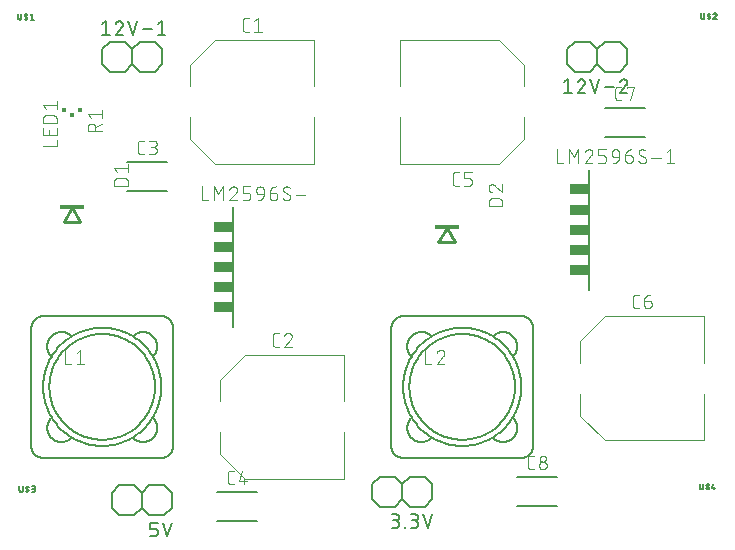
<source format=gbr>
G04 EAGLE Gerber RS-274X export*
G75*
%MOMM*%
%FSLAX34Y34*%
%LPD*%
%INSilkscreen Top*%
%IPPOS*%
%AMOC8*
5,1,8,0,0,1.08239X$1,22.5*%
G01*
%ADD10C,0.152400*%
%ADD11C,0.127000*%
%ADD12C,0.120000*%
%ADD13C,0.101600*%
%ADD14C,0.254000*%
%ADD15R,2.100000X0.300000*%
%ADD16R,0.325000X0.425000*%
%ADD17R,0.350000X0.350000*%
%ADD18C,0.203200*%
%ADD19R,1.676400X0.965200*%


D10*
X133350Y927100D02*
X146050Y927100D01*
X152400Y920750D01*
X152400Y908050D01*
X146050Y901700D01*
X127000Y908050D02*
X127000Y920750D01*
X133350Y927100D01*
X127000Y908050D02*
X133350Y901700D01*
X146050Y901700D01*
X152400Y920750D02*
X158750Y927100D01*
X171450Y927100D01*
X177800Y920750D01*
X177800Y908050D01*
X171450Y901700D01*
X158750Y901700D01*
X152400Y908050D01*
D11*
X126873Y942213D02*
X130048Y944753D01*
X130048Y933323D01*
X126873Y933323D02*
X133223Y933323D01*
X144654Y941896D02*
X144652Y942000D01*
X144646Y942105D01*
X144637Y942209D01*
X144624Y942312D01*
X144606Y942415D01*
X144586Y942517D01*
X144561Y942619D01*
X144533Y942719D01*
X144501Y942819D01*
X144465Y942917D01*
X144426Y943014D01*
X144384Y943109D01*
X144338Y943203D01*
X144288Y943295D01*
X144236Y943385D01*
X144180Y943473D01*
X144120Y943559D01*
X144058Y943643D01*
X143993Y943724D01*
X143925Y943803D01*
X143853Y943880D01*
X143780Y943953D01*
X143703Y944025D01*
X143624Y944093D01*
X143543Y944158D01*
X143459Y944220D01*
X143373Y944280D01*
X143285Y944336D01*
X143195Y944388D01*
X143103Y944438D01*
X143009Y944484D01*
X142914Y944526D01*
X142817Y944565D01*
X142719Y944601D01*
X142619Y944633D01*
X142519Y944661D01*
X142417Y944686D01*
X142315Y944706D01*
X142212Y944724D01*
X142109Y944737D01*
X142005Y944746D01*
X141900Y944752D01*
X141796Y944754D01*
X141796Y944753D02*
X141678Y944751D01*
X141559Y944745D01*
X141441Y944736D01*
X141324Y944723D01*
X141207Y944705D01*
X141090Y944685D01*
X140974Y944660D01*
X140859Y944632D01*
X140746Y944599D01*
X140633Y944564D01*
X140521Y944524D01*
X140411Y944482D01*
X140302Y944435D01*
X140194Y944385D01*
X140089Y944332D01*
X139985Y944275D01*
X139883Y944215D01*
X139783Y944152D01*
X139685Y944085D01*
X139589Y944016D01*
X139496Y943943D01*
X139405Y943867D01*
X139316Y943789D01*
X139230Y943707D01*
X139147Y943623D01*
X139066Y943537D01*
X138989Y943447D01*
X138914Y943356D01*
X138842Y943262D01*
X138773Y943165D01*
X138708Y943067D01*
X138645Y942966D01*
X138586Y942863D01*
X138530Y942759D01*
X138478Y942653D01*
X138429Y942545D01*
X138384Y942436D01*
X138342Y942325D01*
X138304Y942213D01*
X143701Y939674D02*
X143777Y939749D01*
X143852Y939828D01*
X143923Y939909D01*
X143992Y939993D01*
X144057Y940079D01*
X144119Y940167D01*
X144179Y940257D01*
X144235Y940349D01*
X144288Y940444D01*
X144337Y940540D01*
X144383Y940638D01*
X144426Y940737D01*
X144465Y940838D01*
X144500Y940940D01*
X144532Y941043D01*
X144560Y941147D01*
X144585Y941252D01*
X144606Y941359D01*
X144623Y941465D01*
X144636Y941572D01*
X144645Y941680D01*
X144651Y941788D01*
X144653Y941896D01*
X143701Y939673D02*
X138303Y933323D01*
X144653Y933323D01*
X152908Y933323D02*
X149098Y944753D01*
X156718Y944753D02*
X152908Y933323D01*
X161290Y937768D02*
X168910Y937768D01*
X174117Y942213D02*
X177292Y944753D01*
X177292Y933323D01*
X174117Y933323D02*
X180467Y933323D01*
D10*
X552450Y901700D02*
X565150Y901700D01*
X552450Y901700D02*
X546100Y908050D01*
X546100Y920750D01*
X552450Y927100D01*
X571500Y920750D02*
X571500Y908050D01*
X565150Y901700D01*
X571500Y920750D02*
X565150Y927100D01*
X552450Y927100D01*
X546100Y908050D02*
X539750Y901700D01*
X527050Y901700D01*
X520700Y908050D01*
X520700Y920750D01*
X527050Y927100D01*
X539750Y927100D01*
X546100Y920750D01*
D11*
X521208Y895477D02*
X518033Y892937D01*
X521208Y895477D02*
X521208Y884047D01*
X518033Y884047D02*
X524383Y884047D01*
X535814Y892620D02*
X535812Y892724D01*
X535806Y892829D01*
X535797Y892933D01*
X535784Y893036D01*
X535766Y893139D01*
X535746Y893241D01*
X535721Y893343D01*
X535693Y893443D01*
X535661Y893543D01*
X535625Y893641D01*
X535586Y893738D01*
X535544Y893833D01*
X535498Y893927D01*
X535448Y894019D01*
X535396Y894109D01*
X535340Y894197D01*
X535280Y894283D01*
X535218Y894367D01*
X535153Y894448D01*
X535085Y894527D01*
X535013Y894604D01*
X534940Y894677D01*
X534863Y894749D01*
X534784Y894817D01*
X534703Y894882D01*
X534619Y894944D01*
X534533Y895004D01*
X534445Y895060D01*
X534355Y895112D01*
X534263Y895162D01*
X534169Y895208D01*
X534074Y895250D01*
X533977Y895289D01*
X533879Y895325D01*
X533779Y895357D01*
X533679Y895385D01*
X533577Y895410D01*
X533475Y895430D01*
X533372Y895448D01*
X533269Y895461D01*
X533165Y895470D01*
X533060Y895476D01*
X532956Y895478D01*
X532956Y895477D02*
X532838Y895475D01*
X532719Y895469D01*
X532601Y895460D01*
X532484Y895447D01*
X532367Y895429D01*
X532250Y895409D01*
X532134Y895384D01*
X532019Y895356D01*
X531906Y895323D01*
X531793Y895288D01*
X531681Y895248D01*
X531571Y895206D01*
X531462Y895159D01*
X531354Y895109D01*
X531249Y895056D01*
X531145Y894999D01*
X531043Y894939D01*
X530943Y894876D01*
X530845Y894809D01*
X530749Y894740D01*
X530656Y894667D01*
X530565Y894591D01*
X530476Y894513D01*
X530390Y894431D01*
X530307Y894347D01*
X530226Y894261D01*
X530149Y894171D01*
X530074Y894080D01*
X530002Y893986D01*
X529933Y893889D01*
X529868Y893791D01*
X529805Y893690D01*
X529746Y893587D01*
X529690Y893483D01*
X529638Y893377D01*
X529589Y893269D01*
X529544Y893160D01*
X529502Y893049D01*
X529464Y892937D01*
X534861Y890398D02*
X534937Y890473D01*
X535012Y890552D01*
X535083Y890633D01*
X535152Y890717D01*
X535217Y890803D01*
X535279Y890891D01*
X535339Y890981D01*
X535395Y891073D01*
X535448Y891168D01*
X535497Y891264D01*
X535543Y891362D01*
X535586Y891461D01*
X535625Y891562D01*
X535660Y891664D01*
X535692Y891767D01*
X535720Y891871D01*
X535745Y891976D01*
X535766Y892083D01*
X535783Y892189D01*
X535796Y892296D01*
X535805Y892404D01*
X535811Y892512D01*
X535813Y892620D01*
X534861Y890397D02*
X529463Y884047D01*
X535813Y884047D01*
X544068Y884047D02*
X540258Y895477D01*
X547878Y895477D02*
X544068Y884047D01*
X552450Y888492D02*
X560070Y888492D01*
X568770Y895478D02*
X568874Y895476D01*
X568979Y895470D01*
X569083Y895461D01*
X569186Y895448D01*
X569289Y895430D01*
X569391Y895410D01*
X569493Y895385D01*
X569593Y895357D01*
X569693Y895325D01*
X569791Y895289D01*
X569888Y895250D01*
X569983Y895208D01*
X570077Y895162D01*
X570169Y895112D01*
X570259Y895060D01*
X570347Y895004D01*
X570433Y894944D01*
X570517Y894882D01*
X570598Y894817D01*
X570677Y894749D01*
X570754Y894677D01*
X570827Y894604D01*
X570899Y894527D01*
X570967Y894448D01*
X571032Y894367D01*
X571094Y894283D01*
X571154Y894197D01*
X571210Y894109D01*
X571262Y894019D01*
X571312Y893927D01*
X571358Y893833D01*
X571400Y893738D01*
X571439Y893641D01*
X571475Y893543D01*
X571507Y893443D01*
X571535Y893343D01*
X571560Y893241D01*
X571580Y893139D01*
X571598Y893036D01*
X571611Y892933D01*
X571620Y892829D01*
X571626Y892724D01*
X571628Y892620D01*
X568770Y895477D02*
X568652Y895475D01*
X568533Y895469D01*
X568415Y895460D01*
X568298Y895447D01*
X568181Y895429D01*
X568064Y895409D01*
X567948Y895384D01*
X567833Y895356D01*
X567720Y895323D01*
X567607Y895288D01*
X567495Y895248D01*
X567385Y895206D01*
X567276Y895159D01*
X567168Y895109D01*
X567063Y895056D01*
X566959Y894999D01*
X566857Y894939D01*
X566757Y894876D01*
X566659Y894809D01*
X566563Y894740D01*
X566470Y894667D01*
X566379Y894591D01*
X566290Y894513D01*
X566204Y894431D01*
X566121Y894347D01*
X566040Y894261D01*
X565963Y894171D01*
X565888Y894080D01*
X565816Y893986D01*
X565747Y893889D01*
X565682Y893791D01*
X565619Y893690D01*
X565560Y893587D01*
X565504Y893483D01*
X565452Y893377D01*
X565403Y893269D01*
X565358Y893160D01*
X565316Y893049D01*
X565278Y892937D01*
X570675Y890398D02*
X570751Y890473D01*
X570826Y890552D01*
X570897Y890633D01*
X570966Y890717D01*
X571031Y890803D01*
X571093Y890891D01*
X571153Y890981D01*
X571209Y891073D01*
X571262Y891168D01*
X571311Y891264D01*
X571357Y891362D01*
X571400Y891461D01*
X571439Y891562D01*
X571474Y891664D01*
X571506Y891767D01*
X571534Y891871D01*
X571559Y891976D01*
X571580Y892083D01*
X571597Y892189D01*
X571610Y892296D01*
X571619Y892404D01*
X571625Y892512D01*
X571627Y892620D01*
X570675Y890397D02*
X565277Y884047D01*
X571627Y884047D01*
D10*
X400050Y533400D02*
X387350Y533400D01*
X381000Y539750D01*
X381000Y552450D01*
X387350Y558800D01*
X406400Y552450D02*
X406400Y539750D01*
X400050Y533400D01*
X406400Y552450D02*
X400050Y558800D01*
X387350Y558800D01*
X381000Y539750D02*
X374650Y533400D01*
X361950Y533400D01*
X355600Y539750D01*
X355600Y552450D01*
X361950Y558800D01*
X374650Y558800D01*
X381000Y552450D01*
D11*
X375285Y515747D02*
X372110Y515747D01*
X375285Y515747D02*
X375396Y515749D01*
X375506Y515755D01*
X375617Y515764D01*
X375727Y515778D01*
X375836Y515795D01*
X375945Y515816D01*
X376053Y515841D01*
X376160Y515870D01*
X376266Y515902D01*
X376371Y515938D01*
X376474Y515978D01*
X376576Y516021D01*
X376677Y516068D01*
X376776Y516119D01*
X376873Y516172D01*
X376967Y516229D01*
X377060Y516290D01*
X377151Y516353D01*
X377240Y516420D01*
X377326Y516490D01*
X377409Y516563D01*
X377491Y516638D01*
X377569Y516716D01*
X377644Y516798D01*
X377717Y516881D01*
X377787Y516967D01*
X377854Y517056D01*
X377917Y517147D01*
X377978Y517240D01*
X378035Y517334D01*
X378088Y517431D01*
X378139Y517530D01*
X378186Y517631D01*
X378229Y517733D01*
X378269Y517836D01*
X378305Y517941D01*
X378337Y518047D01*
X378366Y518154D01*
X378391Y518262D01*
X378412Y518371D01*
X378429Y518480D01*
X378443Y518590D01*
X378452Y518701D01*
X378458Y518811D01*
X378460Y518922D01*
X378458Y519033D01*
X378452Y519143D01*
X378443Y519254D01*
X378429Y519364D01*
X378412Y519473D01*
X378391Y519582D01*
X378366Y519690D01*
X378337Y519797D01*
X378305Y519903D01*
X378269Y520008D01*
X378229Y520111D01*
X378186Y520213D01*
X378139Y520314D01*
X378088Y520413D01*
X378035Y520509D01*
X377978Y520604D01*
X377917Y520697D01*
X377854Y520788D01*
X377787Y520877D01*
X377717Y520963D01*
X377644Y521046D01*
X377569Y521128D01*
X377491Y521206D01*
X377409Y521281D01*
X377326Y521354D01*
X377240Y521424D01*
X377151Y521491D01*
X377060Y521554D01*
X376967Y521615D01*
X376873Y521672D01*
X376776Y521725D01*
X376677Y521776D01*
X376576Y521823D01*
X376474Y521866D01*
X376371Y521906D01*
X376266Y521942D01*
X376160Y521974D01*
X376053Y522003D01*
X375945Y522028D01*
X375836Y522049D01*
X375727Y522066D01*
X375617Y522080D01*
X375506Y522089D01*
X375396Y522095D01*
X375285Y522097D01*
X375920Y527177D02*
X372110Y527177D01*
X375920Y527177D02*
X376020Y527175D01*
X376119Y527169D01*
X376219Y527159D01*
X376317Y527146D01*
X376416Y527128D01*
X376513Y527107D01*
X376609Y527082D01*
X376705Y527053D01*
X376799Y527020D01*
X376892Y526984D01*
X376983Y526944D01*
X377073Y526900D01*
X377161Y526853D01*
X377247Y526803D01*
X377331Y526749D01*
X377413Y526692D01*
X377492Y526632D01*
X377570Y526568D01*
X377644Y526502D01*
X377716Y526433D01*
X377785Y526361D01*
X377851Y526287D01*
X377915Y526209D01*
X377975Y526130D01*
X378032Y526048D01*
X378086Y525964D01*
X378136Y525878D01*
X378183Y525790D01*
X378227Y525700D01*
X378267Y525609D01*
X378303Y525516D01*
X378336Y525422D01*
X378365Y525326D01*
X378390Y525230D01*
X378411Y525133D01*
X378429Y525034D01*
X378442Y524936D01*
X378452Y524836D01*
X378458Y524737D01*
X378460Y524637D01*
X378458Y524537D01*
X378452Y524438D01*
X378442Y524338D01*
X378429Y524240D01*
X378411Y524141D01*
X378390Y524044D01*
X378365Y523948D01*
X378336Y523852D01*
X378303Y523758D01*
X378267Y523665D01*
X378227Y523574D01*
X378183Y523484D01*
X378136Y523396D01*
X378086Y523310D01*
X378032Y523226D01*
X377975Y523144D01*
X377915Y523065D01*
X377851Y522987D01*
X377785Y522913D01*
X377716Y522841D01*
X377644Y522772D01*
X377570Y522706D01*
X377492Y522642D01*
X377413Y522582D01*
X377331Y522525D01*
X377247Y522471D01*
X377161Y522421D01*
X377073Y522374D01*
X376983Y522330D01*
X376892Y522290D01*
X376799Y522254D01*
X376705Y522221D01*
X376609Y522192D01*
X376513Y522167D01*
X376416Y522146D01*
X376317Y522128D01*
X376219Y522115D01*
X376119Y522105D01*
X376020Y522099D01*
X375920Y522097D01*
X373380Y522097D01*
X382969Y516382D02*
X382969Y515747D01*
X382969Y516382D02*
X383604Y516382D01*
X383604Y515747D01*
X382969Y515747D01*
X388112Y515747D02*
X391287Y515747D01*
X391398Y515749D01*
X391508Y515755D01*
X391619Y515764D01*
X391729Y515778D01*
X391838Y515795D01*
X391947Y515816D01*
X392055Y515841D01*
X392162Y515870D01*
X392268Y515902D01*
X392373Y515938D01*
X392476Y515978D01*
X392578Y516021D01*
X392679Y516068D01*
X392778Y516119D01*
X392875Y516172D01*
X392969Y516229D01*
X393062Y516290D01*
X393153Y516353D01*
X393242Y516420D01*
X393328Y516490D01*
X393411Y516563D01*
X393493Y516638D01*
X393571Y516716D01*
X393646Y516798D01*
X393719Y516881D01*
X393789Y516967D01*
X393856Y517056D01*
X393919Y517147D01*
X393980Y517240D01*
X394037Y517334D01*
X394090Y517431D01*
X394141Y517530D01*
X394188Y517631D01*
X394231Y517733D01*
X394271Y517836D01*
X394307Y517941D01*
X394339Y518047D01*
X394368Y518154D01*
X394393Y518262D01*
X394414Y518371D01*
X394431Y518480D01*
X394445Y518590D01*
X394454Y518701D01*
X394460Y518811D01*
X394462Y518922D01*
X394460Y519033D01*
X394454Y519143D01*
X394445Y519254D01*
X394431Y519364D01*
X394414Y519473D01*
X394393Y519582D01*
X394368Y519690D01*
X394339Y519797D01*
X394307Y519903D01*
X394271Y520008D01*
X394231Y520111D01*
X394188Y520213D01*
X394141Y520314D01*
X394090Y520413D01*
X394037Y520509D01*
X393980Y520604D01*
X393919Y520697D01*
X393856Y520788D01*
X393789Y520877D01*
X393719Y520963D01*
X393646Y521046D01*
X393571Y521128D01*
X393493Y521206D01*
X393411Y521281D01*
X393328Y521354D01*
X393242Y521424D01*
X393153Y521491D01*
X393062Y521554D01*
X392969Y521615D01*
X392875Y521672D01*
X392778Y521725D01*
X392679Y521776D01*
X392578Y521823D01*
X392476Y521866D01*
X392373Y521906D01*
X392268Y521942D01*
X392162Y521974D01*
X392055Y522003D01*
X391947Y522028D01*
X391838Y522049D01*
X391729Y522066D01*
X391619Y522080D01*
X391508Y522089D01*
X391398Y522095D01*
X391287Y522097D01*
X391922Y527177D02*
X388112Y527177D01*
X391922Y527177D02*
X392022Y527175D01*
X392121Y527169D01*
X392221Y527159D01*
X392319Y527146D01*
X392418Y527128D01*
X392515Y527107D01*
X392611Y527082D01*
X392707Y527053D01*
X392801Y527020D01*
X392894Y526984D01*
X392985Y526944D01*
X393075Y526900D01*
X393163Y526853D01*
X393249Y526803D01*
X393333Y526749D01*
X393415Y526692D01*
X393494Y526632D01*
X393572Y526568D01*
X393646Y526502D01*
X393718Y526433D01*
X393787Y526361D01*
X393853Y526287D01*
X393917Y526209D01*
X393977Y526130D01*
X394034Y526048D01*
X394088Y525964D01*
X394138Y525878D01*
X394185Y525790D01*
X394229Y525700D01*
X394269Y525609D01*
X394305Y525516D01*
X394338Y525422D01*
X394367Y525326D01*
X394392Y525230D01*
X394413Y525133D01*
X394431Y525034D01*
X394444Y524936D01*
X394454Y524836D01*
X394460Y524737D01*
X394462Y524637D01*
X394460Y524537D01*
X394454Y524438D01*
X394444Y524338D01*
X394431Y524240D01*
X394413Y524141D01*
X394392Y524044D01*
X394367Y523948D01*
X394338Y523852D01*
X394305Y523758D01*
X394269Y523665D01*
X394229Y523574D01*
X394185Y523484D01*
X394138Y523396D01*
X394088Y523310D01*
X394034Y523226D01*
X393977Y523144D01*
X393917Y523065D01*
X393853Y522987D01*
X393787Y522913D01*
X393718Y522841D01*
X393646Y522772D01*
X393572Y522706D01*
X393494Y522642D01*
X393415Y522582D01*
X393333Y522525D01*
X393249Y522471D01*
X393163Y522421D01*
X393075Y522374D01*
X392985Y522330D01*
X392894Y522290D01*
X392801Y522254D01*
X392707Y522221D01*
X392611Y522192D01*
X392515Y522167D01*
X392418Y522146D01*
X392319Y522128D01*
X392221Y522115D01*
X392121Y522105D01*
X392022Y522099D01*
X391922Y522097D01*
X389382Y522097D01*
X398907Y527177D02*
X402717Y515747D01*
X406527Y527177D01*
D10*
X179578Y526288D02*
X166878Y526288D01*
X160528Y532638D01*
X160528Y545338D01*
X166878Y551688D01*
X185928Y545338D02*
X185928Y532638D01*
X179578Y526288D01*
X185928Y545338D02*
X179578Y551688D01*
X166878Y551688D01*
X160528Y532638D02*
X154178Y526288D01*
X141478Y526288D01*
X135128Y532638D01*
X135128Y545338D01*
X141478Y551688D01*
X154178Y551688D01*
X160528Y545338D01*
D11*
X167640Y508635D02*
X171450Y508635D01*
X171550Y508637D01*
X171649Y508643D01*
X171749Y508653D01*
X171847Y508666D01*
X171946Y508684D01*
X172043Y508705D01*
X172139Y508730D01*
X172235Y508759D01*
X172329Y508792D01*
X172422Y508828D01*
X172513Y508868D01*
X172603Y508912D01*
X172691Y508959D01*
X172777Y509009D01*
X172861Y509063D01*
X172943Y509120D01*
X173022Y509180D01*
X173100Y509244D01*
X173174Y509310D01*
X173246Y509379D01*
X173315Y509451D01*
X173381Y509525D01*
X173445Y509603D01*
X173505Y509682D01*
X173562Y509764D01*
X173616Y509848D01*
X173666Y509934D01*
X173713Y510022D01*
X173757Y510112D01*
X173797Y510203D01*
X173833Y510296D01*
X173866Y510390D01*
X173895Y510486D01*
X173920Y510582D01*
X173941Y510679D01*
X173959Y510778D01*
X173972Y510876D01*
X173982Y510976D01*
X173988Y511075D01*
X173990Y511175D01*
X173990Y512445D01*
X173988Y512545D01*
X173982Y512644D01*
X173972Y512744D01*
X173959Y512842D01*
X173941Y512941D01*
X173920Y513038D01*
X173895Y513134D01*
X173866Y513230D01*
X173833Y513324D01*
X173797Y513417D01*
X173757Y513508D01*
X173713Y513598D01*
X173666Y513686D01*
X173616Y513772D01*
X173562Y513856D01*
X173505Y513938D01*
X173445Y514017D01*
X173381Y514095D01*
X173315Y514169D01*
X173246Y514241D01*
X173174Y514310D01*
X173100Y514376D01*
X173022Y514440D01*
X172943Y514500D01*
X172861Y514557D01*
X172777Y514611D01*
X172691Y514661D01*
X172603Y514708D01*
X172513Y514752D01*
X172422Y514792D01*
X172329Y514828D01*
X172235Y514861D01*
X172139Y514890D01*
X172043Y514915D01*
X171946Y514936D01*
X171847Y514954D01*
X171749Y514967D01*
X171649Y514977D01*
X171550Y514983D01*
X171450Y514985D01*
X167640Y514985D01*
X167640Y520065D01*
X173990Y520065D01*
X178435Y520065D02*
X182245Y508635D01*
X186055Y520065D01*
D12*
X201500Y889417D02*
X201500Y907838D01*
X222462Y928800D01*
X306500Y928800D01*
X306500Y889417D01*
X201500Y863183D02*
X201500Y844762D01*
X222462Y823800D01*
X306500Y823800D01*
X306500Y863183D01*
D13*
X251168Y935658D02*
X248572Y935658D01*
X248473Y935660D01*
X248373Y935666D01*
X248274Y935675D01*
X248176Y935688D01*
X248078Y935705D01*
X247980Y935726D01*
X247884Y935751D01*
X247789Y935779D01*
X247695Y935811D01*
X247602Y935846D01*
X247510Y935885D01*
X247420Y935928D01*
X247332Y935973D01*
X247245Y936023D01*
X247161Y936075D01*
X247078Y936131D01*
X246998Y936189D01*
X246920Y936251D01*
X246845Y936316D01*
X246772Y936384D01*
X246702Y936454D01*
X246634Y936527D01*
X246569Y936602D01*
X246507Y936680D01*
X246449Y936760D01*
X246393Y936843D01*
X246341Y936927D01*
X246291Y937014D01*
X246246Y937102D01*
X246203Y937192D01*
X246164Y937284D01*
X246129Y937377D01*
X246097Y937471D01*
X246069Y937566D01*
X246044Y937662D01*
X246023Y937760D01*
X246006Y937858D01*
X245993Y937956D01*
X245984Y938055D01*
X245978Y938155D01*
X245976Y938254D01*
X245975Y938254D02*
X245975Y944746D01*
X245976Y944746D02*
X245978Y944845D01*
X245984Y944945D01*
X245993Y945044D01*
X246006Y945142D01*
X246023Y945240D01*
X246044Y945338D01*
X246069Y945434D01*
X246097Y945529D01*
X246129Y945623D01*
X246164Y945716D01*
X246203Y945808D01*
X246246Y945898D01*
X246291Y945986D01*
X246341Y946073D01*
X246393Y946157D01*
X246449Y946240D01*
X246507Y946320D01*
X246569Y946398D01*
X246634Y946473D01*
X246702Y946546D01*
X246772Y946616D01*
X246845Y946684D01*
X246920Y946749D01*
X246998Y946811D01*
X247078Y946869D01*
X247161Y946925D01*
X247245Y946977D01*
X247332Y947027D01*
X247420Y947072D01*
X247510Y947115D01*
X247602Y947154D01*
X247694Y947189D01*
X247789Y947221D01*
X247884Y947249D01*
X247980Y947274D01*
X248078Y947295D01*
X248176Y947312D01*
X248274Y947325D01*
X248373Y947334D01*
X248473Y947340D01*
X248572Y947342D01*
X251168Y947342D01*
X255534Y944746D02*
X258779Y947342D01*
X258779Y935658D01*
X255534Y935658D02*
X262025Y935658D01*
D12*
X226900Y641138D02*
X226900Y622717D01*
X226900Y641138D02*
X247862Y662100D01*
X331900Y662100D01*
X331900Y622717D01*
X226900Y596483D02*
X226900Y578062D01*
X247862Y557100D01*
X331900Y557100D01*
X331900Y596483D01*
D13*
X276568Y668958D02*
X273972Y668958D01*
X273873Y668960D01*
X273773Y668966D01*
X273674Y668975D01*
X273576Y668988D01*
X273478Y669005D01*
X273380Y669026D01*
X273284Y669051D01*
X273189Y669079D01*
X273095Y669111D01*
X273002Y669146D01*
X272910Y669185D01*
X272820Y669228D01*
X272732Y669273D01*
X272645Y669323D01*
X272561Y669375D01*
X272478Y669431D01*
X272398Y669489D01*
X272320Y669551D01*
X272245Y669616D01*
X272172Y669684D01*
X272102Y669754D01*
X272034Y669827D01*
X271969Y669902D01*
X271907Y669980D01*
X271849Y670060D01*
X271793Y670143D01*
X271741Y670227D01*
X271691Y670314D01*
X271646Y670402D01*
X271603Y670492D01*
X271564Y670584D01*
X271529Y670677D01*
X271497Y670771D01*
X271469Y670866D01*
X271444Y670962D01*
X271423Y671060D01*
X271406Y671158D01*
X271393Y671256D01*
X271384Y671355D01*
X271378Y671455D01*
X271376Y671554D01*
X271375Y671554D02*
X271375Y678046D01*
X271376Y678046D02*
X271378Y678145D01*
X271384Y678245D01*
X271393Y678344D01*
X271406Y678442D01*
X271423Y678540D01*
X271444Y678638D01*
X271469Y678734D01*
X271497Y678829D01*
X271529Y678923D01*
X271564Y679016D01*
X271603Y679108D01*
X271646Y679198D01*
X271691Y679286D01*
X271741Y679373D01*
X271793Y679457D01*
X271849Y679540D01*
X271907Y679620D01*
X271969Y679698D01*
X272034Y679773D01*
X272102Y679846D01*
X272172Y679916D01*
X272245Y679984D01*
X272320Y680049D01*
X272398Y680111D01*
X272478Y680169D01*
X272561Y680225D01*
X272645Y680277D01*
X272732Y680327D01*
X272820Y680372D01*
X272910Y680415D01*
X273002Y680454D01*
X273094Y680489D01*
X273189Y680521D01*
X273284Y680549D01*
X273380Y680574D01*
X273478Y680595D01*
X273576Y680612D01*
X273674Y680625D01*
X273773Y680634D01*
X273873Y680640D01*
X273972Y680642D01*
X276568Y680642D01*
X284504Y680642D02*
X284611Y680640D01*
X284717Y680634D01*
X284823Y680624D01*
X284929Y680611D01*
X285035Y680593D01*
X285139Y680572D01*
X285243Y680547D01*
X285346Y680518D01*
X285447Y680486D01*
X285547Y680449D01*
X285646Y680409D01*
X285744Y680366D01*
X285840Y680319D01*
X285934Y680268D01*
X286026Y680214D01*
X286116Y680157D01*
X286204Y680097D01*
X286289Y680033D01*
X286372Y679966D01*
X286453Y679896D01*
X286531Y679824D01*
X286607Y679748D01*
X286679Y679670D01*
X286749Y679589D01*
X286816Y679506D01*
X286880Y679421D01*
X286940Y679333D01*
X286997Y679243D01*
X287051Y679151D01*
X287102Y679057D01*
X287149Y678961D01*
X287192Y678863D01*
X287232Y678764D01*
X287269Y678664D01*
X287301Y678563D01*
X287330Y678460D01*
X287355Y678356D01*
X287376Y678252D01*
X287394Y678146D01*
X287407Y678040D01*
X287417Y677934D01*
X287423Y677828D01*
X287425Y677721D01*
X284504Y680642D02*
X284383Y680640D01*
X284262Y680634D01*
X284142Y680624D01*
X284021Y680611D01*
X283902Y680593D01*
X283782Y680572D01*
X283664Y680547D01*
X283547Y680518D01*
X283430Y680485D01*
X283315Y680449D01*
X283201Y680408D01*
X283088Y680365D01*
X282976Y680317D01*
X282867Y680266D01*
X282759Y680211D01*
X282652Y680153D01*
X282548Y680092D01*
X282446Y680027D01*
X282346Y679959D01*
X282248Y679888D01*
X282152Y679814D01*
X282059Y679737D01*
X281969Y679656D01*
X281881Y679573D01*
X281796Y679487D01*
X281713Y679398D01*
X281634Y679307D01*
X281557Y679213D01*
X281484Y679117D01*
X281414Y679019D01*
X281347Y678918D01*
X281283Y678815D01*
X281223Y678710D01*
X281166Y678603D01*
X281112Y678495D01*
X281062Y678385D01*
X281016Y678273D01*
X280973Y678160D01*
X280934Y678045D01*
X286451Y675449D02*
X286530Y675526D01*
X286606Y675607D01*
X286679Y675690D01*
X286749Y675775D01*
X286816Y675863D01*
X286880Y675953D01*
X286940Y676045D01*
X286997Y676140D01*
X287051Y676236D01*
X287102Y676334D01*
X287149Y676434D01*
X287193Y676536D01*
X287233Y676639D01*
X287269Y676743D01*
X287301Y676849D01*
X287330Y676955D01*
X287355Y677063D01*
X287377Y677171D01*
X287394Y677281D01*
X287408Y677390D01*
X287417Y677500D01*
X287423Y677611D01*
X287425Y677721D01*
X286451Y675449D02*
X280934Y668958D01*
X287425Y668958D01*
D11*
X182100Y825017D02*
X148100Y825017D01*
X148100Y800583D02*
X182100Y800583D01*
D13*
X162268Y831875D02*
X159672Y831875D01*
X159573Y831877D01*
X159473Y831883D01*
X159374Y831892D01*
X159276Y831905D01*
X159178Y831922D01*
X159080Y831943D01*
X158984Y831968D01*
X158889Y831996D01*
X158795Y832028D01*
X158702Y832063D01*
X158610Y832102D01*
X158520Y832145D01*
X158432Y832190D01*
X158345Y832240D01*
X158261Y832292D01*
X158178Y832348D01*
X158098Y832406D01*
X158020Y832468D01*
X157945Y832533D01*
X157872Y832601D01*
X157802Y832671D01*
X157734Y832744D01*
X157669Y832819D01*
X157607Y832897D01*
X157549Y832977D01*
X157493Y833060D01*
X157441Y833144D01*
X157391Y833231D01*
X157346Y833319D01*
X157303Y833409D01*
X157264Y833501D01*
X157229Y833594D01*
X157197Y833688D01*
X157169Y833783D01*
X157144Y833879D01*
X157123Y833977D01*
X157106Y834075D01*
X157093Y834173D01*
X157084Y834272D01*
X157078Y834372D01*
X157076Y834471D01*
X157075Y834471D02*
X157075Y840963D01*
X157076Y840963D02*
X157078Y841062D01*
X157084Y841162D01*
X157093Y841261D01*
X157106Y841359D01*
X157123Y841457D01*
X157144Y841555D01*
X157169Y841651D01*
X157197Y841746D01*
X157229Y841840D01*
X157264Y841933D01*
X157303Y842025D01*
X157346Y842115D01*
X157391Y842203D01*
X157441Y842290D01*
X157493Y842374D01*
X157549Y842457D01*
X157607Y842537D01*
X157669Y842615D01*
X157734Y842690D01*
X157802Y842763D01*
X157872Y842833D01*
X157945Y842901D01*
X158020Y842966D01*
X158098Y843028D01*
X158178Y843086D01*
X158261Y843142D01*
X158345Y843194D01*
X158432Y843244D01*
X158520Y843289D01*
X158610Y843332D01*
X158702Y843371D01*
X158794Y843406D01*
X158889Y843438D01*
X158984Y843466D01*
X159080Y843491D01*
X159178Y843512D01*
X159276Y843529D01*
X159374Y843542D01*
X159473Y843551D01*
X159573Y843557D01*
X159672Y843559D01*
X162268Y843559D01*
X166634Y831875D02*
X169879Y831875D01*
X169992Y831877D01*
X170105Y831883D01*
X170218Y831893D01*
X170331Y831907D01*
X170443Y831924D01*
X170554Y831946D01*
X170664Y831971D01*
X170774Y832001D01*
X170882Y832034D01*
X170989Y832071D01*
X171095Y832111D01*
X171199Y832156D01*
X171302Y832204D01*
X171403Y832255D01*
X171502Y832310D01*
X171599Y832368D01*
X171694Y832430D01*
X171787Y832495D01*
X171877Y832563D01*
X171965Y832634D01*
X172051Y832709D01*
X172134Y832786D01*
X172214Y832866D01*
X172291Y832949D01*
X172366Y833035D01*
X172437Y833123D01*
X172505Y833213D01*
X172570Y833306D01*
X172632Y833401D01*
X172690Y833498D01*
X172745Y833597D01*
X172796Y833698D01*
X172844Y833801D01*
X172889Y833905D01*
X172929Y834011D01*
X172966Y834118D01*
X172999Y834226D01*
X173029Y834336D01*
X173054Y834446D01*
X173076Y834557D01*
X173093Y834669D01*
X173107Y834782D01*
X173117Y834895D01*
X173123Y835008D01*
X173125Y835121D01*
X173123Y835234D01*
X173117Y835347D01*
X173107Y835460D01*
X173093Y835573D01*
X173076Y835685D01*
X173054Y835796D01*
X173029Y835906D01*
X172999Y836016D01*
X172966Y836124D01*
X172929Y836231D01*
X172889Y836337D01*
X172844Y836441D01*
X172796Y836544D01*
X172745Y836645D01*
X172690Y836744D01*
X172632Y836841D01*
X172570Y836936D01*
X172505Y837029D01*
X172437Y837119D01*
X172366Y837207D01*
X172291Y837293D01*
X172214Y837376D01*
X172134Y837456D01*
X172051Y837533D01*
X171965Y837608D01*
X171877Y837679D01*
X171787Y837747D01*
X171694Y837812D01*
X171599Y837874D01*
X171502Y837932D01*
X171403Y837987D01*
X171302Y838038D01*
X171199Y838086D01*
X171095Y838131D01*
X170989Y838171D01*
X170882Y838208D01*
X170774Y838241D01*
X170664Y838271D01*
X170554Y838296D01*
X170443Y838318D01*
X170331Y838335D01*
X170218Y838349D01*
X170105Y838359D01*
X169992Y838365D01*
X169879Y838367D01*
X170528Y843559D02*
X166634Y843559D01*
X170528Y843559D02*
X170629Y843557D01*
X170729Y843551D01*
X170829Y843541D01*
X170929Y843528D01*
X171028Y843510D01*
X171127Y843489D01*
X171224Y843464D01*
X171321Y843435D01*
X171416Y843402D01*
X171510Y843366D01*
X171602Y843326D01*
X171693Y843283D01*
X171782Y843236D01*
X171869Y843186D01*
X171955Y843132D01*
X172038Y843075D01*
X172118Y843015D01*
X172197Y842952D01*
X172273Y842885D01*
X172346Y842816D01*
X172416Y842744D01*
X172484Y842670D01*
X172549Y842593D01*
X172610Y842513D01*
X172669Y842431D01*
X172724Y842347D01*
X172776Y842261D01*
X172825Y842173D01*
X172870Y842083D01*
X172912Y841991D01*
X172950Y841898D01*
X172984Y841803D01*
X173015Y841708D01*
X173042Y841611D01*
X173065Y841513D01*
X173085Y841414D01*
X173100Y841314D01*
X173112Y841214D01*
X173120Y841114D01*
X173124Y841013D01*
X173124Y840913D01*
X173120Y840812D01*
X173112Y840712D01*
X173100Y840612D01*
X173085Y840512D01*
X173065Y840413D01*
X173042Y840315D01*
X173015Y840218D01*
X172984Y840123D01*
X172950Y840028D01*
X172912Y839935D01*
X172870Y839843D01*
X172825Y839753D01*
X172776Y839665D01*
X172724Y839579D01*
X172669Y839495D01*
X172610Y839413D01*
X172549Y839333D01*
X172484Y839256D01*
X172416Y839182D01*
X172346Y839110D01*
X172273Y839041D01*
X172197Y838974D01*
X172118Y838911D01*
X172038Y838851D01*
X171955Y838794D01*
X171869Y838740D01*
X171782Y838690D01*
X171693Y838643D01*
X171602Y838600D01*
X171510Y838560D01*
X171416Y838524D01*
X171321Y838491D01*
X171224Y838462D01*
X171127Y838437D01*
X171028Y838416D01*
X170929Y838398D01*
X170829Y838385D01*
X170729Y838375D01*
X170629Y838369D01*
X170528Y838367D01*
X170528Y838366D02*
X167932Y838366D01*
D11*
X224300Y545617D02*
X258300Y545617D01*
X258300Y521183D02*
X224300Y521183D01*
D13*
X235872Y552475D02*
X238468Y552475D01*
X235872Y552475D02*
X235773Y552477D01*
X235673Y552483D01*
X235574Y552492D01*
X235476Y552505D01*
X235378Y552522D01*
X235280Y552543D01*
X235184Y552568D01*
X235089Y552596D01*
X234995Y552628D01*
X234902Y552663D01*
X234810Y552702D01*
X234720Y552745D01*
X234632Y552790D01*
X234545Y552840D01*
X234461Y552892D01*
X234378Y552948D01*
X234298Y553006D01*
X234220Y553068D01*
X234145Y553133D01*
X234072Y553201D01*
X234002Y553271D01*
X233934Y553344D01*
X233869Y553419D01*
X233807Y553497D01*
X233749Y553577D01*
X233693Y553660D01*
X233641Y553744D01*
X233591Y553831D01*
X233546Y553919D01*
X233503Y554009D01*
X233464Y554101D01*
X233429Y554194D01*
X233397Y554288D01*
X233369Y554383D01*
X233344Y554479D01*
X233323Y554577D01*
X233306Y554675D01*
X233293Y554773D01*
X233284Y554872D01*
X233278Y554972D01*
X233276Y555071D01*
X233275Y555071D02*
X233275Y561563D01*
X233276Y561563D02*
X233278Y561662D01*
X233284Y561762D01*
X233293Y561861D01*
X233306Y561959D01*
X233323Y562057D01*
X233344Y562155D01*
X233369Y562251D01*
X233397Y562346D01*
X233429Y562440D01*
X233464Y562533D01*
X233503Y562625D01*
X233546Y562715D01*
X233591Y562803D01*
X233641Y562890D01*
X233693Y562974D01*
X233749Y563057D01*
X233807Y563137D01*
X233869Y563215D01*
X233934Y563290D01*
X234002Y563363D01*
X234072Y563433D01*
X234145Y563501D01*
X234220Y563566D01*
X234298Y563628D01*
X234378Y563686D01*
X234461Y563742D01*
X234545Y563794D01*
X234632Y563844D01*
X234720Y563889D01*
X234810Y563932D01*
X234902Y563971D01*
X234994Y564006D01*
X235089Y564038D01*
X235184Y564066D01*
X235280Y564091D01*
X235378Y564112D01*
X235476Y564129D01*
X235574Y564142D01*
X235673Y564151D01*
X235773Y564157D01*
X235872Y564159D01*
X238468Y564159D01*
X245430Y564159D02*
X242834Y555071D01*
X249325Y555071D01*
X247377Y552475D02*
X247377Y557668D01*
D12*
X484300Y844762D02*
X484300Y863183D01*
X484300Y844762D02*
X463338Y823800D01*
X379300Y823800D01*
X379300Y863183D01*
X484300Y889417D02*
X484300Y907838D01*
X463338Y928800D01*
X379300Y928800D01*
X379300Y889417D01*
D13*
X426372Y805258D02*
X428968Y805258D01*
X426372Y805258D02*
X426273Y805260D01*
X426173Y805266D01*
X426074Y805275D01*
X425976Y805288D01*
X425878Y805305D01*
X425780Y805326D01*
X425684Y805351D01*
X425589Y805379D01*
X425495Y805411D01*
X425402Y805446D01*
X425310Y805485D01*
X425220Y805528D01*
X425132Y805573D01*
X425045Y805623D01*
X424961Y805675D01*
X424878Y805731D01*
X424798Y805789D01*
X424720Y805851D01*
X424645Y805916D01*
X424572Y805984D01*
X424502Y806054D01*
X424434Y806127D01*
X424369Y806202D01*
X424307Y806280D01*
X424249Y806360D01*
X424193Y806443D01*
X424141Y806527D01*
X424091Y806614D01*
X424046Y806702D01*
X424003Y806792D01*
X423964Y806884D01*
X423929Y806977D01*
X423897Y807071D01*
X423869Y807166D01*
X423844Y807262D01*
X423823Y807360D01*
X423806Y807458D01*
X423793Y807556D01*
X423784Y807655D01*
X423778Y807755D01*
X423776Y807854D01*
X423775Y807854D02*
X423775Y814346D01*
X423776Y814346D02*
X423778Y814445D01*
X423784Y814545D01*
X423793Y814644D01*
X423806Y814742D01*
X423823Y814840D01*
X423844Y814938D01*
X423869Y815034D01*
X423897Y815129D01*
X423929Y815223D01*
X423964Y815316D01*
X424003Y815408D01*
X424046Y815498D01*
X424091Y815586D01*
X424141Y815673D01*
X424193Y815757D01*
X424249Y815840D01*
X424307Y815920D01*
X424369Y815998D01*
X424434Y816073D01*
X424502Y816146D01*
X424572Y816216D01*
X424645Y816284D01*
X424720Y816349D01*
X424798Y816411D01*
X424878Y816469D01*
X424961Y816525D01*
X425045Y816577D01*
X425132Y816627D01*
X425220Y816672D01*
X425310Y816715D01*
X425402Y816754D01*
X425494Y816789D01*
X425589Y816821D01*
X425684Y816849D01*
X425780Y816874D01*
X425878Y816895D01*
X425976Y816912D01*
X426074Y816925D01*
X426173Y816934D01*
X426273Y816940D01*
X426372Y816942D01*
X428968Y816942D01*
X433334Y805258D02*
X437228Y805258D01*
X437327Y805260D01*
X437427Y805266D01*
X437526Y805275D01*
X437624Y805288D01*
X437722Y805305D01*
X437820Y805326D01*
X437916Y805351D01*
X438011Y805379D01*
X438105Y805411D01*
X438198Y805446D01*
X438290Y805485D01*
X438380Y805528D01*
X438468Y805573D01*
X438555Y805623D01*
X438639Y805675D01*
X438722Y805731D01*
X438802Y805789D01*
X438880Y805851D01*
X438955Y805916D01*
X439028Y805984D01*
X439098Y806054D01*
X439166Y806127D01*
X439231Y806202D01*
X439293Y806280D01*
X439351Y806360D01*
X439407Y806443D01*
X439459Y806527D01*
X439509Y806614D01*
X439554Y806702D01*
X439597Y806792D01*
X439636Y806884D01*
X439671Y806977D01*
X439703Y807071D01*
X439731Y807166D01*
X439756Y807262D01*
X439777Y807360D01*
X439794Y807458D01*
X439807Y807556D01*
X439816Y807655D01*
X439822Y807755D01*
X439824Y807854D01*
X439825Y807854D02*
X439825Y809153D01*
X439824Y809153D02*
X439822Y809252D01*
X439816Y809352D01*
X439807Y809451D01*
X439794Y809549D01*
X439777Y809647D01*
X439756Y809745D01*
X439731Y809841D01*
X439703Y809936D01*
X439671Y810030D01*
X439636Y810123D01*
X439597Y810215D01*
X439554Y810305D01*
X439509Y810393D01*
X439459Y810480D01*
X439407Y810564D01*
X439351Y810647D01*
X439293Y810727D01*
X439231Y810805D01*
X439166Y810880D01*
X439098Y810953D01*
X439028Y811023D01*
X438955Y811091D01*
X438880Y811156D01*
X438802Y811218D01*
X438722Y811276D01*
X438639Y811332D01*
X438555Y811384D01*
X438468Y811434D01*
X438380Y811479D01*
X438290Y811522D01*
X438198Y811561D01*
X438105Y811596D01*
X438011Y811628D01*
X437916Y811656D01*
X437820Y811681D01*
X437722Y811702D01*
X437624Y811719D01*
X437526Y811732D01*
X437427Y811741D01*
X437327Y811747D01*
X437228Y811749D01*
X433334Y811749D01*
X433334Y816942D01*
X439825Y816942D01*
D12*
X531700Y673650D02*
X531700Y655229D01*
X531700Y673650D02*
X552662Y694612D01*
X636700Y694612D01*
X636700Y655229D01*
X531700Y628995D02*
X531700Y610574D01*
X552662Y589612D01*
X636700Y589612D01*
X636700Y628995D01*
D13*
X581368Y701470D02*
X578772Y701470D01*
X578673Y701472D01*
X578573Y701478D01*
X578474Y701487D01*
X578376Y701500D01*
X578278Y701517D01*
X578180Y701538D01*
X578084Y701563D01*
X577989Y701591D01*
X577895Y701623D01*
X577802Y701658D01*
X577710Y701697D01*
X577620Y701740D01*
X577532Y701785D01*
X577445Y701835D01*
X577361Y701887D01*
X577278Y701943D01*
X577198Y702001D01*
X577120Y702063D01*
X577045Y702128D01*
X576972Y702196D01*
X576902Y702266D01*
X576834Y702339D01*
X576769Y702414D01*
X576707Y702492D01*
X576649Y702572D01*
X576593Y702655D01*
X576541Y702739D01*
X576491Y702826D01*
X576446Y702914D01*
X576403Y703004D01*
X576364Y703096D01*
X576329Y703189D01*
X576297Y703283D01*
X576269Y703378D01*
X576244Y703474D01*
X576223Y703572D01*
X576206Y703670D01*
X576193Y703768D01*
X576184Y703867D01*
X576178Y703967D01*
X576176Y704066D01*
X576175Y704066D02*
X576175Y710558D01*
X576176Y710558D02*
X576178Y710657D01*
X576184Y710757D01*
X576193Y710856D01*
X576206Y710954D01*
X576223Y711052D01*
X576244Y711150D01*
X576269Y711246D01*
X576297Y711341D01*
X576329Y711435D01*
X576364Y711528D01*
X576403Y711620D01*
X576446Y711710D01*
X576491Y711798D01*
X576541Y711885D01*
X576593Y711969D01*
X576649Y712052D01*
X576707Y712132D01*
X576769Y712210D01*
X576834Y712285D01*
X576902Y712358D01*
X576972Y712428D01*
X577045Y712496D01*
X577120Y712561D01*
X577198Y712623D01*
X577278Y712681D01*
X577361Y712737D01*
X577445Y712789D01*
X577532Y712839D01*
X577620Y712884D01*
X577710Y712927D01*
X577802Y712966D01*
X577894Y713001D01*
X577989Y713033D01*
X578084Y713061D01*
X578180Y713086D01*
X578278Y713107D01*
X578376Y713124D01*
X578474Y713137D01*
X578573Y713146D01*
X578673Y713152D01*
X578772Y713154D01*
X581368Y713154D01*
X585734Y707961D02*
X589628Y707961D01*
X589727Y707959D01*
X589827Y707953D01*
X589926Y707944D01*
X590024Y707931D01*
X590122Y707914D01*
X590220Y707893D01*
X590316Y707868D01*
X590411Y707840D01*
X590505Y707808D01*
X590598Y707773D01*
X590690Y707734D01*
X590780Y707691D01*
X590868Y707646D01*
X590955Y707596D01*
X591039Y707544D01*
X591122Y707488D01*
X591202Y707430D01*
X591280Y707368D01*
X591355Y707303D01*
X591428Y707235D01*
X591498Y707165D01*
X591566Y707092D01*
X591631Y707017D01*
X591693Y706939D01*
X591751Y706859D01*
X591807Y706776D01*
X591859Y706692D01*
X591909Y706605D01*
X591954Y706517D01*
X591997Y706427D01*
X592036Y706335D01*
X592071Y706242D01*
X592103Y706148D01*
X592131Y706053D01*
X592156Y705957D01*
X592177Y705859D01*
X592194Y705761D01*
X592207Y705663D01*
X592216Y705564D01*
X592222Y705464D01*
X592224Y705365D01*
X592225Y705365D02*
X592225Y704716D01*
X592223Y704603D01*
X592217Y704490D01*
X592207Y704377D01*
X592193Y704264D01*
X592176Y704152D01*
X592154Y704041D01*
X592129Y703931D01*
X592099Y703821D01*
X592066Y703713D01*
X592029Y703606D01*
X591989Y703500D01*
X591944Y703396D01*
X591896Y703293D01*
X591845Y703192D01*
X591790Y703093D01*
X591732Y702996D01*
X591670Y702901D01*
X591605Y702808D01*
X591537Y702718D01*
X591466Y702630D01*
X591391Y702544D01*
X591314Y702461D01*
X591234Y702381D01*
X591151Y702304D01*
X591065Y702229D01*
X590977Y702158D01*
X590887Y702090D01*
X590794Y702025D01*
X590699Y701963D01*
X590602Y701905D01*
X590503Y701850D01*
X590402Y701799D01*
X590299Y701751D01*
X590195Y701706D01*
X590089Y701666D01*
X589982Y701629D01*
X589874Y701596D01*
X589764Y701566D01*
X589654Y701541D01*
X589543Y701519D01*
X589431Y701502D01*
X589318Y701488D01*
X589205Y701478D01*
X589092Y701472D01*
X588979Y701470D01*
X588866Y701472D01*
X588753Y701478D01*
X588640Y701488D01*
X588527Y701502D01*
X588415Y701519D01*
X588304Y701541D01*
X588194Y701566D01*
X588084Y701596D01*
X587976Y701629D01*
X587869Y701666D01*
X587763Y701706D01*
X587659Y701751D01*
X587556Y701799D01*
X587455Y701850D01*
X587356Y701905D01*
X587259Y701963D01*
X587164Y702025D01*
X587071Y702090D01*
X586981Y702158D01*
X586893Y702229D01*
X586807Y702304D01*
X586724Y702381D01*
X586644Y702461D01*
X586567Y702544D01*
X586492Y702630D01*
X586421Y702718D01*
X586353Y702808D01*
X586288Y702901D01*
X586226Y702996D01*
X586168Y703093D01*
X586113Y703192D01*
X586062Y703293D01*
X586014Y703396D01*
X585969Y703500D01*
X585929Y703606D01*
X585892Y703713D01*
X585859Y703821D01*
X585829Y703931D01*
X585804Y704041D01*
X585782Y704152D01*
X585765Y704264D01*
X585751Y704377D01*
X585741Y704490D01*
X585735Y704603D01*
X585733Y704716D01*
X585734Y704716D02*
X585734Y707961D01*
X585733Y707961D02*
X585735Y708104D01*
X585741Y708247D01*
X585751Y708390D01*
X585765Y708532D01*
X585782Y708674D01*
X585804Y708816D01*
X585829Y708957D01*
X585859Y709097D01*
X585892Y709236D01*
X585929Y709374D01*
X585970Y709511D01*
X586014Y709647D01*
X586063Y709782D01*
X586115Y709915D01*
X586170Y710047D01*
X586230Y710177D01*
X586293Y710306D01*
X586359Y710433D01*
X586429Y710557D01*
X586502Y710680D01*
X586579Y710801D01*
X586659Y710920D01*
X586742Y711036D01*
X586828Y711151D01*
X586917Y711262D01*
X587010Y711372D01*
X587105Y711478D01*
X587204Y711582D01*
X587305Y711683D01*
X587409Y711782D01*
X587515Y711877D01*
X587625Y711970D01*
X587736Y712059D01*
X587851Y712145D01*
X587967Y712228D01*
X588086Y712308D01*
X588207Y712385D01*
X588329Y712458D01*
X588454Y712528D01*
X588581Y712594D01*
X588710Y712657D01*
X588840Y712717D01*
X588972Y712772D01*
X589105Y712824D01*
X589240Y712873D01*
X589376Y712917D01*
X589513Y712958D01*
X589651Y712995D01*
X589790Y713028D01*
X589930Y713058D01*
X590071Y713083D01*
X590213Y713105D01*
X590355Y713122D01*
X590497Y713136D01*
X590640Y713146D01*
X590783Y713152D01*
X590926Y713154D01*
D11*
X586468Y870737D02*
X552468Y870737D01*
X552468Y846303D02*
X586468Y846303D01*
D13*
X566636Y877595D02*
X564040Y877595D01*
X563941Y877597D01*
X563841Y877603D01*
X563742Y877612D01*
X563644Y877625D01*
X563546Y877642D01*
X563448Y877663D01*
X563352Y877688D01*
X563257Y877716D01*
X563163Y877748D01*
X563070Y877783D01*
X562978Y877822D01*
X562888Y877865D01*
X562800Y877910D01*
X562713Y877960D01*
X562629Y878012D01*
X562546Y878068D01*
X562466Y878126D01*
X562388Y878188D01*
X562313Y878253D01*
X562240Y878321D01*
X562170Y878391D01*
X562102Y878464D01*
X562037Y878539D01*
X561975Y878617D01*
X561917Y878697D01*
X561861Y878780D01*
X561809Y878864D01*
X561759Y878951D01*
X561714Y879039D01*
X561671Y879129D01*
X561632Y879221D01*
X561597Y879314D01*
X561565Y879408D01*
X561537Y879503D01*
X561512Y879599D01*
X561491Y879697D01*
X561474Y879795D01*
X561461Y879893D01*
X561452Y879992D01*
X561446Y880092D01*
X561444Y880191D01*
X561443Y880191D02*
X561443Y886683D01*
X561444Y886683D02*
X561446Y886782D01*
X561452Y886882D01*
X561461Y886981D01*
X561474Y887079D01*
X561491Y887177D01*
X561512Y887275D01*
X561537Y887371D01*
X561565Y887466D01*
X561597Y887560D01*
X561632Y887653D01*
X561671Y887745D01*
X561714Y887835D01*
X561759Y887923D01*
X561809Y888010D01*
X561861Y888094D01*
X561917Y888177D01*
X561975Y888257D01*
X562037Y888335D01*
X562102Y888410D01*
X562170Y888483D01*
X562240Y888553D01*
X562313Y888621D01*
X562388Y888686D01*
X562466Y888748D01*
X562546Y888806D01*
X562629Y888862D01*
X562713Y888914D01*
X562800Y888964D01*
X562888Y889009D01*
X562978Y889052D01*
X563070Y889091D01*
X563162Y889126D01*
X563257Y889158D01*
X563352Y889186D01*
X563448Y889211D01*
X563546Y889232D01*
X563644Y889249D01*
X563742Y889262D01*
X563841Y889271D01*
X563941Y889277D01*
X564040Y889279D01*
X566636Y889279D01*
X571002Y889279D02*
X571002Y887981D01*
X571002Y889279D02*
X577493Y889279D01*
X574247Y877595D01*
D11*
X512300Y558317D02*
X478300Y558317D01*
X478300Y533883D02*
X512300Y533883D01*
D13*
X492468Y565175D02*
X489872Y565175D01*
X489773Y565177D01*
X489673Y565183D01*
X489574Y565192D01*
X489476Y565205D01*
X489378Y565222D01*
X489280Y565243D01*
X489184Y565268D01*
X489089Y565296D01*
X488995Y565328D01*
X488902Y565363D01*
X488810Y565402D01*
X488720Y565445D01*
X488632Y565490D01*
X488545Y565540D01*
X488461Y565592D01*
X488378Y565648D01*
X488298Y565706D01*
X488220Y565768D01*
X488145Y565833D01*
X488072Y565901D01*
X488002Y565971D01*
X487934Y566044D01*
X487869Y566119D01*
X487807Y566197D01*
X487749Y566277D01*
X487693Y566360D01*
X487641Y566444D01*
X487591Y566531D01*
X487546Y566619D01*
X487503Y566709D01*
X487464Y566801D01*
X487429Y566894D01*
X487397Y566988D01*
X487369Y567083D01*
X487344Y567179D01*
X487323Y567277D01*
X487306Y567375D01*
X487293Y567473D01*
X487284Y567572D01*
X487278Y567672D01*
X487276Y567771D01*
X487275Y567771D02*
X487275Y574263D01*
X487276Y574263D02*
X487278Y574362D01*
X487284Y574462D01*
X487293Y574561D01*
X487306Y574659D01*
X487323Y574757D01*
X487344Y574855D01*
X487369Y574951D01*
X487397Y575046D01*
X487429Y575140D01*
X487464Y575233D01*
X487503Y575325D01*
X487546Y575415D01*
X487591Y575503D01*
X487641Y575590D01*
X487693Y575674D01*
X487749Y575757D01*
X487807Y575837D01*
X487869Y575915D01*
X487934Y575990D01*
X488002Y576063D01*
X488072Y576133D01*
X488145Y576201D01*
X488220Y576266D01*
X488298Y576328D01*
X488378Y576386D01*
X488461Y576442D01*
X488545Y576494D01*
X488632Y576544D01*
X488720Y576589D01*
X488810Y576632D01*
X488902Y576671D01*
X488994Y576706D01*
X489089Y576738D01*
X489184Y576766D01*
X489280Y576791D01*
X489378Y576812D01*
X489476Y576829D01*
X489574Y576842D01*
X489673Y576851D01*
X489773Y576857D01*
X489872Y576859D01*
X492468Y576859D01*
X496833Y568421D02*
X496835Y568534D01*
X496841Y568647D01*
X496851Y568760D01*
X496865Y568873D01*
X496882Y568985D01*
X496904Y569096D01*
X496929Y569206D01*
X496959Y569316D01*
X496992Y569424D01*
X497029Y569531D01*
X497069Y569637D01*
X497114Y569741D01*
X497162Y569844D01*
X497213Y569945D01*
X497268Y570044D01*
X497326Y570141D01*
X497388Y570236D01*
X497453Y570329D01*
X497521Y570419D01*
X497592Y570507D01*
X497667Y570593D01*
X497744Y570676D01*
X497824Y570756D01*
X497907Y570833D01*
X497993Y570908D01*
X498081Y570979D01*
X498171Y571047D01*
X498264Y571112D01*
X498359Y571174D01*
X498456Y571232D01*
X498555Y571287D01*
X498656Y571338D01*
X498759Y571386D01*
X498863Y571431D01*
X498969Y571471D01*
X499076Y571508D01*
X499184Y571541D01*
X499294Y571571D01*
X499404Y571596D01*
X499515Y571618D01*
X499627Y571635D01*
X499740Y571649D01*
X499853Y571659D01*
X499966Y571665D01*
X500079Y571667D01*
X500192Y571665D01*
X500305Y571659D01*
X500418Y571649D01*
X500531Y571635D01*
X500643Y571618D01*
X500754Y571596D01*
X500864Y571571D01*
X500974Y571541D01*
X501082Y571508D01*
X501189Y571471D01*
X501295Y571431D01*
X501399Y571386D01*
X501502Y571338D01*
X501603Y571287D01*
X501702Y571232D01*
X501799Y571174D01*
X501894Y571112D01*
X501987Y571047D01*
X502077Y570979D01*
X502165Y570908D01*
X502251Y570833D01*
X502334Y570756D01*
X502414Y570676D01*
X502491Y570593D01*
X502566Y570507D01*
X502637Y570419D01*
X502705Y570329D01*
X502770Y570236D01*
X502832Y570141D01*
X502890Y570044D01*
X502945Y569945D01*
X502996Y569844D01*
X503044Y569741D01*
X503089Y569637D01*
X503129Y569531D01*
X503166Y569424D01*
X503199Y569316D01*
X503229Y569206D01*
X503254Y569096D01*
X503276Y568985D01*
X503293Y568873D01*
X503307Y568760D01*
X503317Y568647D01*
X503323Y568534D01*
X503325Y568421D01*
X503323Y568308D01*
X503317Y568195D01*
X503307Y568082D01*
X503293Y567969D01*
X503276Y567857D01*
X503254Y567746D01*
X503229Y567636D01*
X503199Y567526D01*
X503166Y567418D01*
X503129Y567311D01*
X503089Y567205D01*
X503044Y567101D01*
X502996Y566998D01*
X502945Y566897D01*
X502890Y566798D01*
X502832Y566701D01*
X502770Y566606D01*
X502705Y566513D01*
X502637Y566423D01*
X502566Y566335D01*
X502491Y566249D01*
X502414Y566166D01*
X502334Y566086D01*
X502251Y566009D01*
X502165Y565934D01*
X502077Y565863D01*
X501987Y565795D01*
X501894Y565730D01*
X501799Y565668D01*
X501702Y565610D01*
X501603Y565555D01*
X501502Y565504D01*
X501399Y565456D01*
X501295Y565411D01*
X501189Y565371D01*
X501082Y565334D01*
X500974Y565301D01*
X500864Y565271D01*
X500754Y565246D01*
X500643Y565224D01*
X500531Y565207D01*
X500418Y565193D01*
X500305Y565183D01*
X500192Y565177D01*
X500079Y565175D01*
X499966Y565177D01*
X499853Y565183D01*
X499740Y565193D01*
X499627Y565207D01*
X499515Y565224D01*
X499404Y565246D01*
X499294Y565271D01*
X499184Y565301D01*
X499076Y565334D01*
X498969Y565371D01*
X498863Y565411D01*
X498759Y565456D01*
X498656Y565504D01*
X498555Y565555D01*
X498456Y565610D01*
X498359Y565668D01*
X498264Y565730D01*
X498171Y565795D01*
X498081Y565863D01*
X497993Y565934D01*
X497907Y566009D01*
X497824Y566086D01*
X497744Y566166D01*
X497667Y566249D01*
X497592Y566335D01*
X497521Y566423D01*
X497453Y566513D01*
X497388Y566606D01*
X497326Y566701D01*
X497268Y566798D01*
X497213Y566897D01*
X497162Y566998D01*
X497114Y567101D01*
X497069Y567205D01*
X497029Y567311D01*
X496992Y567418D01*
X496959Y567526D01*
X496929Y567636D01*
X496904Y567746D01*
X496882Y567857D01*
X496865Y567969D01*
X496851Y568082D01*
X496841Y568195D01*
X496835Y568308D01*
X496833Y568421D01*
X497483Y574263D02*
X497485Y574364D01*
X497491Y574464D01*
X497501Y574564D01*
X497514Y574664D01*
X497532Y574763D01*
X497553Y574862D01*
X497578Y574959D01*
X497607Y575056D01*
X497640Y575151D01*
X497676Y575245D01*
X497716Y575337D01*
X497759Y575428D01*
X497806Y575517D01*
X497856Y575604D01*
X497910Y575690D01*
X497967Y575773D01*
X498027Y575853D01*
X498090Y575932D01*
X498157Y576008D01*
X498226Y576081D01*
X498298Y576151D01*
X498372Y576219D01*
X498449Y576284D01*
X498529Y576345D01*
X498611Y576404D01*
X498695Y576459D01*
X498781Y576511D01*
X498869Y576560D01*
X498959Y576605D01*
X499051Y576647D01*
X499144Y576685D01*
X499239Y576719D01*
X499334Y576750D01*
X499431Y576777D01*
X499529Y576800D01*
X499628Y576820D01*
X499728Y576835D01*
X499828Y576847D01*
X499928Y576855D01*
X500029Y576859D01*
X500129Y576859D01*
X500230Y576855D01*
X500330Y576847D01*
X500430Y576835D01*
X500530Y576820D01*
X500629Y576800D01*
X500727Y576777D01*
X500824Y576750D01*
X500919Y576719D01*
X501014Y576685D01*
X501107Y576647D01*
X501199Y576605D01*
X501289Y576560D01*
X501377Y576511D01*
X501463Y576459D01*
X501547Y576404D01*
X501629Y576345D01*
X501709Y576284D01*
X501786Y576219D01*
X501860Y576151D01*
X501932Y576081D01*
X502001Y576008D01*
X502068Y575932D01*
X502131Y575853D01*
X502191Y575773D01*
X502248Y575690D01*
X502302Y575604D01*
X502352Y575517D01*
X502399Y575428D01*
X502442Y575337D01*
X502482Y575245D01*
X502518Y575151D01*
X502551Y575056D01*
X502580Y574959D01*
X502605Y574862D01*
X502626Y574763D01*
X502644Y574664D01*
X502657Y574564D01*
X502667Y574464D01*
X502673Y574364D01*
X502675Y574263D01*
X502673Y574162D01*
X502667Y574062D01*
X502657Y573962D01*
X502644Y573862D01*
X502626Y573763D01*
X502605Y573664D01*
X502580Y573567D01*
X502551Y573470D01*
X502518Y573375D01*
X502482Y573281D01*
X502442Y573189D01*
X502399Y573098D01*
X502352Y573009D01*
X502302Y572922D01*
X502248Y572836D01*
X502191Y572753D01*
X502131Y572673D01*
X502068Y572594D01*
X502001Y572518D01*
X501932Y572445D01*
X501860Y572375D01*
X501786Y572307D01*
X501709Y572242D01*
X501629Y572181D01*
X501547Y572122D01*
X501463Y572067D01*
X501377Y572015D01*
X501289Y571966D01*
X501199Y571921D01*
X501107Y571879D01*
X501014Y571841D01*
X500919Y571807D01*
X500824Y571776D01*
X500727Y571749D01*
X500629Y571726D01*
X500530Y571706D01*
X500430Y571691D01*
X500330Y571679D01*
X500230Y571671D01*
X500129Y571667D01*
X500029Y571667D01*
X499928Y571671D01*
X499828Y571679D01*
X499728Y571691D01*
X499628Y571706D01*
X499529Y571726D01*
X499431Y571749D01*
X499334Y571776D01*
X499239Y571807D01*
X499144Y571841D01*
X499051Y571879D01*
X498959Y571921D01*
X498869Y571966D01*
X498781Y572015D01*
X498695Y572067D01*
X498611Y572122D01*
X498529Y572181D01*
X498449Y572242D01*
X498372Y572307D01*
X498298Y572375D01*
X498226Y572445D01*
X498157Y572518D01*
X498090Y572594D01*
X498027Y572673D01*
X497967Y572753D01*
X497910Y572836D01*
X497856Y572922D01*
X497806Y573009D01*
X497759Y573098D01*
X497716Y573189D01*
X497676Y573281D01*
X497640Y573375D01*
X497607Y573470D01*
X497578Y573567D01*
X497553Y573664D01*
X497532Y573763D01*
X497514Y573862D01*
X497501Y573962D01*
X497491Y574062D01*
X497485Y574162D01*
X497483Y574263D01*
D14*
X108600Y774708D02*
X101600Y787208D01*
X108600Y774708D02*
X94600Y774708D01*
X101600Y787208D01*
D15*
X101600Y787708D03*
D13*
X137108Y805398D02*
X148792Y805398D01*
X137108Y805398D02*
X137108Y808643D01*
X137110Y808756D01*
X137116Y808869D01*
X137126Y808982D01*
X137140Y809095D01*
X137157Y809207D01*
X137179Y809318D01*
X137204Y809428D01*
X137234Y809538D01*
X137267Y809646D01*
X137304Y809753D01*
X137344Y809859D01*
X137389Y809963D01*
X137437Y810066D01*
X137488Y810167D01*
X137543Y810266D01*
X137601Y810363D01*
X137663Y810458D01*
X137728Y810551D01*
X137796Y810641D01*
X137867Y810729D01*
X137942Y810815D01*
X138019Y810898D01*
X138099Y810978D01*
X138182Y811055D01*
X138268Y811130D01*
X138356Y811201D01*
X138446Y811269D01*
X138539Y811334D01*
X138634Y811396D01*
X138731Y811454D01*
X138830Y811509D01*
X138931Y811560D01*
X139034Y811608D01*
X139138Y811653D01*
X139244Y811693D01*
X139351Y811730D01*
X139459Y811763D01*
X139569Y811793D01*
X139679Y811818D01*
X139790Y811840D01*
X139902Y811857D01*
X140015Y811871D01*
X140128Y811881D01*
X140241Y811887D01*
X140354Y811889D01*
X145546Y811889D01*
X145546Y811890D02*
X145659Y811888D01*
X145772Y811882D01*
X145885Y811872D01*
X145998Y811858D01*
X146110Y811841D01*
X146221Y811819D01*
X146331Y811794D01*
X146441Y811764D01*
X146549Y811731D01*
X146656Y811694D01*
X146762Y811654D01*
X146866Y811609D01*
X146969Y811561D01*
X147070Y811510D01*
X147169Y811455D01*
X147266Y811397D01*
X147361Y811335D01*
X147454Y811270D01*
X147544Y811202D01*
X147632Y811131D01*
X147718Y811056D01*
X147801Y810979D01*
X147881Y810899D01*
X147958Y810816D01*
X148033Y810730D01*
X148104Y810642D01*
X148172Y810552D01*
X148237Y810459D01*
X148299Y810364D01*
X148357Y810267D01*
X148412Y810168D01*
X148463Y810067D01*
X148511Y809964D01*
X148556Y809860D01*
X148596Y809754D01*
X148633Y809647D01*
X148666Y809539D01*
X148696Y809429D01*
X148721Y809319D01*
X148743Y809208D01*
X148760Y809096D01*
X148774Y808983D01*
X148784Y808870D01*
X148790Y808757D01*
X148792Y808644D01*
X148792Y808643D02*
X148792Y805398D01*
X139704Y817209D02*
X137108Y820454D01*
X148792Y820454D01*
X148792Y817209D02*
X148792Y823700D01*
D14*
X418592Y769936D02*
X425592Y757436D01*
X411592Y757436D01*
X418592Y769936D01*
D15*
X418592Y770436D03*
D13*
X454100Y788126D02*
X465784Y788126D01*
X454100Y788126D02*
X454100Y791371D01*
X454102Y791484D01*
X454108Y791597D01*
X454118Y791710D01*
X454132Y791823D01*
X454149Y791935D01*
X454171Y792046D01*
X454196Y792156D01*
X454226Y792266D01*
X454259Y792374D01*
X454296Y792481D01*
X454336Y792587D01*
X454381Y792691D01*
X454429Y792794D01*
X454480Y792895D01*
X454535Y792994D01*
X454593Y793091D01*
X454655Y793186D01*
X454720Y793279D01*
X454788Y793369D01*
X454859Y793457D01*
X454934Y793543D01*
X455011Y793626D01*
X455091Y793706D01*
X455174Y793783D01*
X455260Y793858D01*
X455348Y793929D01*
X455438Y793997D01*
X455531Y794062D01*
X455626Y794124D01*
X455723Y794182D01*
X455822Y794237D01*
X455923Y794288D01*
X456026Y794336D01*
X456130Y794381D01*
X456236Y794421D01*
X456343Y794458D01*
X456451Y794491D01*
X456561Y794521D01*
X456671Y794546D01*
X456782Y794568D01*
X456894Y794585D01*
X457007Y794599D01*
X457120Y794609D01*
X457233Y794615D01*
X457346Y794617D01*
X462538Y794617D01*
X462538Y794618D02*
X462651Y794616D01*
X462764Y794610D01*
X462877Y794600D01*
X462990Y794586D01*
X463102Y794569D01*
X463213Y794547D01*
X463323Y794522D01*
X463433Y794492D01*
X463541Y794459D01*
X463648Y794422D01*
X463754Y794382D01*
X463858Y794337D01*
X463961Y794289D01*
X464062Y794238D01*
X464161Y794183D01*
X464258Y794125D01*
X464353Y794063D01*
X464446Y793998D01*
X464536Y793930D01*
X464624Y793859D01*
X464710Y793784D01*
X464793Y793707D01*
X464873Y793627D01*
X464950Y793544D01*
X465025Y793458D01*
X465096Y793370D01*
X465164Y793280D01*
X465229Y793187D01*
X465291Y793092D01*
X465349Y792995D01*
X465404Y792896D01*
X465455Y792795D01*
X465503Y792692D01*
X465548Y792588D01*
X465588Y792482D01*
X465625Y792375D01*
X465658Y792267D01*
X465688Y792157D01*
X465713Y792047D01*
X465735Y791936D01*
X465752Y791824D01*
X465766Y791711D01*
X465776Y791598D01*
X465782Y791485D01*
X465784Y791372D01*
X465784Y791371D02*
X465784Y788126D01*
X454100Y803507D02*
X454102Y803614D01*
X454108Y803720D01*
X454118Y803826D01*
X454131Y803932D01*
X454149Y804038D01*
X454170Y804142D01*
X454195Y804246D01*
X454224Y804349D01*
X454256Y804450D01*
X454293Y804550D01*
X454333Y804649D01*
X454376Y804747D01*
X454423Y804843D01*
X454474Y804937D01*
X454528Y805029D01*
X454585Y805119D01*
X454645Y805207D01*
X454709Y805292D01*
X454776Y805375D01*
X454846Y805456D01*
X454918Y805534D01*
X454994Y805610D01*
X455072Y805682D01*
X455153Y805752D01*
X455236Y805819D01*
X455321Y805883D01*
X455409Y805943D01*
X455499Y806000D01*
X455591Y806054D01*
X455685Y806105D01*
X455781Y806152D01*
X455879Y806195D01*
X455978Y806235D01*
X456078Y806272D01*
X456179Y806304D01*
X456282Y806333D01*
X456386Y806358D01*
X456490Y806379D01*
X456596Y806397D01*
X456702Y806410D01*
X456808Y806420D01*
X456914Y806426D01*
X457021Y806428D01*
X454100Y803507D02*
X454102Y803386D01*
X454108Y803265D01*
X454118Y803145D01*
X454131Y803024D01*
X454149Y802905D01*
X454170Y802785D01*
X454195Y802667D01*
X454224Y802550D01*
X454257Y802433D01*
X454293Y802318D01*
X454334Y802204D01*
X454377Y802091D01*
X454425Y801979D01*
X454476Y801870D01*
X454531Y801762D01*
X454589Y801655D01*
X454650Y801551D01*
X454715Y801449D01*
X454783Y801349D01*
X454854Y801251D01*
X454928Y801155D01*
X455005Y801062D01*
X455086Y800972D01*
X455169Y800884D01*
X455255Y800799D01*
X455344Y800716D01*
X455435Y800637D01*
X455529Y800560D01*
X455625Y800487D01*
X455723Y800417D01*
X455824Y800350D01*
X455927Y800286D01*
X456032Y800226D01*
X456139Y800168D01*
X456247Y800115D01*
X456357Y800065D01*
X456469Y800019D01*
X456582Y799976D01*
X456697Y799937D01*
X459293Y805454D02*
X459215Y805533D01*
X459135Y805609D01*
X459052Y805682D01*
X458966Y805752D01*
X458879Y805819D01*
X458788Y805883D01*
X458696Y805943D01*
X458602Y806001D01*
X458505Y806055D01*
X458407Y806105D01*
X458307Y806152D01*
X458206Y806196D01*
X458103Y806236D01*
X457998Y806272D01*
X457893Y806304D01*
X457786Y806333D01*
X457679Y806358D01*
X457570Y806380D01*
X457461Y806397D01*
X457352Y806411D01*
X457242Y806420D01*
X457131Y806426D01*
X457021Y806428D01*
X459293Y805454D02*
X465784Y799937D01*
X465784Y806428D01*
D11*
X77000Y695000D02*
X76758Y694997D01*
X76517Y694988D01*
X76276Y694974D01*
X76035Y694953D01*
X75795Y694927D01*
X75555Y694895D01*
X75316Y694857D01*
X75079Y694814D01*
X74842Y694764D01*
X74607Y694709D01*
X74373Y694649D01*
X74141Y694582D01*
X73910Y694511D01*
X73681Y694433D01*
X73454Y694350D01*
X73229Y694262D01*
X73006Y694168D01*
X72786Y694069D01*
X72568Y693964D01*
X72353Y693855D01*
X72140Y693740D01*
X71930Y693620D01*
X71724Y693495D01*
X71520Y693365D01*
X71319Y693230D01*
X71122Y693090D01*
X70928Y692946D01*
X70738Y692797D01*
X70552Y692643D01*
X70369Y692485D01*
X70190Y692323D01*
X70015Y692156D01*
X69844Y691985D01*
X69677Y691810D01*
X69515Y691631D01*
X69357Y691448D01*
X69203Y691262D01*
X69054Y691072D01*
X68910Y690878D01*
X68770Y690681D01*
X68635Y690480D01*
X68505Y690276D01*
X68380Y690070D01*
X68260Y689860D01*
X68145Y689647D01*
X68036Y689432D01*
X67931Y689214D01*
X67832Y688994D01*
X67738Y688771D01*
X67650Y688546D01*
X67567Y688319D01*
X67489Y688090D01*
X67418Y687859D01*
X67351Y687627D01*
X67291Y687393D01*
X67236Y687158D01*
X67186Y686921D01*
X67143Y686684D01*
X67105Y686445D01*
X67073Y686205D01*
X67047Y685965D01*
X67026Y685724D01*
X67012Y685483D01*
X67003Y685242D01*
X67000Y685000D01*
X77000Y695000D02*
X177000Y695000D01*
X177242Y694997D01*
X177483Y694988D01*
X177724Y694974D01*
X177965Y694953D01*
X178205Y694927D01*
X178445Y694895D01*
X178684Y694857D01*
X178921Y694814D01*
X179158Y694764D01*
X179393Y694709D01*
X179627Y694649D01*
X179859Y694582D01*
X180090Y694511D01*
X180319Y694433D01*
X180546Y694350D01*
X180771Y694262D01*
X180994Y694168D01*
X181214Y694069D01*
X181432Y693964D01*
X181647Y693855D01*
X181860Y693740D01*
X182070Y693620D01*
X182276Y693495D01*
X182480Y693365D01*
X182681Y693230D01*
X182878Y693090D01*
X183072Y692946D01*
X183262Y692797D01*
X183448Y692643D01*
X183631Y692485D01*
X183810Y692323D01*
X183985Y692156D01*
X184156Y691985D01*
X184323Y691810D01*
X184485Y691631D01*
X184643Y691448D01*
X184797Y691262D01*
X184946Y691072D01*
X185090Y690878D01*
X185230Y690681D01*
X185365Y690480D01*
X185495Y690276D01*
X185620Y690070D01*
X185740Y689860D01*
X185855Y689647D01*
X185964Y689432D01*
X186069Y689214D01*
X186168Y688994D01*
X186262Y688771D01*
X186350Y688546D01*
X186433Y688319D01*
X186511Y688090D01*
X186582Y687859D01*
X186649Y687627D01*
X186709Y687393D01*
X186764Y687158D01*
X186814Y686921D01*
X186857Y686684D01*
X186895Y686445D01*
X186927Y686205D01*
X186953Y685965D01*
X186974Y685724D01*
X186988Y685483D01*
X186997Y685242D01*
X187000Y685000D01*
X187000Y585000D01*
X186997Y584758D01*
X186988Y584517D01*
X186974Y584276D01*
X186953Y584035D01*
X186927Y583795D01*
X186895Y583555D01*
X186857Y583316D01*
X186814Y583079D01*
X186764Y582842D01*
X186709Y582607D01*
X186649Y582373D01*
X186582Y582141D01*
X186511Y581910D01*
X186433Y581681D01*
X186350Y581454D01*
X186262Y581229D01*
X186168Y581006D01*
X186069Y580786D01*
X185964Y580568D01*
X185855Y580353D01*
X185740Y580140D01*
X185620Y579930D01*
X185495Y579724D01*
X185365Y579520D01*
X185230Y579319D01*
X185090Y579122D01*
X184946Y578928D01*
X184797Y578738D01*
X184643Y578552D01*
X184485Y578369D01*
X184323Y578190D01*
X184156Y578015D01*
X183985Y577844D01*
X183810Y577677D01*
X183631Y577515D01*
X183448Y577357D01*
X183262Y577203D01*
X183072Y577054D01*
X182878Y576910D01*
X182681Y576770D01*
X182480Y576635D01*
X182276Y576505D01*
X182070Y576380D01*
X181860Y576260D01*
X181647Y576145D01*
X181432Y576036D01*
X181214Y575931D01*
X180994Y575832D01*
X180771Y575738D01*
X180546Y575650D01*
X180319Y575567D01*
X180090Y575489D01*
X179859Y575418D01*
X179627Y575351D01*
X179393Y575291D01*
X179158Y575236D01*
X178921Y575186D01*
X178684Y575143D01*
X178445Y575105D01*
X178205Y575073D01*
X177965Y575047D01*
X177724Y575026D01*
X177483Y575012D01*
X177242Y575003D01*
X177000Y575000D01*
X77000Y575000D01*
X76758Y575003D01*
X76517Y575012D01*
X76276Y575026D01*
X76035Y575047D01*
X75795Y575073D01*
X75555Y575105D01*
X75316Y575143D01*
X75079Y575186D01*
X74842Y575236D01*
X74607Y575291D01*
X74373Y575351D01*
X74141Y575418D01*
X73910Y575489D01*
X73681Y575567D01*
X73454Y575650D01*
X73229Y575738D01*
X73006Y575832D01*
X72786Y575931D01*
X72568Y576036D01*
X72353Y576145D01*
X72140Y576260D01*
X71930Y576380D01*
X71724Y576505D01*
X71520Y576635D01*
X71319Y576770D01*
X71122Y576910D01*
X70928Y577054D01*
X70738Y577203D01*
X70552Y577357D01*
X70369Y577515D01*
X70190Y577677D01*
X70015Y577844D01*
X69844Y578015D01*
X69677Y578190D01*
X69515Y578369D01*
X69357Y578552D01*
X69203Y578738D01*
X69054Y578928D01*
X68910Y579122D01*
X68770Y579319D01*
X68635Y579520D01*
X68505Y579724D01*
X68380Y579930D01*
X68260Y580140D01*
X68145Y580353D01*
X68036Y580568D01*
X67931Y580786D01*
X67832Y581006D01*
X67738Y581229D01*
X67650Y581454D01*
X67567Y581681D01*
X67489Y581910D01*
X67418Y582141D01*
X67351Y582373D01*
X67291Y582607D01*
X67236Y582842D01*
X67186Y583079D01*
X67143Y583316D01*
X67105Y583555D01*
X67073Y583795D01*
X67047Y584035D01*
X67026Y584276D01*
X67012Y584517D01*
X67003Y584758D01*
X67000Y585000D01*
X67000Y685000D01*
X84000Y661000D02*
X83795Y661209D01*
X83596Y661424D01*
X83402Y661643D01*
X83213Y661867D01*
X83030Y662095D01*
X82853Y662328D01*
X82681Y662565D01*
X82515Y662806D01*
X82355Y663051D01*
X82201Y663300D01*
X82053Y663553D01*
X81911Y663809D01*
X81776Y664069D01*
X81647Y664331D01*
X81524Y664597D01*
X81408Y664866D01*
X81299Y665137D01*
X81196Y665412D01*
X81099Y665688D01*
X81010Y665967D01*
X80927Y666248D01*
X80852Y666530D01*
X80783Y666815D01*
X80721Y667101D01*
X80666Y667389D01*
X80618Y667677D01*
X80577Y667967D01*
X80543Y668258D01*
X80517Y668550D01*
X80497Y668842D01*
X80485Y669134D01*
X80479Y669427D01*
X80481Y669720D01*
X80490Y670012D01*
X80506Y670304D01*
X80529Y670596D01*
X80559Y670887D01*
X80597Y671178D01*
X80641Y671467D01*
X80692Y671755D01*
X80751Y672042D01*
X80816Y672328D01*
X80889Y672611D01*
X80968Y672893D01*
X81054Y673173D01*
X81147Y673451D01*
X81246Y673726D01*
X81352Y673999D01*
X81465Y674269D01*
X81585Y674536D01*
X81711Y674800D01*
X81843Y675061D01*
X81981Y675319D01*
X82126Y675574D01*
X82277Y675825D01*
X82434Y676072D01*
X82597Y676315D01*
X82766Y676554D01*
X82941Y676789D01*
X83121Y677019D01*
X83307Y677246D01*
X83498Y677467D01*
X83695Y677684D01*
X83897Y677896D01*
X84104Y678103D01*
X84316Y678305D01*
X84533Y678502D01*
X84754Y678693D01*
X84981Y678879D01*
X85211Y679059D01*
X85446Y679234D01*
X85685Y679403D01*
X85928Y679566D01*
X86175Y679723D01*
X86426Y679874D01*
X86681Y680019D01*
X86939Y680157D01*
X87200Y680289D01*
X87464Y680415D01*
X87731Y680535D01*
X88001Y680648D01*
X88274Y680754D01*
X88549Y680853D01*
X88827Y680946D01*
X89107Y681032D01*
X89389Y681111D01*
X89672Y681184D01*
X89958Y681249D01*
X90245Y681308D01*
X90533Y681359D01*
X90822Y681403D01*
X91113Y681441D01*
X91404Y681471D01*
X91696Y681494D01*
X91988Y681510D01*
X92280Y681519D01*
X92573Y681521D01*
X92866Y681515D01*
X93158Y681503D01*
X93450Y681483D01*
X93742Y681457D01*
X94033Y681423D01*
X94323Y681382D01*
X94611Y681334D01*
X94899Y681279D01*
X95185Y681217D01*
X95470Y681148D01*
X95752Y681073D01*
X96033Y680990D01*
X96312Y680901D01*
X96588Y680804D01*
X96863Y680701D01*
X97134Y680592D01*
X97403Y680476D01*
X97669Y680353D01*
X97931Y680224D01*
X98191Y680089D01*
X98447Y679947D01*
X98700Y679799D01*
X98949Y679645D01*
X99194Y679485D01*
X99435Y679319D01*
X99672Y679147D01*
X99905Y678970D01*
X100133Y678787D01*
X100357Y678598D01*
X100576Y678404D01*
X100791Y678205D01*
X101000Y678000D01*
X153000Y678000D02*
X153211Y678206D01*
X153427Y678407D01*
X153648Y678602D01*
X153874Y678792D01*
X154104Y678977D01*
X154339Y679155D01*
X154578Y679328D01*
X154821Y679495D01*
X155069Y679656D01*
X155320Y679811D01*
X155575Y679959D01*
X155833Y680102D01*
X156095Y680237D01*
X156360Y680367D01*
X156629Y680490D01*
X156900Y680606D01*
X157174Y680716D01*
X157450Y680818D01*
X157729Y680914D01*
X158010Y681003D01*
X158294Y681086D01*
X158579Y681161D01*
X158866Y681229D01*
X159155Y681290D01*
X159445Y681344D01*
X159736Y681391D01*
X160029Y681431D01*
X160322Y681463D01*
X160616Y681488D01*
X160910Y681507D01*
X161205Y681517D01*
X161500Y681521D01*
X161795Y681517D01*
X162090Y681507D01*
X162384Y681488D01*
X162678Y681463D01*
X162971Y681431D01*
X163264Y681391D01*
X163555Y681344D01*
X163845Y681290D01*
X164134Y681229D01*
X164421Y681161D01*
X164706Y681086D01*
X164990Y681003D01*
X165271Y680914D01*
X165550Y680818D01*
X165826Y680716D01*
X166100Y680606D01*
X166371Y680490D01*
X166640Y680367D01*
X166905Y680237D01*
X167167Y680102D01*
X167425Y679959D01*
X167680Y679811D01*
X167931Y679656D01*
X168179Y679495D01*
X168422Y679328D01*
X168661Y679155D01*
X168896Y678977D01*
X169126Y678792D01*
X169352Y678602D01*
X169573Y678407D01*
X169789Y678206D01*
X170000Y678000D01*
X170206Y677789D01*
X170407Y677573D01*
X170602Y677352D01*
X170792Y677126D01*
X170977Y676896D01*
X171155Y676661D01*
X171328Y676422D01*
X171495Y676179D01*
X171656Y675931D01*
X171811Y675680D01*
X171959Y675425D01*
X172102Y675167D01*
X172237Y674905D01*
X172367Y674640D01*
X172490Y674371D01*
X172606Y674100D01*
X172716Y673826D01*
X172818Y673550D01*
X172914Y673271D01*
X173003Y672990D01*
X173086Y672706D01*
X173161Y672421D01*
X173229Y672134D01*
X173290Y671845D01*
X173344Y671555D01*
X173391Y671264D01*
X173431Y670971D01*
X173463Y670678D01*
X173488Y670384D01*
X173507Y670090D01*
X173517Y669795D01*
X173521Y669500D01*
X173517Y669205D01*
X173507Y668910D01*
X173488Y668616D01*
X173463Y668322D01*
X173431Y668029D01*
X173391Y667736D01*
X173344Y667445D01*
X173290Y667155D01*
X173229Y666866D01*
X173161Y666579D01*
X173086Y666294D01*
X173003Y666010D01*
X172914Y665729D01*
X172818Y665450D01*
X172716Y665174D01*
X172606Y664900D01*
X172490Y664629D01*
X172367Y664360D01*
X172237Y664095D01*
X172102Y663833D01*
X171959Y663575D01*
X171811Y663320D01*
X171656Y663069D01*
X171495Y662821D01*
X171328Y662578D01*
X171155Y662339D01*
X170977Y662104D01*
X170792Y661874D01*
X170602Y661648D01*
X170407Y661427D01*
X170206Y661211D01*
X170000Y661000D01*
X170000Y609000D02*
X170205Y608791D01*
X170404Y608576D01*
X170598Y608357D01*
X170787Y608133D01*
X170970Y607905D01*
X171147Y607672D01*
X171319Y607435D01*
X171485Y607194D01*
X171645Y606949D01*
X171799Y606700D01*
X171947Y606447D01*
X172089Y606191D01*
X172224Y605931D01*
X172353Y605669D01*
X172476Y605403D01*
X172592Y605134D01*
X172701Y604863D01*
X172804Y604588D01*
X172901Y604312D01*
X172990Y604033D01*
X173073Y603752D01*
X173148Y603470D01*
X173217Y603185D01*
X173279Y602899D01*
X173334Y602611D01*
X173382Y602323D01*
X173423Y602033D01*
X173457Y601742D01*
X173483Y601450D01*
X173503Y601158D01*
X173515Y600866D01*
X173521Y600573D01*
X173519Y600280D01*
X173510Y599988D01*
X173494Y599696D01*
X173471Y599404D01*
X173441Y599113D01*
X173403Y598822D01*
X173359Y598533D01*
X173308Y598245D01*
X173249Y597958D01*
X173184Y597672D01*
X173111Y597389D01*
X173032Y597107D01*
X172946Y596827D01*
X172853Y596549D01*
X172754Y596274D01*
X172648Y596001D01*
X172535Y595731D01*
X172415Y595464D01*
X172289Y595200D01*
X172157Y594939D01*
X172019Y594681D01*
X171874Y594426D01*
X171723Y594175D01*
X171566Y593928D01*
X171403Y593685D01*
X171234Y593446D01*
X171059Y593211D01*
X170879Y592981D01*
X170693Y592754D01*
X170502Y592533D01*
X170305Y592316D01*
X170103Y592104D01*
X169896Y591897D01*
X169684Y591695D01*
X169467Y591498D01*
X169246Y591307D01*
X169019Y591121D01*
X168789Y590941D01*
X168554Y590766D01*
X168315Y590597D01*
X168072Y590434D01*
X167825Y590277D01*
X167574Y590126D01*
X167319Y589981D01*
X167061Y589843D01*
X166800Y589711D01*
X166536Y589585D01*
X166269Y589465D01*
X165999Y589352D01*
X165726Y589246D01*
X165451Y589147D01*
X165173Y589054D01*
X164893Y588968D01*
X164611Y588889D01*
X164328Y588816D01*
X164042Y588751D01*
X163755Y588692D01*
X163467Y588641D01*
X163178Y588597D01*
X162887Y588559D01*
X162596Y588529D01*
X162304Y588506D01*
X162012Y588490D01*
X161720Y588481D01*
X161427Y588479D01*
X161134Y588485D01*
X160842Y588497D01*
X160550Y588517D01*
X160258Y588543D01*
X159967Y588577D01*
X159677Y588618D01*
X159389Y588666D01*
X159101Y588721D01*
X158815Y588783D01*
X158530Y588852D01*
X158248Y588927D01*
X157967Y589010D01*
X157688Y589099D01*
X157412Y589196D01*
X157137Y589299D01*
X156866Y589408D01*
X156597Y589524D01*
X156331Y589647D01*
X156069Y589776D01*
X155809Y589911D01*
X155553Y590053D01*
X155300Y590201D01*
X155051Y590355D01*
X154806Y590515D01*
X154565Y590681D01*
X154328Y590853D01*
X154095Y591030D01*
X153867Y591213D01*
X153643Y591402D01*
X153424Y591596D01*
X153209Y591795D01*
X153000Y592000D01*
X101000Y592000D02*
X100791Y591795D01*
X100576Y591596D01*
X100357Y591402D01*
X100133Y591213D01*
X99905Y591030D01*
X99672Y590853D01*
X99435Y590681D01*
X99194Y590515D01*
X98949Y590355D01*
X98700Y590201D01*
X98447Y590053D01*
X98191Y589911D01*
X97931Y589776D01*
X97669Y589647D01*
X97403Y589524D01*
X97134Y589408D01*
X96863Y589299D01*
X96588Y589196D01*
X96312Y589099D01*
X96033Y589010D01*
X95752Y588927D01*
X95470Y588852D01*
X95185Y588783D01*
X94899Y588721D01*
X94611Y588666D01*
X94323Y588618D01*
X94033Y588577D01*
X93742Y588543D01*
X93450Y588517D01*
X93158Y588497D01*
X92866Y588485D01*
X92573Y588479D01*
X92280Y588481D01*
X91988Y588490D01*
X91696Y588506D01*
X91404Y588529D01*
X91113Y588559D01*
X90822Y588597D01*
X90533Y588641D01*
X90245Y588692D01*
X89958Y588751D01*
X89672Y588816D01*
X89389Y588889D01*
X89107Y588968D01*
X88827Y589054D01*
X88549Y589147D01*
X88274Y589246D01*
X88001Y589352D01*
X87731Y589465D01*
X87464Y589585D01*
X87200Y589711D01*
X86939Y589843D01*
X86681Y589981D01*
X86426Y590126D01*
X86175Y590277D01*
X85928Y590434D01*
X85685Y590597D01*
X85446Y590766D01*
X85211Y590941D01*
X84981Y591121D01*
X84754Y591307D01*
X84533Y591498D01*
X84316Y591695D01*
X84104Y591897D01*
X83897Y592104D01*
X83695Y592316D01*
X83498Y592533D01*
X83307Y592754D01*
X83121Y592981D01*
X82941Y593211D01*
X82766Y593446D01*
X82597Y593685D01*
X82434Y593928D01*
X82277Y594175D01*
X82126Y594426D01*
X81981Y594681D01*
X81843Y594939D01*
X81711Y595200D01*
X81585Y595464D01*
X81465Y595731D01*
X81352Y596001D01*
X81246Y596274D01*
X81147Y596549D01*
X81054Y596827D01*
X80968Y597107D01*
X80889Y597389D01*
X80816Y597672D01*
X80751Y597958D01*
X80692Y598245D01*
X80641Y598533D01*
X80597Y598822D01*
X80559Y599113D01*
X80529Y599404D01*
X80506Y599696D01*
X80490Y599988D01*
X80481Y600280D01*
X80479Y600573D01*
X80485Y600866D01*
X80497Y601158D01*
X80517Y601450D01*
X80543Y601742D01*
X80577Y602033D01*
X80618Y602323D01*
X80666Y602611D01*
X80721Y602899D01*
X80783Y603185D01*
X80852Y603470D01*
X80927Y603752D01*
X81010Y604033D01*
X81099Y604312D01*
X81196Y604588D01*
X81299Y604863D01*
X81408Y605134D01*
X81524Y605403D01*
X81647Y605669D01*
X81776Y605931D01*
X81911Y606191D01*
X82053Y606447D01*
X82201Y606700D01*
X82355Y606949D01*
X82515Y607194D01*
X82681Y607435D01*
X82853Y607672D01*
X83030Y607905D01*
X83213Y608133D01*
X83402Y608357D01*
X83596Y608576D01*
X83795Y608791D01*
X84000Y609000D01*
X77000Y635000D02*
X77015Y636227D01*
X77060Y637453D01*
X77135Y638678D01*
X77241Y639901D01*
X77376Y641121D01*
X77541Y642337D01*
X77736Y643548D01*
X77961Y644755D01*
X78215Y645955D01*
X78498Y647149D01*
X78811Y648336D01*
X79153Y649514D01*
X79524Y650684D01*
X79923Y651844D01*
X80350Y652995D01*
X80806Y654134D01*
X81290Y655262D01*
X81801Y656378D01*
X82339Y657481D01*
X82904Y658570D01*
X83496Y659645D01*
X84114Y660705D01*
X84757Y661750D01*
X85427Y662779D01*
X86121Y663790D01*
X86840Y664785D01*
X87583Y665762D01*
X88349Y666720D01*
X89140Y667659D01*
X89952Y668578D01*
X90788Y669477D01*
X91645Y670355D01*
X92523Y671212D01*
X93422Y672048D01*
X94341Y672860D01*
X95280Y673651D01*
X96238Y674417D01*
X97215Y675160D01*
X98210Y675879D01*
X99221Y676573D01*
X100250Y677243D01*
X101295Y677886D01*
X102355Y678504D01*
X103430Y679096D01*
X104519Y679661D01*
X105622Y680199D01*
X106738Y680710D01*
X107866Y681194D01*
X109005Y681650D01*
X110156Y682077D01*
X111316Y682476D01*
X112486Y682847D01*
X113664Y683189D01*
X114851Y683502D01*
X116045Y683785D01*
X117245Y684039D01*
X118452Y684264D01*
X119663Y684459D01*
X120879Y684624D01*
X122099Y684759D01*
X123322Y684865D01*
X124547Y684940D01*
X125773Y684985D01*
X127000Y685000D01*
X128227Y684985D01*
X129453Y684940D01*
X130678Y684865D01*
X131901Y684759D01*
X133121Y684624D01*
X134337Y684459D01*
X135548Y684264D01*
X136755Y684039D01*
X137955Y683785D01*
X139149Y683502D01*
X140336Y683189D01*
X141514Y682847D01*
X142684Y682476D01*
X143844Y682077D01*
X144995Y681650D01*
X146134Y681194D01*
X147262Y680710D01*
X148378Y680199D01*
X149481Y679661D01*
X150570Y679096D01*
X151645Y678504D01*
X152705Y677886D01*
X153750Y677243D01*
X154779Y676573D01*
X155790Y675879D01*
X156785Y675160D01*
X157762Y674417D01*
X158720Y673651D01*
X159659Y672860D01*
X160578Y672048D01*
X161477Y671212D01*
X162355Y670355D01*
X163212Y669477D01*
X164048Y668578D01*
X164860Y667659D01*
X165651Y666720D01*
X166417Y665762D01*
X167160Y664785D01*
X167879Y663790D01*
X168573Y662779D01*
X169243Y661750D01*
X169886Y660705D01*
X170504Y659645D01*
X171096Y658570D01*
X171661Y657481D01*
X172199Y656378D01*
X172710Y655262D01*
X173194Y654134D01*
X173650Y652995D01*
X174077Y651844D01*
X174476Y650684D01*
X174847Y649514D01*
X175189Y648336D01*
X175502Y647149D01*
X175785Y645955D01*
X176039Y644755D01*
X176264Y643548D01*
X176459Y642337D01*
X176624Y641121D01*
X176759Y639901D01*
X176865Y638678D01*
X176940Y637453D01*
X176985Y636227D01*
X177000Y635000D01*
X176985Y633773D01*
X176940Y632547D01*
X176865Y631322D01*
X176759Y630099D01*
X176624Y628879D01*
X176459Y627663D01*
X176264Y626452D01*
X176039Y625245D01*
X175785Y624045D01*
X175502Y622851D01*
X175189Y621664D01*
X174847Y620486D01*
X174476Y619316D01*
X174077Y618156D01*
X173650Y617005D01*
X173194Y615866D01*
X172710Y614738D01*
X172199Y613622D01*
X171661Y612519D01*
X171096Y611430D01*
X170504Y610355D01*
X169886Y609295D01*
X169243Y608250D01*
X168573Y607221D01*
X167879Y606210D01*
X167160Y605215D01*
X166417Y604238D01*
X165651Y603280D01*
X164860Y602341D01*
X164048Y601422D01*
X163212Y600523D01*
X162355Y599645D01*
X161477Y598788D01*
X160578Y597952D01*
X159659Y597140D01*
X158720Y596349D01*
X157762Y595583D01*
X156785Y594840D01*
X155790Y594121D01*
X154779Y593427D01*
X153750Y592757D01*
X152705Y592114D01*
X151645Y591496D01*
X150570Y590904D01*
X149481Y590339D01*
X148378Y589801D01*
X147262Y589290D01*
X146134Y588806D01*
X144995Y588350D01*
X143844Y587923D01*
X142684Y587524D01*
X141514Y587153D01*
X140336Y586811D01*
X139149Y586498D01*
X137955Y586215D01*
X136755Y585961D01*
X135548Y585736D01*
X134337Y585541D01*
X133121Y585376D01*
X131901Y585241D01*
X130678Y585135D01*
X129453Y585060D01*
X128227Y585015D01*
X127000Y585000D01*
X125773Y585015D01*
X124547Y585060D01*
X123322Y585135D01*
X122099Y585241D01*
X120879Y585376D01*
X119663Y585541D01*
X118452Y585736D01*
X117245Y585961D01*
X116045Y586215D01*
X114851Y586498D01*
X113664Y586811D01*
X112486Y587153D01*
X111316Y587524D01*
X110156Y587923D01*
X109005Y588350D01*
X107866Y588806D01*
X106738Y589290D01*
X105622Y589801D01*
X104519Y590339D01*
X103430Y590904D01*
X102355Y591496D01*
X101295Y592114D01*
X100250Y592757D01*
X99221Y593427D01*
X98210Y594121D01*
X97215Y594840D01*
X96238Y595583D01*
X95280Y596349D01*
X94341Y597140D01*
X93422Y597952D01*
X92523Y598788D01*
X91645Y599645D01*
X90788Y600523D01*
X89952Y601422D01*
X89140Y602341D01*
X88349Y603280D01*
X87583Y604238D01*
X86840Y605215D01*
X86121Y606210D01*
X85427Y607221D01*
X84757Y608250D01*
X84114Y609295D01*
X83496Y610355D01*
X82904Y611430D01*
X82339Y612519D01*
X81801Y613622D01*
X81290Y614738D01*
X80806Y615866D01*
X80350Y617005D01*
X79923Y618156D01*
X79524Y619316D01*
X79153Y620486D01*
X78811Y621664D01*
X78498Y622851D01*
X78215Y624045D01*
X77961Y625245D01*
X77736Y626452D01*
X77541Y627663D01*
X77376Y628879D01*
X77241Y630099D01*
X77135Y631322D01*
X77060Y632547D01*
X77015Y633773D01*
X77000Y635000D01*
X82279Y635000D02*
X82292Y636098D01*
X82333Y637194D01*
X82400Y638290D01*
X82494Y639383D01*
X82615Y640474D01*
X82763Y641562D01*
X82937Y642646D01*
X83138Y643725D01*
X83366Y644798D01*
X83619Y645866D01*
X83899Y646928D01*
X84205Y647982D01*
X84536Y649028D01*
X84893Y650066D01*
X85276Y651095D01*
X85683Y652114D01*
X86116Y653123D01*
X86573Y654121D01*
X87054Y655107D01*
X87560Y656081D01*
X88089Y657043D01*
X88642Y657991D01*
X89217Y658926D01*
X89816Y659846D01*
X90437Y660751D01*
X91080Y661640D01*
X91744Y662514D01*
X92430Y663371D01*
X93137Y664211D01*
X93864Y665033D01*
X94611Y665837D01*
X95377Y666623D01*
X96163Y667389D01*
X96967Y668136D01*
X97789Y668863D01*
X98629Y669570D01*
X99486Y670256D01*
X100360Y670920D01*
X101249Y671563D01*
X102154Y672184D01*
X103074Y672783D01*
X104009Y673358D01*
X104957Y673911D01*
X105919Y674440D01*
X106893Y674946D01*
X107879Y675427D01*
X108877Y675884D01*
X109886Y676317D01*
X110905Y676724D01*
X111934Y677107D01*
X112972Y677464D01*
X114018Y677795D01*
X115072Y678101D01*
X116134Y678381D01*
X117202Y678634D01*
X118275Y678862D01*
X119354Y679063D01*
X120438Y679237D01*
X121526Y679385D01*
X122617Y679506D01*
X123710Y679600D01*
X124806Y679667D01*
X125902Y679708D01*
X127000Y679721D01*
X128098Y679708D01*
X129194Y679667D01*
X130290Y679600D01*
X131383Y679506D01*
X132474Y679385D01*
X133562Y679237D01*
X134646Y679063D01*
X135725Y678862D01*
X136798Y678634D01*
X137866Y678381D01*
X138928Y678101D01*
X139982Y677795D01*
X141028Y677464D01*
X142066Y677107D01*
X143095Y676724D01*
X144114Y676317D01*
X145123Y675884D01*
X146121Y675427D01*
X147107Y674946D01*
X148081Y674440D01*
X149043Y673911D01*
X149991Y673358D01*
X150926Y672783D01*
X151846Y672184D01*
X152751Y671563D01*
X153640Y670920D01*
X154514Y670256D01*
X155371Y669570D01*
X156211Y668863D01*
X157033Y668136D01*
X157837Y667389D01*
X158623Y666623D01*
X159389Y665837D01*
X160136Y665033D01*
X160863Y664211D01*
X161570Y663371D01*
X162256Y662514D01*
X162920Y661640D01*
X163563Y660751D01*
X164184Y659846D01*
X164783Y658926D01*
X165358Y657991D01*
X165911Y657043D01*
X166440Y656081D01*
X166946Y655107D01*
X167427Y654121D01*
X167884Y653123D01*
X168317Y652114D01*
X168724Y651095D01*
X169107Y650066D01*
X169464Y649028D01*
X169795Y647982D01*
X170101Y646928D01*
X170381Y645866D01*
X170634Y644798D01*
X170862Y643725D01*
X171063Y642646D01*
X171237Y641562D01*
X171385Y640474D01*
X171506Y639383D01*
X171600Y638290D01*
X171667Y637194D01*
X171708Y636098D01*
X171721Y635000D01*
X171708Y633902D01*
X171667Y632806D01*
X171600Y631710D01*
X171506Y630617D01*
X171385Y629526D01*
X171237Y628438D01*
X171063Y627354D01*
X170862Y626275D01*
X170634Y625202D01*
X170381Y624134D01*
X170101Y623072D01*
X169795Y622018D01*
X169464Y620972D01*
X169107Y619934D01*
X168724Y618905D01*
X168317Y617886D01*
X167884Y616877D01*
X167427Y615879D01*
X166946Y614893D01*
X166440Y613919D01*
X165911Y612957D01*
X165358Y612009D01*
X164783Y611074D01*
X164184Y610154D01*
X163563Y609249D01*
X162920Y608360D01*
X162256Y607486D01*
X161570Y606629D01*
X160863Y605789D01*
X160136Y604967D01*
X159389Y604163D01*
X158623Y603377D01*
X157837Y602611D01*
X157033Y601864D01*
X156211Y601137D01*
X155371Y600430D01*
X154514Y599744D01*
X153640Y599080D01*
X152751Y598437D01*
X151846Y597816D01*
X150926Y597217D01*
X149991Y596642D01*
X149043Y596089D01*
X148081Y595560D01*
X147107Y595054D01*
X146121Y594573D01*
X145123Y594116D01*
X144114Y593683D01*
X143095Y593276D01*
X142066Y592893D01*
X141028Y592536D01*
X139982Y592205D01*
X138928Y591899D01*
X137866Y591619D01*
X136798Y591366D01*
X135725Y591138D01*
X134646Y590937D01*
X133562Y590763D01*
X132474Y590615D01*
X131383Y590494D01*
X130290Y590400D01*
X129194Y590333D01*
X128098Y590292D01*
X127000Y590279D01*
X125902Y590292D01*
X124806Y590333D01*
X123710Y590400D01*
X122617Y590494D01*
X121526Y590615D01*
X120438Y590763D01*
X119354Y590937D01*
X118275Y591138D01*
X117202Y591366D01*
X116134Y591619D01*
X115072Y591899D01*
X114018Y592205D01*
X112972Y592536D01*
X111934Y592893D01*
X110905Y593276D01*
X109886Y593683D01*
X108877Y594116D01*
X107879Y594573D01*
X106893Y595054D01*
X105919Y595560D01*
X104957Y596089D01*
X104009Y596642D01*
X103074Y597217D01*
X102154Y597816D01*
X101249Y598437D01*
X100360Y599080D01*
X99486Y599744D01*
X98629Y600430D01*
X97789Y601137D01*
X96967Y601864D01*
X96163Y602611D01*
X95377Y603377D01*
X94611Y604163D01*
X93864Y604967D01*
X93137Y605789D01*
X92430Y606629D01*
X91744Y607486D01*
X91080Y608360D01*
X90437Y609249D01*
X89816Y610154D01*
X89217Y611074D01*
X88642Y612009D01*
X88089Y612957D01*
X87560Y613919D01*
X87054Y614893D01*
X86573Y615879D01*
X86116Y616877D01*
X85683Y617886D01*
X85276Y618905D01*
X84893Y619934D01*
X84536Y620972D01*
X84205Y622018D01*
X83899Y623072D01*
X83619Y624134D01*
X83366Y625202D01*
X83138Y626275D01*
X82937Y627354D01*
X82763Y628438D01*
X82615Y629526D01*
X82494Y630617D01*
X82400Y631710D01*
X82333Y632806D01*
X82292Y633902D01*
X82279Y635000D01*
D13*
X95758Y654558D02*
X95758Y666242D01*
X95758Y654558D02*
X100951Y654558D01*
X105260Y663646D02*
X108506Y666242D01*
X108506Y654558D01*
X105260Y654558D02*
X111752Y654558D01*
D11*
X371800Y685000D02*
X371803Y685242D01*
X371812Y685483D01*
X371826Y685724D01*
X371847Y685965D01*
X371873Y686205D01*
X371905Y686445D01*
X371943Y686684D01*
X371986Y686921D01*
X372036Y687158D01*
X372091Y687393D01*
X372151Y687627D01*
X372218Y687859D01*
X372289Y688090D01*
X372367Y688319D01*
X372450Y688546D01*
X372538Y688771D01*
X372632Y688994D01*
X372731Y689214D01*
X372836Y689432D01*
X372945Y689647D01*
X373060Y689860D01*
X373180Y690070D01*
X373305Y690276D01*
X373435Y690480D01*
X373570Y690681D01*
X373710Y690878D01*
X373854Y691072D01*
X374003Y691262D01*
X374157Y691448D01*
X374315Y691631D01*
X374477Y691810D01*
X374644Y691985D01*
X374815Y692156D01*
X374990Y692323D01*
X375169Y692485D01*
X375352Y692643D01*
X375538Y692797D01*
X375728Y692946D01*
X375922Y693090D01*
X376119Y693230D01*
X376320Y693365D01*
X376524Y693495D01*
X376730Y693620D01*
X376940Y693740D01*
X377153Y693855D01*
X377368Y693964D01*
X377586Y694069D01*
X377806Y694168D01*
X378029Y694262D01*
X378254Y694350D01*
X378481Y694433D01*
X378710Y694511D01*
X378941Y694582D01*
X379173Y694649D01*
X379407Y694709D01*
X379642Y694764D01*
X379879Y694814D01*
X380116Y694857D01*
X380355Y694895D01*
X380595Y694927D01*
X380835Y694953D01*
X381076Y694974D01*
X381317Y694988D01*
X381558Y694997D01*
X381800Y695000D01*
X481800Y695000D01*
X482042Y694997D01*
X482283Y694988D01*
X482524Y694974D01*
X482765Y694953D01*
X483005Y694927D01*
X483245Y694895D01*
X483484Y694857D01*
X483721Y694814D01*
X483958Y694764D01*
X484193Y694709D01*
X484427Y694649D01*
X484659Y694582D01*
X484890Y694511D01*
X485119Y694433D01*
X485346Y694350D01*
X485571Y694262D01*
X485794Y694168D01*
X486014Y694069D01*
X486232Y693964D01*
X486447Y693855D01*
X486660Y693740D01*
X486870Y693620D01*
X487076Y693495D01*
X487280Y693365D01*
X487481Y693230D01*
X487678Y693090D01*
X487872Y692946D01*
X488062Y692797D01*
X488248Y692643D01*
X488431Y692485D01*
X488610Y692323D01*
X488785Y692156D01*
X488956Y691985D01*
X489123Y691810D01*
X489285Y691631D01*
X489443Y691448D01*
X489597Y691262D01*
X489746Y691072D01*
X489890Y690878D01*
X490030Y690681D01*
X490165Y690480D01*
X490295Y690276D01*
X490420Y690070D01*
X490540Y689860D01*
X490655Y689647D01*
X490764Y689432D01*
X490869Y689214D01*
X490968Y688994D01*
X491062Y688771D01*
X491150Y688546D01*
X491233Y688319D01*
X491311Y688090D01*
X491382Y687859D01*
X491449Y687627D01*
X491509Y687393D01*
X491564Y687158D01*
X491614Y686921D01*
X491657Y686684D01*
X491695Y686445D01*
X491727Y686205D01*
X491753Y685965D01*
X491774Y685724D01*
X491788Y685483D01*
X491797Y685242D01*
X491800Y685000D01*
X491800Y585000D01*
X491797Y584758D01*
X491788Y584517D01*
X491774Y584276D01*
X491753Y584035D01*
X491727Y583795D01*
X491695Y583555D01*
X491657Y583316D01*
X491614Y583079D01*
X491564Y582842D01*
X491509Y582607D01*
X491449Y582373D01*
X491382Y582141D01*
X491311Y581910D01*
X491233Y581681D01*
X491150Y581454D01*
X491062Y581229D01*
X490968Y581006D01*
X490869Y580786D01*
X490764Y580568D01*
X490655Y580353D01*
X490540Y580140D01*
X490420Y579930D01*
X490295Y579724D01*
X490165Y579520D01*
X490030Y579319D01*
X489890Y579122D01*
X489746Y578928D01*
X489597Y578738D01*
X489443Y578552D01*
X489285Y578369D01*
X489123Y578190D01*
X488956Y578015D01*
X488785Y577844D01*
X488610Y577677D01*
X488431Y577515D01*
X488248Y577357D01*
X488062Y577203D01*
X487872Y577054D01*
X487678Y576910D01*
X487481Y576770D01*
X487280Y576635D01*
X487076Y576505D01*
X486870Y576380D01*
X486660Y576260D01*
X486447Y576145D01*
X486232Y576036D01*
X486014Y575931D01*
X485794Y575832D01*
X485571Y575738D01*
X485346Y575650D01*
X485119Y575567D01*
X484890Y575489D01*
X484659Y575418D01*
X484427Y575351D01*
X484193Y575291D01*
X483958Y575236D01*
X483721Y575186D01*
X483484Y575143D01*
X483245Y575105D01*
X483005Y575073D01*
X482765Y575047D01*
X482524Y575026D01*
X482283Y575012D01*
X482042Y575003D01*
X481800Y575000D01*
X381800Y575000D01*
X381558Y575003D01*
X381317Y575012D01*
X381076Y575026D01*
X380835Y575047D01*
X380595Y575073D01*
X380355Y575105D01*
X380116Y575143D01*
X379879Y575186D01*
X379642Y575236D01*
X379407Y575291D01*
X379173Y575351D01*
X378941Y575418D01*
X378710Y575489D01*
X378481Y575567D01*
X378254Y575650D01*
X378029Y575738D01*
X377806Y575832D01*
X377586Y575931D01*
X377368Y576036D01*
X377153Y576145D01*
X376940Y576260D01*
X376730Y576380D01*
X376524Y576505D01*
X376320Y576635D01*
X376119Y576770D01*
X375922Y576910D01*
X375728Y577054D01*
X375538Y577203D01*
X375352Y577357D01*
X375169Y577515D01*
X374990Y577677D01*
X374815Y577844D01*
X374644Y578015D01*
X374477Y578190D01*
X374315Y578369D01*
X374157Y578552D01*
X374003Y578738D01*
X373854Y578928D01*
X373710Y579122D01*
X373570Y579319D01*
X373435Y579520D01*
X373305Y579724D01*
X373180Y579930D01*
X373060Y580140D01*
X372945Y580353D01*
X372836Y580568D01*
X372731Y580786D01*
X372632Y581006D01*
X372538Y581229D01*
X372450Y581454D01*
X372367Y581681D01*
X372289Y581910D01*
X372218Y582141D01*
X372151Y582373D01*
X372091Y582607D01*
X372036Y582842D01*
X371986Y583079D01*
X371943Y583316D01*
X371905Y583555D01*
X371873Y583795D01*
X371847Y584035D01*
X371826Y584276D01*
X371812Y584517D01*
X371803Y584758D01*
X371800Y585000D01*
X371800Y685000D01*
X388800Y661000D02*
X388595Y661209D01*
X388396Y661424D01*
X388202Y661643D01*
X388013Y661867D01*
X387830Y662095D01*
X387653Y662328D01*
X387481Y662565D01*
X387315Y662806D01*
X387155Y663051D01*
X387001Y663300D01*
X386853Y663553D01*
X386711Y663809D01*
X386576Y664069D01*
X386447Y664331D01*
X386324Y664597D01*
X386208Y664866D01*
X386099Y665137D01*
X385996Y665412D01*
X385899Y665688D01*
X385810Y665967D01*
X385727Y666248D01*
X385652Y666530D01*
X385583Y666815D01*
X385521Y667101D01*
X385466Y667389D01*
X385418Y667677D01*
X385377Y667967D01*
X385343Y668258D01*
X385317Y668550D01*
X385297Y668842D01*
X385285Y669134D01*
X385279Y669427D01*
X385281Y669720D01*
X385290Y670012D01*
X385306Y670304D01*
X385329Y670596D01*
X385359Y670887D01*
X385397Y671178D01*
X385441Y671467D01*
X385492Y671755D01*
X385551Y672042D01*
X385616Y672328D01*
X385689Y672611D01*
X385768Y672893D01*
X385854Y673173D01*
X385947Y673451D01*
X386046Y673726D01*
X386152Y673999D01*
X386265Y674269D01*
X386385Y674536D01*
X386511Y674800D01*
X386643Y675061D01*
X386781Y675319D01*
X386926Y675574D01*
X387077Y675825D01*
X387234Y676072D01*
X387397Y676315D01*
X387566Y676554D01*
X387741Y676789D01*
X387921Y677019D01*
X388107Y677246D01*
X388298Y677467D01*
X388495Y677684D01*
X388697Y677896D01*
X388904Y678103D01*
X389116Y678305D01*
X389333Y678502D01*
X389554Y678693D01*
X389781Y678879D01*
X390011Y679059D01*
X390246Y679234D01*
X390485Y679403D01*
X390728Y679566D01*
X390975Y679723D01*
X391226Y679874D01*
X391481Y680019D01*
X391739Y680157D01*
X392000Y680289D01*
X392264Y680415D01*
X392531Y680535D01*
X392801Y680648D01*
X393074Y680754D01*
X393349Y680853D01*
X393627Y680946D01*
X393907Y681032D01*
X394189Y681111D01*
X394472Y681184D01*
X394758Y681249D01*
X395045Y681308D01*
X395333Y681359D01*
X395622Y681403D01*
X395913Y681441D01*
X396204Y681471D01*
X396496Y681494D01*
X396788Y681510D01*
X397080Y681519D01*
X397373Y681521D01*
X397666Y681515D01*
X397958Y681503D01*
X398250Y681483D01*
X398542Y681457D01*
X398833Y681423D01*
X399123Y681382D01*
X399411Y681334D01*
X399699Y681279D01*
X399985Y681217D01*
X400270Y681148D01*
X400552Y681073D01*
X400833Y680990D01*
X401112Y680901D01*
X401388Y680804D01*
X401663Y680701D01*
X401934Y680592D01*
X402203Y680476D01*
X402469Y680353D01*
X402731Y680224D01*
X402991Y680089D01*
X403247Y679947D01*
X403500Y679799D01*
X403749Y679645D01*
X403994Y679485D01*
X404235Y679319D01*
X404472Y679147D01*
X404705Y678970D01*
X404933Y678787D01*
X405157Y678598D01*
X405376Y678404D01*
X405591Y678205D01*
X405800Y678000D01*
X457800Y678000D02*
X458011Y678206D01*
X458227Y678407D01*
X458448Y678602D01*
X458674Y678792D01*
X458904Y678977D01*
X459139Y679155D01*
X459378Y679328D01*
X459621Y679495D01*
X459869Y679656D01*
X460120Y679811D01*
X460375Y679959D01*
X460633Y680102D01*
X460895Y680237D01*
X461160Y680367D01*
X461429Y680490D01*
X461700Y680606D01*
X461974Y680716D01*
X462250Y680818D01*
X462529Y680914D01*
X462810Y681003D01*
X463094Y681086D01*
X463379Y681161D01*
X463666Y681229D01*
X463955Y681290D01*
X464245Y681344D01*
X464536Y681391D01*
X464829Y681431D01*
X465122Y681463D01*
X465416Y681488D01*
X465710Y681507D01*
X466005Y681517D01*
X466300Y681521D01*
X466595Y681517D01*
X466890Y681507D01*
X467184Y681488D01*
X467478Y681463D01*
X467771Y681431D01*
X468064Y681391D01*
X468355Y681344D01*
X468645Y681290D01*
X468934Y681229D01*
X469221Y681161D01*
X469506Y681086D01*
X469790Y681003D01*
X470071Y680914D01*
X470350Y680818D01*
X470626Y680716D01*
X470900Y680606D01*
X471171Y680490D01*
X471440Y680367D01*
X471705Y680237D01*
X471967Y680102D01*
X472225Y679959D01*
X472480Y679811D01*
X472731Y679656D01*
X472979Y679495D01*
X473222Y679328D01*
X473461Y679155D01*
X473696Y678977D01*
X473926Y678792D01*
X474152Y678602D01*
X474373Y678407D01*
X474589Y678206D01*
X474800Y678000D01*
X475006Y677789D01*
X475207Y677573D01*
X475402Y677352D01*
X475592Y677126D01*
X475777Y676896D01*
X475955Y676661D01*
X476128Y676422D01*
X476295Y676179D01*
X476456Y675931D01*
X476611Y675680D01*
X476759Y675425D01*
X476902Y675167D01*
X477037Y674905D01*
X477167Y674640D01*
X477290Y674371D01*
X477406Y674100D01*
X477516Y673826D01*
X477618Y673550D01*
X477714Y673271D01*
X477803Y672990D01*
X477886Y672706D01*
X477961Y672421D01*
X478029Y672134D01*
X478090Y671845D01*
X478144Y671555D01*
X478191Y671264D01*
X478231Y670971D01*
X478263Y670678D01*
X478288Y670384D01*
X478307Y670090D01*
X478317Y669795D01*
X478321Y669500D01*
X478317Y669205D01*
X478307Y668910D01*
X478288Y668616D01*
X478263Y668322D01*
X478231Y668029D01*
X478191Y667736D01*
X478144Y667445D01*
X478090Y667155D01*
X478029Y666866D01*
X477961Y666579D01*
X477886Y666294D01*
X477803Y666010D01*
X477714Y665729D01*
X477618Y665450D01*
X477516Y665174D01*
X477406Y664900D01*
X477290Y664629D01*
X477167Y664360D01*
X477037Y664095D01*
X476902Y663833D01*
X476759Y663575D01*
X476611Y663320D01*
X476456Y663069D01*
X476295Y662821D01*
X476128Y662578D01*
X475955Y662339D01*
X475777Y662104D01*
X475592Y661874D01*
X475402Y661648D01*
X475207Y661427D01*
X475006Y661211D01*
X474800Y661000D01*
X474800Y609000D02*
X475005Y608791D01*
X475204Y608576D01*
X475398Y608357D01*
X475587Y608133D01*
X475770Y607905D01*
X475947Y607672D01*
X476119Y607435D01*
X476285Y607194D01*
X476445Y606949D01*
X476599Y606700D01*
X476747Y606447D01*
X476889Y606191D01*
X477024Y605931D01*
X477153Y605669D01*
X477276Y605403D01*
X477392Y605134D01*
X477501Y604863D01*
X477604Y604588D01*
X477701Y604312D01*
X477790Y604033D01*
X477873Y603752D01*
X477948Y603470D01*
X478017Y603185D01*
X478079Y602899D01*
X478134Y602611D01*
X478182Y602323D01*
X478223Y602033D01*
X478257Y601742D01*
X478283Y601450D01*
X478303Y601158D01*
X478315Y600866D01*
X478321Y600573D01*
X478319Y600280D01*
X478310Y599988D01*
X478294Y599696D01*
X478271Y599404D01*
X478241Y599113D01*
X478203Y598822D01*
X478159Y598533D01*
X478108Y598245D01*
X478049Y597958D01*
X477984Y597672D01*
X477911Y597389D01*
X477832Y597107D01*
X477746Y596827D01*
X477653Y596549D01*
X477554Y596274D01*
X477448Y596001D01*
X477335Y595731D01*
X477215Y595464D01*
X477089Y595200D01*
X476957Y594939D01*
X476819Y594681D01*
X476674Y594426D01*
X476523Y594175D01*
X476366Y593928D01*
X476203Y593685D01*
X476034Y593446D01*
X475859Y593211D01*
X475679Y592981D01*
X475493Y592754D01*
X475302Y592533D01*
X475105Y592316D01*
X474903Y592104D01*
X474696Y591897D01*
X474484Y591695D01*
X474267Y591498D01*
X474046Y591307D01*
X473819Y591121D01*
X473589Y590941D01*
X473354Y590766D01*
X473115Y590597D01*
X472872Y590434D01*
X472625Y590277D01*
X472374Y590126D01*
X472119Y589981D01*
X471861Y589843D01*
X471600Y589711D01*
X471336Y589585D01*
X471069Y589465D01*
X470799Y589352D01*
X470526Y589246D01*
X470251Y589147D01*
X469973Y589054D01*
X469693Y588968D01*
X469411Y588889D01*
X469128Y588816D01*
X468842Y588751D01*
X468555Y588692D01*
X468267Y588641D01*
X467978Y588597D01*
X467687Y588559D01*
X467396Y588529D01*
X467104Y588506D01*
X466812Y588490D01*
X466520Y588481D01*
X466227Y588479D01*
X465934Y588485D01*
X465642Y588497D01*
X465350Y588517D01*
X465058Y588543D01*
X464767Y588577D01*
X464477Y588618D01*
X464189Y588666D01*
X463901Y588721D01*
X463615Y588783D01*
X463330Y588852D01*
X463048Y588927D01*
X462767Y589010D01*
X462488Y589099D01*
X462212Y589196D01*
X461937Y589299D01*
X461666Y589408D01*
X461397Y589524D01*
X461131Y589647D01*
X460869Y589776D01*
X460609Y589911D01*
X460353Y590053D01*
X460100Y590201D01*
X459851Y590355D01*
X459606Y590515D01*
X459365Y590681D01*
X459128Y590853D01*
X458895Y591030D01*
X458667Y591213D01*
X458443Y591402D01*
X458224Y591596D01*
X458009Y591795D01*
X457800Y592000D01*
X405800Y592000D02*
X405591Y591795D01*
X405376Y591596D01*
X405157Y591402D01*
X404933Y591213D01*
X404705Y591030D01*
X404472Y590853D01*
X404235Y590681D01*
X403994Y590515D01*
X403749Y590355D01*
X403500Y590201D01*
X403247Y590053D01*
X402991Y589911D01*
X402731Y589776D01*
X402469Y589647D01*
X402203Y589524D01*
X401934Y589408D01*
X401663Y589299D01*
X401388Y589196D01*
X401112Y589099D01*
X400833Y589010D01*
X400552Y588927D01*
X400270Y588852D01*
X399985Y588783D01*
X399699Y588721D01*
X399411Y588666D01*
X399123Y588618D01*
X398833Y588577D01*
X398542Y588543D01*
X398250Y588517D01*
X397958Y588497D01*
X397666Y588485D01*
X397373Y588479D01*
X397080Y588481D01*
X396788Y588490D01*
X396496Y588506D01*
X396204Y588529D01*
X395913Y588559D01*
X395622Y588597D01*
X395333Y588641D01*
X395045Y588692D01*
X394758Y588751D01*
X394472Y588816D01*
X394189Y588889D01*
X393907Y588968D01*
X393627Y589054D01*
X393349Y589147D01*
X393074Y589246D01*
X392801Y589352D01*
X392531Y589465D01*
X392264Y589585D01*
X392000Y589711D01*
X391739Y589843D01*
X391481Y589981D01*
X391226Y590126D01*
X390975Y590277D01*
X390728Y590434D01*
X390485Y590597D01*
X390246Y590766D01*
X390011Y590941D01*
X389781Y591121D01*
X389554Y591307D01*
X389333Y591498D01*
X389116Y591695D01*
X388904Y591897D01*
X388697Y592104D01*
X388495Y592316D01*
X388298Y592533D01*
X388107Y592754D01*
X387921Y592981D01*
X387741Y593211D01*
X387566Y593446D01*
X387397Y593685D01*
X387234Y593928D01*
X387077Y594175D01*
X386926Y594426D01*
X386781Y594681D01*
X386643Y594939D01*
X386511Y595200D01*
X386385Y595464D01*
X386265Y595731D01*
X386152Y596001D01*
X386046Y596274D01*
X385947Y596549D01*
X385854Y596827D01*
X385768Y597107D01*
X385689Y597389D01*
X385616Y597672D01*
X385551Y597958D01*
X385492Y598245D01*
X385441Y598533D01*
X385397Y598822D01*
X385359Y599113D01*
X385329Y599404D01*
X385306Y599696D01*
X385290Y599988D01*
X385281Y600280D01*
X385279Y600573D01*
X385285Y600866D01*
X385297Y601158D01*
X385317Y601450D01*
X385343Y601742D01*
X385377Y602033D01*
X385418Y602323D01*
X385466Y602611D01*
X385521Y602899D01*
X385583Y603185D01*
X385652Y603470D01*
X385727Y603752D01*
X385810Y604033D01*
X385899Y604312D01*
X385996Y604588D01*
X386099Y604863D01*
X386208Y605134D01*
X386324Y605403D01*
X386447Y605669D01*
X386576Y605931D01*
X386711Y606191D01*
X386853Y606447D01*
X387001Y606700D01*
X387155Y606949D01*
X387315Y607194D01*
X387481Y607435D01*
X387653Y607672D01*
X387830Y607905D01*
X388013Y608133D01*
X388202Y608357D01*
X388396Y608576D01*
X388595Y608791D01*
X388800Y609000D01*
X381800Y635000D02*
X381815Y636227D01*
X381860Y637453D01*
X381935Y638678D01*
X382041Y639901D01*
X382176Y641121D01*
X382341Y642337D01*
X382536Y643548D01*
X382761Y644755D01*
X383015Y645955D01*
X383298Y647149D01*
X383611Y648336D01*
X383953Y649514D01*
X384324Y650684D01*
X384723Y651844D01*
X385150Y652995D01*
X385606Y654134D01*
X386090Y655262D01*
X386601Y656378D01*
X387139Y657481D01*
X387704Y658570D01*
X388296Y659645D01*
X388914Y660705D01*
X389557Y661750D01*
X390227Y662779D01*
X390921Y663790D01*
X391640Y664785D01*
X392383Y665762D01*
X393149Y666720D01*
X393940Y667659D01*
X394752Y668578D01*
X395588Y669477D01*
X396445Y670355D01*
X397323Y671212D01*
X398222Y672048D01*
X399141Y672860D01*
X400080Y673651D01*
X401038Y674417D01*
X402015Y675160D01*
X403010Y675879D01*
X404021Y676573D01*
X405050Y677243D01*
X406095Y677886D01*
X407155Y678504D01*
X408230Y679096D01*
X409319Y679661D01*
X410422Y680199D01*
X411538Y680710D01*
X412666Y681194D01*
X413805Y681650D01*
X414956Y682077D01*
X416116Y682476D01*
X417286Y682847D01*
X418464Y683189D01*
X419651Y683502D01*
X420845Y683785D01*
X422045Y684039D01*
X423252Y684264D01*
X424463Y684459D01*
X425679Y684624D01*
X426899Y684759D01*
X428122Y684865D01*
X429347Y684940D01*
X430573Y684985D01*
X431800Y685000D01*
X433027Y684985D01*
X434253Y684940D01*
X435478Y684865D01*
X436701Y684759D01*
X437921Y684624D01*
X439137Y684459D01*
X440348Y684264D01*
X441555Y684039D01*
X442755Y683785D01*
X443949Y683502D01*
X445136Y683189D01*
X446314Y682847D01*
X447484Y682476D01*
X448644Y682077D01*
X449795Y681650D01*
X450934Y681194D01*
X452062Y680710D01*
X453178Y680199D01*
X454281Y679661D01*
X455370Y679096D01*
X456445Y678504D01*
X457505Y677886D01*
X458550Y677243D01*
X459579Y676573D01*
X460590Y675879D01*
X461585Y675160D01*
X462562Y674417D01*
X463520Y673651D01*
X464459Y672860D01*
X465378Y672048D01*
X466277Y671212D01*
X467155Y670355D01*
X468012Y669477D01*
X468848Y668578D01*
X469660Y667659D01*
X470451Y666720D01*
X471217Y665762D01*
X471960Y664785D01*
X472679Y663790D01*
X473373Y662779D01*
X474043Y661750D01*
X474686Y660705D01*
X475304Y659645D01*
X475896Y658570D01*
X476461Y657481D01*
X476999Y656378D01*
X477510Y655262D01*
X477994Y654134D01*
X478450Y652995D01*
X478877Y651844D01*
X479276Y650684D01*
X479647Y649514D01*
X479989Y648336D01*
X480302Y647149D01*
X480585Y645955D01*
X480839Y644755D01*
X481064Y643548D01*
X481259Y642337D01*
X481424Y641121D01*
X481559Y639901D01*
X481665Y638678D01*
X481740Y637453D01*
X481785Y636227D01*
X481800Y635000D01*
X481785Y633773D01*
X481740Y632547D01*
X481665Y631322D01*
X481559Y630099D01*
X481424Y628879D01*
X481259Y627663D01*
X481064Y626452D01*
X480839Y625245D01*
X480585Y624045D01*
X480302Y622851D01*
X479989Y621664D01*
X479647Y620486D01*
X479276Y619316D01*
X478877Y618156D01*
X478450Y617005D01*
X477994Y615866D01*
X477510Y614738D01*
X476999Y613622D01*
X476461Y612519D01*
X475896Y611430D01*
X475304Y610355D01*
X474686Y609295D01*
X474043Y608250D01*
X473373Y607221D01*
X472679Y606210D01*
X471960Y605215D01*
X471217Y604238D01*
X470451Y603280D01*
X469660Y602341D01*
X468848Y601422D01*
X468012Y600523D01*
X467155Y599645D01*
X466277Y598788D01*
X465378Y597952D01*
X464459Y597140D01*
X463520Y596349D01*
X462562Y595583D01*
X461585Y594840D01*
X460590Y594121D01*
X459579Y593427D01*
X458550Y592757D01*
X457505Y592114D01*
X456445Y591496D01*
X455370Y590904D01*
X454281Y590339D01*
X453178Y589801D01*
X452062Y589290D01*
X450934Y588806D01*
X449795Y588350D01*
X448644Y587923D01*
X447484Y587524D01*
X446314Y587153D01*
X445136Y586811D01*
X443949Y586498D01*
X442755Y586215D01*
X441555Y585961D01*
X440348Y585736D01*
X439137Y585541D01*
X437921Y585376D01*
X436701Y585241D01*
X435478Y585135D01*
X434253Y585060D01*
X433027Y585015D01*
X431800Y585000D01*
X430573Y585015D01*
X429347Y585060D01*
X428122Y585135D01*
X426899Y585241D01*
X425679Y585376D01*
X424463Y585541D01*
X423252Y585736D01*
X422045Y585961D01*
X420845Y586215D01*
X419651Y586498D01*
X418464Y586811D01*
X417286Y587153D01*
X416116Y587524D01*
X414956Y587923D01*
X413805Y588350D01*
X412666Y588806D01*
X411538Y589290D01*
X410422Y589801D01*
X409319Y590339D01*
X408230Y590904D01*
X407155Y591496D01*
X406095Y592114D01*
X405050Y592757D01*
X404021Y593427D01*
X403010Y594121D01*
X402015Y594840D01*
X401038Y595583D01*
X400080Y596349D01*
X399141Y597140D01*
X398222Y597952D01*
X397323Y598788D01*
X396445Y599645D01*
X395588Y600523D01*
X394752Y601422D01*
X393940Y602341D01*
X393149Y603280D01*
X392383Y604238D01*
X391640Y605215D01*
X390921Y606210D01*
X390227Y607221D01*
X389557Y608250D01*
X388914Y609295D01*
X388296Y610355D01*
X387704Y611430D01*
X387139Y612519D01*
X386601Y613622D01*
X386090Y614738D01*
X385606Y615866D01*
X385150Y617005D01*
X384723Y618156D01*
X384324Y619316D01*
X383953Y620486D01*
X383611Y621664D01*
X383298Y622851D01*
X383015Y624045D01*
X382761Y625245D01*
X382536Y626452D01*
X382341Y627663D01*
X382176Y628879D01*
X382041Y630099D01*
X381935Y631322D01*
X381860Y632547D01*
X381815Y633773D01*
X381800Y635000D01*
X387079Y635000D02*
X387092Y636098D01*
X387133Y637194D01*
X387200Y638290D01*
X387294Y639383D01*
X387415Y640474D01*
X387563Y641562D01*
X387737Y642646D01*
X387938Y643725D01*
X388166Y644798D01*
X388419Y645866D01*
X388699Y646928D01*
X389005Y647982D01*
X389336Y649028D01*
X389693Y650066D01*
X390076Y651095D01*
X390483Y652114D01*
X390916Y653123D01*
X391373Y654121D01*
X391854Y655107D01*
X392360Y656081D01*
X392889Y657043D01*
X393442Y657991D01*
X394017Y658926D01*
X394616Y659846D01*
X395237Y660751D01*
X395880Y661640D01*
X396544Y662514D01*
X397230Y663371D01*
X397937Y664211D01*
X398664Y665033D01*
X399411Y665837D01*
X400177Y666623D01*
X400963Y667389D01*
X401767Y668136D01*
X402589Y668863D01*
X403429Y669570D01*
X404286Y670256D01*
X405160Y670920D01*
X406049Y671563D01*
X406954Y672184D01*
X407874Y672783D01*
X408809Y673358D01*
X409757Y673911D01*
X410719Y674440D01*
X411693Y674946D01*
X412679Y675427D01*
X413677Y675884D01*
X414686Y676317D01*
X415705Y676724D01*
X416734Y677107D01*
X417772Y677464D01*
X418818Y677795D01*
X419872Y678101D01*
X420934Y678381D01*
X422002Y678634D01*
X423075Y678862D01*
X424154Y679063D01*
X425238Y679237D01*
X426326Y679385D01*
X427417Y679506D01*
X428510Y679600D01*
X429606Y679667D01*
X430702Y679708D01*
X431800Y679721D01*
X432898Y679708D01*
X433994Y679667D01*
X435090Y679600D01*
X436183Y679506D01*
X437274Y679385D01*
X438362Y679237D01*
X439446Y679063D01*
X440525Y678862D01*
X441598Y678634D01*
X442666Y678381D01*
X443728Y678101D01*
X444782Y677795D01*
X445828Y677464D01*
X446866Y677107D01*
X447895Y676724D01*
X448914Y676317D01*
X449923Y675884D01*
X450921Y675427D01*
X451907Y674946D01*
X452881Y674440D01*
X453843Y673911D01*
X454791Y673358D01*
X455726Y672783D01*
X456646Y672184D01*
X457551Y671563D01*
X458440Y670920D01*
X459314Y670256D01*
X460171Y669570D01*
X461011Y668863D01*
X461833Y668136D01*
X462637Y667389D01*
X463423Y666623D01*
X464189Y665837D01*
X464936Y665033D01*
X465663Y664211D01*
X466370Y663371D01*
X467056Y662514D01*
X467720Y661640D01*
X468363Y660751D01*
X468984Y659846D01*
X469583Y658926D01*
X470158Y657991D01*
X470711Y657043D01*
X471240Y656081D01*
X471746Y655107D01*
X472227Y654121D01*
X472684Y653123D01*
X473117Y652114D01*
X473524Y651095D01*
X473907Y650066D01*
X474264Y649028D01*
X474595Y647982D01*
X474901Y646928D01*
X475181Y645866D01*
X475434Y644798D01*
X475662Y643725D01*
X475863Y642646D01*
X476037Y641562D01*
X476185Y640474D01*
X476306Y639383D01*
X476400Y638290D01*
X476467Y637194D01*
X476508Y636098D01*
X476521Y635000D01*
X476508Y633902D01*
X476467Y632806D01*
X476400Y631710D01*
X476306Y630617D01*
X476185Y629526D01*
X476037Y628438D01*
X475863Y627354D01*
X475662Y626275D01*
X475434Y625202D01*
X475181Y624134D01*
X474901Y623072D01*
X474595Y622018D01*
X474264Y620972D01*
X473907Y619934D01*
X473524Y618905D01*
X473117Y617886D01*
X472684Y616877D01*
X472227Y615879D01*
X471746Y614893D01*
X471240Y613919D01*
X470711Y612957D01*
X470158Y612009D01*
X469583Y611074D01*
X468984Y610154D01*
X468363Y609249D01*
X467720Y608360D01*
X467056Y607486D01*
X466370Y606629D01*
X465663Y605789D01*
X464936Y604967D01*
X464189Y604163D01*
X463423Y603377D01*
X462637Y602611D01*
X461833Y601864D01*
X461011Y601137D01*
X460171Y600430D01*
X459314Y599744D01*
X458440Y599080D01*
X457551Y598437D01*
X456646Y597816D01*
X455726Y597217D01*
X454791Y596642D01*
X453843Y596089D01*
X452881Y595560D01*
X451907Y595054D01*
X450921Y594573D01*
X449923Y594116D01*
X448914Y593683D01*
X447895Y593276D01*
X446866Y592893D01*
X445828Y592536D01*
X444782Y592205D01*
X443728Y591899D01*
X442666Y591619D01*
X441598Y591366D01*
X440525Y591138D01*
X439446Y590937D01*
X438362Y590763D01*
X437274Y590615D01*
X436183Y590494D01*
X435090Y590400D01*
X433994Y590333D01*
X432898Y590292D01*
X431800Y590279D01*
X430702Y590292D01*
X429606Y590333D01*
X428510Y590400D01*
X427417Y590494D01*
X426326Y590615D01*
X425238Y590763D01*
X424154Y590937D01*
X423075Y591138D01*
X422002Y591366D01*
X420934Y591619D01*
X419872Y591899D01*
X418818Y592205D01*
X417772Y592536D01*
X416734Y592893D01*
X415705Y593276D01*
X414686Y593683D01*
X413677Y594116D01*
X412679Y594573D01*
X411693Y595054D01*
X410719Y595560D01*
X409757Y596089D01*
X408809Y596642D01*
X407874Y597217D01*
X406954Y597816D01*
X406049Y598437D01*
X405160Y599080D01*
X404286Y599744D01*
X403429Y600430D01*
X402589Y601137D01*
X401767Y601864D01*
X400963Y602611D01*
X400177Y603377D01*
X399411Y604163D01*
X398664Y604967D01*
X397937Y605789D01*
X397230Y606629D01*
X396544Y607486D01*
X395880Y608360D01*
X395237Y609249D01*
X394616Y610154D01*
X394017Y611074D01*
X393442Y612009D01*
X392889Y612957D01*
X392360Y613919D01*
X391854Y614893D01*
X391373Y615879D01*
X390916Y616877D01*
X390483Y617886D01*
X390076Y618905D01*
X389693Y619934D01*
X389336Y620972D01*
X389005Y622018D01*
X388699Y623072D01*
X388419Y624134D01*
X388166Y625202D01*
X387938Y626275D01*
X387737Y627354D01*
X387563Y628438D01*
X387415Y629526D01*
X387294Y630617D01*
X387200Y631710D01*
X387133Y632806D01*
X387092Y633902D01*
X387079Y635000D01*
D13*
X400558Y654558D02*
X400558Y666242D01*
X400558Y654558D02*
X405751Y654558D01*
X416552Y663321D02*
X416550Y663428D01*
X416544Y663534D01*
X416534Y663640D01*
X416521Y663746D01*
X416503Y663852D01*
X416482Y663956D01*
X416457Y664060D01*
X416428Y664163D01*
X416396Y664264D01*
X416359Y664364D01*
X416319Y664463D01*
X416276Y664561D01*
X416229Y664657D01*
X416178Y664751D01*
X416124Y664843D01*
X416067Y664933D01*
X416007Y665021D01*
X415943Y665106D01*
X415876Y665189D01*
X415806Y665270D01*
X415734Y665348D01*
X415658Y665424D01*
X415580Y665496D01*
X415499Y665566D01*
X415416Y665633D01*
X415331Y665697D01*
X415243Y665757D01*
X415153Y665814D01*
X415061Y665868D01*
X414967Y665919D01*
X414871Y665966D01*
X414773Y666009D01*
X414674Y666049D01*
X414574Y666086D01*
X414473Y666118D01*
X414370Y666147D01*
X414266Y666172D01*
X414162Y666193D01*
X414056Y666211D01*
X413950Y666224D01*
X413844Y666234D01*
X413738Y666240D01*
X413631Y666242D01*
X413510Y666240D01*
X413389Y666234D01*
X413269Y666224D01*
X413148Y666211D01*
X413029Y666193D01*
X412909Y666172D01*
X412791Y666147D01*
X412674Y666118D01*
X412557Y666085D01*
X412442Y666049D01*
X412328Y666008D01*
X412215Y665965D01*
X412103Y665917D01*
X411994Y665866D01*
X411886Y665811D01*
X411779Y665753D01*
X411675Y665692D01*
X411573Y665627D01*
X411473Y665559D01*
X411375Y665488D01*
X411279Y665414D01*
X411186Y665337D01*
X411096Y665256D01*
X411008Y665173D01*
X410923Y665087D01*
X410840Y664998D01*
X410761Y664907D01*
X410684Y664813D01*
X410611Y664717D01*
X410541Y664619D01*
X410474Y664518D01*
X410410Y664415D01*
X410350Y664310D01*
X410293Y664203D01*
X410239Y664095D01*
X410189Y663985D01*
X410143Y663873D01*
X410100Y663760D01*
X410061Y663645D01*
X415578Y661049D02*
X415657Y661126D01*
X415733Y661207D01*
X415806Y661290D01*
X415876Y661375D01*
X415943Y661463D01*
X416007Y661553D01*
X416067Y661645D01*
X416124Y661740D01*
X416178Y661836D01*
X416229Y661934D01*
X416276Y662034D01*
X416320Y662136D01*
X416360Y662239D01*
X416396Y662343D01*
X416428Y662449D01*
X416457Y662555D01*
X416482Y662663D01*
X416504Y662771D01*
X416521Y662881D01*
X416535Y662990D01*
X416544Y663100D01*
X416550Y663211D01*
X416552Y663321D01*
X415578Y661049D02*
X410060Y654558D01*
X416552Y654558D01*
D16*
X94725Y869225D03*
X108475Y869225D03*
D17*
X101600Y865350D03*
D13*
X88392Y838708D02*
X76708Y838708D01*
X88392Y838708D02*
X88392Y843901D01*
X88392Y848614D02*
X88392Y853807D01*
X88392Y848614D02*
X76708Y848614D01*
X76708Y853807D01*
X81901Y852509D02*
X81901Y848614D01*
X76708Y858497D02*
X88392Y858497D01*
X76708Y858497D02*
X76708Y861743D01*
X76710Y861856D01*
X76716Y861969D01*
X76726Y862082D01*
X76740Y862195D01*
X76757Y862307D01*
X76779Y862418D01*
X76804Y862528D01*
X76834Y862638D01*
X76867Y862746D01*
X76904Y862853D01*
X76944Y862959D01*
X76989Y863063D01*
X77037Y863166D01*
X77088Y863267D01*
X77143Y863366D01*
X77201Y863463D01*
X77263Y863558D01*
X77328Y863651D01*
X77396Y863741D01*
X77467Y863829D01*
X77542Y863915D01*
X77619Y863998D01*
X77699Y864078D01*
X77782Y864155D01*
X77868Y864230D01*
X77956Y864301D01*
X78046Y864369D01*
X78139Y864434D01*
X78234Y864496D01*
X78331Y864554D01*
X78430Y864609D01*
X78531Y864660D01*
X78634Y864708D01*
X78738Y864753D01*
X78844Y864793D01*
X78951Y864830D01*
X79059Y864863D01*
X79169Y864893D01*
X79279Y864918D01*
X79390Y864940D01*
X79502Y864957D01*
X79615Y864971D01*
X79728Y864981D01*
X79841Y864987D01*
X79954Y864989D01*
X85146Y864989D01*
X85259Y864987D01*
X85372Y864981D01*
X85485Y864971D01*
X85598Y864957D01*
X85710Y864940D01*
X85821Y864918D01*
X85931Y864893D01*
X86041Y864863D01*
X86149Y864830D01*
X86256Y864793D01*
X86362Y864753D01*
X86466Y864708D01*
X86569Y864660D01*
X86670Y864609D01*
X86769Y864554D01*
X86866Y864496D01*
X86961Y864434D01*
X87054Y864369D01*
X87144Y864301D01*
X87232Y864230D01*
X87318Y864155D01*
X87401Y864078D01*
X87481Y863998D01*
X87558Y863915D01*
X87633Y863829D01*
X87704Y863741D01*
X87772Y863651D01*
X87837Y863558D01*
X87899Y863463D01*
X87957Y863366D01*
X88012Y863267D01*
X88063Y863166D01*
X88111Y863063D01*
X88156Y862959D01*
X88196Y862853D01*
X88233Y862746D01*
X88266Y862638D01*
X88296Y862528D01*
X88321Y862418D01*
X88343Y862307D01*
X88360Y862195D01*
X88374Y862082D01*
X88384Y861969D01*
X88390Y861856D01*
X88392Y861743D01*
X88392Y858497D01*
X79304Y870308D02*
X76708Y873554D01*
X88392Y873554D01*
X88392Y876799D02*
X88392Y870308D01*
D18*
X237900Y787540D02*
X237900Y685660D01*
D19*
X230378Y770636D03*
X230378Y753618D03*
X230378Y736600D03*
X230378Y719582D03*
X230378Y702564D03*
D13*
X211328Y792988D02*
X211328Y804672D01*
X211328Y792988D02*
X216521Y792988D01*
X221324Y792988D02*
X221324Y804672D01*
X225219Y798181D01*
X229114Y804672D01*
X229114Y792988D01*
X238117Y804672D02*
X238224Y804670D01*
X238330Y804664D01*
X238436Y804654D01*
X238542Y804641D01*
X238648Y804623D01*
X238752Y804602D01*
X238856Y804577D01*
X238959Y804548D01*
X239060Y804516D01*
X239160Y804479D01*
X239259Y804439D01*
X239357Y804396D01*
X239453Y804349D01*
X239547Y804298D01*
X239639Y804244D01*
X239729Y804187D01*
X239817Y804127D01*
X239902Y804063D01*
X239985Y803996D01*
X240066Y803926D01*
X240144Y803854D01*
X240220Y803778D01*
X240292Y803700D01*
X240362Y803619D01*
X240429Y803536D01*
X240493Y803451D01*
X240553Y803363D01*
X240610Y803273D01*
X240664Y803181D01*
X240715Y803087D01*
X240762Y802991D01*
X240805Y802893D01*
X240845Y802794D01*
X240882Y802694D01*
X240914Y802593D01*
X240943Y802490D01*
X240968Y802386D01*
X240989Y802282D01*
X241007Y802176D01*
X241020Y802070D01*
X241030Y801964D01*
X241036Y801858D01*
X241038Y801751D01*
X238117Y804672D02*
X237996Y804670D01*
X237875Y804664D01*
X237755Y804654D01*
X237634Y804641D01*
X237515Y804623D01*
X237395Y804602D01*
X237277Y804577D01*
X237160Y804548D01*
X237043Y804515D01*
X236928Y804479D01*
X236814Y804438D01*
X236701Y804395D01*
X236589Y804347D01*
X236480Y804296D01*
X236372Y804241D01*
X236265Y804183D01*
X236161Y804122D01*
X236059Y804057D01*
X235959Y803989D01*
X235861Y803918D01*
X235765Y803844D01*
X235672Y803767D01*
X235582Y803686D01*
X235494Y803603D01*
X235409Y803517D01*
X235326Y803428D01*
X235247Y803337D01*
X235170Y803243D01*
X235097Y803147D01*
X235027Y803049D01*
X234960Y802948D01*
X234896Y802845D01*
X234836Y802740D01*
X234779Y802633D01*
X234725Y802525D01*
X234675Y802415D01*
X234629Y802303D01*
X234586Y802190D01*
X234547Y802075D01*
X240064Y799479D02*
X240143Y799556D01*
X240219Y799637D01*
X240292Y799720D01*
X240362Y799805D01*
X240429Y799893D01*
X240493Y799983D01*
X240553Y800075D01*
X240610Y800170D01*
X240664Y800266D01*
X240715Y800364D01*
X240762Y800464D01*
X240806Y800566D01*
X240846Y800669D01*
X240882Y800773D01*
X240914Y800879D01*
X240943Y800985D01*
X240968Y801093D01*
X240990Y801201D01*
X241007Y801311D01*
X241021Y801420D01*
X241030Y801530D01*
X241036Y801641D01*
X241038Y801751D01*
X240064Y799479D02*
X234546Y792988D01*
X241038Y792988D01*
X245976Y792988D02*
X249871Y792988D01*
X249970Y792990D01*
X250070Y792996D01*
X250169Y793005D01*
X250267Y793018D01*
X250365Y793035D01*
X250463Y793056D01*
X250559Y793081D01*
X250654Y793109D01*
X250748Y793141D01*
X250841Y793176D01*
X250933Y793215D01*
X251023Y793258D01*
X251111Y793303D01*
X251198Y793353D01*
X251282Y793405D01*
X251365Y793461D01*
X251445Y793519D01*
X251523Y793581D01*
X251598Y793646D01*
X251671Y793714D01*
X251741Y793784D01*
X251809Y793857D01*
X251874Y793932D01*
X251936Y794010D01*
X251994Y794090D01*
X252050Y794173D01*
X252102Y794257D01*
X252152Y794344D01*
X252197Y794432D01*
X252240Y794522D01*
X252279Y794614D01*
X252314Y794707D01*
X252346Y794801D01*
X252374Y794896D01*
X252399Y794992D01*
X252420Y795090D01*
X252437Y795188D01*
X252450Y795286D01*
X252459Y795385D01*
X252465Y795485D01*
X252467Y795584D01*
X252467Y796883D01*
X252465Y796982D01*
X252459Y797082D01*
X252450Y797181D01*
X252437Y797279D01*
X252420Y797377D01*
X252399Y797475D01*
X252374Y797571D01*
X252346Y797666D01*
X252314Y797760D01*
X252279Y797853D01*
X252240Y797945D01*
X252197Y798035D01*
X252152Y798123D01*
X252102Y798210D01*
X252050Y798294D01*
X251994Y798377D01*
X251936Y798457D01*
X251874Y798535D01*
X251809Y798610D01*
X251741Y798683D01*
X251671Y798753D01*
X251598Y798821D01*
X251523Y798886D01*
X251445Y798948D01*
X251365Y799006D01*
X251282Y799062D01*
X251198Y799114D01*
X251111Y799164D01*
X251023Y799209D01*
X250933Y799252D01*
X250841Y799291D01*
X250748Y799326D01*
X250654Y799358D01*
X250559Y799386D01*
X250463Y799411D01*
X250365Y799432D01*
X250267Y799449D01*
X250169Y799462D01*
X250070Y799471D01*
X249970Y799477D01*
X249871Y799479D01*
X245976Y799479D01*
X245976Y804672D01*
X252467Y804672D01*
X260003Y798181D02*
X263897Y798181D01*
X260003Y798181D02*
X259904Y798183D01*
X259804Y798189D01*
X259705Y798198D01*
X259607Y798211D01*
X259509Y798228D01*
X259411Y798249D01*
X259315Y798274D01*
X259220Y798302D01*
X259126Y798334D01*
X259033Y798369D01*
X258941Y798408D01*
X258851Y798451D01*
X258763Y798496D01*
X258676Y798546D01*
X258592Y798598D01*
X258509Y798654D01*
X258429Y798712D01*
X258351Y798774D01*
X258276Y798839D01*
X258203Y798907D01*
X258133Y798977D01*
X258065Y799050D01*
X258000Y799125D01*
X257938Y799203D01*
X257880Y799283D01*
X257824Y799366D01*
X257772Y799450D01*
X257722Y799537D01*
X257677Y799625D01*
X257634Y799715D01*
X257595Y799807D01*
X257560Y799900D01*
X257528Y799994D01*
X257500Y800089D01*
X257475Y800185D01*
X257454Y800283D01*
X257437Y800381D01*
X257424Y800479D01*
X257415Y800578D01*
X257409Y800678D01*
X257407Y800777D01*
X257406Y800777D02*
X257406Y801426D01*
X257408Y801539D01*
X257414Y801652D01*
X257424Y801765D01*
X257438Y801878D01*
X257455Y801990D01*
X257477Y802101D01*
X257502Y802211D01*
X257532Y802321D01*
X257565Y802429D01*
X257602Y802536D01*
X257642Y802642D01*
X257687Y802746D01*
X257735Y802849D01*
X257786Y802950D01*
X257841Y803049D01*
X257899Y803146D01*
X257961Y803241D01*
X258026Y803334D01*
X258094Y803424D01*
X258165Y803512D01*
X258240Y803598D01*
X258317Y803681D01*
X258397Y803761D01*
X258480Y803838D01*
X258566Y803913D01*
X258654Y803984D01*
X258744Y804052D01*
X258837Y804117D01*
X258932Y804179D01*
X259029Y804237D01*
X259128Y804292D01*
X259229Y804343D01*
X259332Y804391D01*
X259436Y804436D01*
X259542Y804476D01*
X259649Y804513D01*
X259757Y804546D01*
X259867Y804576D01*
X259977Y804601D01*
X260088Y804623D01*
X260200Y804640D01*
X260313Y804654D01*
X260426Y804664D01*
X260539Y804670D01*
X260652Y804672D01*
X260765Y804670D01*
X260878Y804664D01*
X260991Y804654D01*
X261104Y804640D01*
X261216Y804623D01*
X261327Y804601D01*
X261437Y804576D01*
X261547Y804546D01*
X261655Y804513D01*
X261762Y804476D01*
X261868Y804436D01*
X261972Y804391D01*
X262075Y804343D01*
X262176Y804292D01*
X262275Y804237D01*
X262372Y804179D01*
X262467Y804117D01*
X262560Y804052D01*
X262650Y803984D01*
X262738Y803913D01*
X262824Y803838D01*
X262907Y803761D01*
X262987Y803681D01*
X263064Y803598D01*
X263139Y803512D01*
X263210Y803424D01*
X263278Y803334D01*
X263343Y803241D01*
X263405Y803146D01*
X263463Y803049D01*
X263518Y802950D01*
X263569Y802849D01*
X263617Y802746D01*
X263662Y802642D01*
X263702Y802536D01*
X263739Y802429D01*
X263772Y802321D01*
X263802Y802211D01*
X263827Y802101D01*
X263849Y801990D01*
X263866Y801878D01*
X263880Y801765D01*
X263890Y801652D01*
X263896Y801539D01*
X263898Y801426D01*
X263897Y801426D02*
X263897Y798181D01*
X263898Y798181D02*
X263896Y798038D01*
X263890Y797895D01*
X263880Y797752D01*
X263866Y797610D01*
X263849Y797468D01*
X263827Y797326D01*
X263802Y797185D01*
X263772Y797045D01*
X263739Y796906D01*
X263702Y796768D01*
X263661Y796631D01*
X263617Y796495D01*
X263568Y796360D01*
X263516Y796227D01*
X263461Y796095D01*
X263401Y795965D01*
X263338Y795836D01*
X263272Y795709D01*
X263202Y795585D01*
X263129Y795462D01*
X263052Y795341D01*
X262972Y795222D01*
X262889Y795106D01*
X262803Y794991D01*
X262714Y794880D01*
X262621Y794770D01*
X262526Y794664D01*
X262427Y794560D01*
X262326Y794459D01*
X262222Y794360D01*
X262116Y794265D01*
X262006Y794172D01*
X261895Y794083D01*
X261780Y793997D01*
X261664Y793914D01*
X261545Y793834D01*
X261424Y793757D01*
X261301Y793684D01*
X261177Y793614D01*
X261050Y793548D01*
X260921Y793485D01*
X260791Y793425D01*
X260659Y793370D01*
X260526Y793318D01*
X260391Y793269D01*
X260255Y793225D01*
X260118Y793184D01*
X259980Y793147D01*
X259841Y793114D01*
X259701Y793084D01*
X259560Y793059D01*
X259418Y793037D01*
X259276Y793020D01*
X259134Y793006D01*
X258991Y792996D01*
X258848Y792990D01*
X258705Y792988D01*
X268836Y799479D02*
X272731Y799479D01*
X272830Y799477D01*
X272930Y799471D01*
X273029Y799462D01*
X273127Y799449D01*
X273225Y799432D01*
X273323Y799411D01*
X273419Y799386D01*
X273514Y799358D01*
X273608Y799326D01*
X273701Y799291D01*
X273793Y799252D01*
X273883Y799209D01*
X273971Y799164D01*
X274058Y799114D01*
X274142Y799062D01*
X274225Y799006D01*
X274305Y798948D01*
X274383Y798886D01*
X274458Y798821D01*
X274531Y798753D01*
X274601Y798683D01*
X274669Y798610D01*
X274734Y798535D01*
X274796Y798457D01*
X274854Y798377D01*
X274910Y798294D01*
X274962Y798210D01*
X275012Y798123D01*
X275057Y798035D01*
X275100Y797945D01*
X275139Y797853D01*
X275174Y797760D01*
X275206Y797666D01*
X275234Y797571D01*
X275259Y797475D01*
X275280Y797377D01*
X275297Y797279D01*
X275310Y797181D01*
X275319Y797082D01*
X275325Y796982D01*
X275327Y796883D01*
X275327Y796234D01*
X275328Y796234D02*
X275326Y796121D01*
X275320Y796008D01*
X275310Y795895D01*
X275296Y795782D01*
X275279Y795670D01*
X275257Y795559D01*
X275232Y795449D01*
X275202Y795339D01*
X275169Y795231D01*
X275132Y795124D01*
X275092Y795018D01*
X275047Y794914D01*
X274999Y794811D01*
X274948Y794710D01*
X274893Y794611D01*
X274835Y794514D01*
X274773Y794419D01*
X274708Y794326D01*
X274640Y794236D01*
X274569Y794148D01*
X274494Y794062D01*
X274417Y793979D01*
X274337Y793899D01*
X274254Y793822D01*
X274168Y793747D01*
X274080Y793676D01*
X273990Y793608D01*
X273897Y793543D01*
X273802Y793481D01*
X273705Y793423D01*
X273606Y793368D01*
X273505Y793317D01*
X273402Y793269D01*
X273298Y793224D01*
X273192Y793184D01*
X273085Y793147D01*
X272977Y793114D01*
X272867Y793084D01*
X272757Y793059D01*
X272646Y793037D01*
X272534Y793020D01*
X272421Y793006D01*
X272308Y792996D01*
X272195Y792990D01*
X272082Y792988D01*
X271969Y792990D01*
X271856Y792996D01*
X271743Y793006D01*
X271630Y793020D01*
X271518Y793037D01*
X271407Y793059D01*
X271297Y793084D01*
X271187Y793114D01*
X271079Y793147D01*
X270972Y793184D01*
X270866Y793224D01*
X270762Y793269D01*
X270659Y793317D01*
X270558Y793368D01*
X270459Y793423D01*
X270362Y793481D01*
X270267Y793543D01*
X270174Y793608D01*
X270084Y793676D01*
X269996Y793747D01*
X269910Y793822D01*
X269827Y793899D01*
X269747Y793979D01*
X269670Y794062D01*
X269595Y794148D01*
X269524Y794236D01*
X269456Y794326D01*
X269391Y794419D01*
X269329Y794514D01*
X269271Y794611D01*
X269216Y794710D01*
X269165Y794811D01*
X269117Y794914D01*
X269072Y795018D01*
X269032Y795124D01*
X268995Y795231D01*
X268962Y795339D01*
X268932Y795449D01*
X268907Y795559D01*
X268885Y795670D01*
X268868Y795782D01*
X268854Y795895D01*
X268844Y796008D01*
X268838Y796121D01*
X268836Y796234D01*
X268836Y799479D01*
X268838Y799622D01*
X268844Y799765D01*
X268854Y799908D01*
X268868Y800050D01*
X268885Y800192D01*
X268907Y800334D01*
X268932Y800475D01*
X268962Y800615D01*
X268995Y800754D01*
X269032Y800892D01*
X269073Y801029D01*
X269117Y801165D01*
X269166Y801300D01*
X269218Y801433D01*
X269273Y801565D01*
X269333Y801695D01*
X269396Y801824D01*
X269462Y801951D01*
X269532Y802075D01*
X269605Y802198D01*
X269682Y802319D01*
X269762Y802438D01*
X269845Y802554D01*
X269931Y802669D01*
X270020Y802780D01*
X270113Y802890D01*
X270208Y802996D01*
X270307Y803100D01*
X270408Y803201D01*
X270512Y803300D01*
X270618Y803395D01*
X270728Y803488D01*
X270839Y803577D01*
X270954Y803663D01*
X271070Y803746D01*
X271189Y803826D01*
X271310Y803903D01*
X271432Y803976D01*
X271557Y804046D01*
X271684Y804112D01*
X271813Y804175D01*
X271943Y804235D01*
X272075Y804290D01*
X272208Y804342D01*
X272343Y804391D01*
X272479Y804435D01*
X272616Y804476D01*
X272754Y804513D01*
X272893Y804546D01*
X273033Y804576D01*
X273174Y804601D01*
X273316Y804623D01*
X273458Y804640D01*
X273600Y804654D01*
X273743Y804664D01*
X273886Y804670D01*
X274029Y804672D01*
X283780Y792988D02*
X283879Y792990D01*
X283979Y792996D01*
X284078Y793005D01*
X284176Y793018D01*
X284274Y793035D01*
X284372Y793056D01*
X284468Y793081D01*
X284563Y793109D01*
X284657Y793141D01*
X284750Y793176D01*
X284842Y793215D01*
X284932Y793258D01*
X285020Y793303D01*
X285107Y793353D01*
X285191Y793405D01*
X285274Y793461D01*
X285354Y793519D01*
X285432Y793581D01*
X285507Y793646D01*
X285580Y793714D01*
X285650Y793784D01*
X285718Y793857D01*
X285783Y793932D01*
X285845Y794010D01*
X285903Y794090D01*
X285959Y794173D01*
X286011Y794257D01*
X286061Y794344D01*
X286106Y794432D01*
X286149Y794522D01*
X286188Y794614D01*
X286223Y794707D01*
X286255Y794801D01*
X286283Y794896D01*
X286308Y794992D01*
X286329Y795090D01*
X286346Y795188D01*
X286359Y795286D01*
X286368Y795385D01*
X286374Y795485D01*
X286376Y795584D01*
X283780Y792988D02*
X283636Y792990D01*
X283491Y792996D01*
X283347Y793005D01*
X283204Y793018D01*
X283060Y793035D01*
X282917Y793056D01*
X282775Y793081D01*
X282634Y793109D01*
X282493Y793141D01*
X282353Y793177D01*
X282214Y793216D01*
X282076Y793259D01*
X281940Y793306D01*
X281804Y793356D01*
X281670Y793410D01*
X281538Y793467D01*
X281407Y793528D01*
X281278Y793592D01*
X281150Y793660D01*
X281024Y793730D01*
X280900Y793805D01*
X280779Y793882D01*
X280659Y793963D01*
X280541Y794046D01*
X280426Y794133D01*
X280313Y794223D01*
X280202Y794316D01*
X280094Y794411D01*
X279988Y794510D01*
X279885Y794611D01*
X280210Y802076D02*
X280212Y802175D01*
X280218Y802275D01*
X280227Y802374D01*
X280240Y802472D01*
X280257Y802570D01*
X280278Y802668D01*
X280303Y802764D01*
X280331Y802859D01*
X280363Y802953D01*
X280398Y803046D01*
X280437Y803138D01*
X280480Y803228D01*
X280525Y803316D01*
X280575Y803403D01*
X280627Y803487D01*
X280683Y803570D01*
X280741Y803650D01*
X280803Y803728D01*
X280868Y803803D01*
X280936Y803876D01*
X281006Y803946D01*
X281079Y804014D01*
X281154Y804079D01*
X281232Y804141D01*
X281312Y804199D01*
X281395Y804255D01*
X281479Y804307D01*
X281566Y804357D01*
X281654Y804402D01*
X281744Y804445D01*
X281836Y804484D01*
X281929Y804519D01*
X282023Y804551D01*
X282118Y804579D01*
X282215Y804604D01*
X282312Y804625D01*
X282410Y804642D01*
X282508Y804655D01*
X282607Y804664D01*
X282707Y804670D01*
X282806Y804672D01*
X282942Y804670D01*
X283078Y804664D01*
X283214Y804655D01*
X283350Y804642D01*
X283485Y804624D01*
X283619Y804604D01*
X283753Y804579D01*
X283887Y804551D01*
X284019Y804518D01*
X284150Y804483D01*
X284281Y804443D01*
X284410Y804400D01*
X284538Y804354D01*
X284664Y804303D01*
X284790Y804250D01*
X284913Y804192D01*
X285035Y804132D01*
X285155Y804068D01*
X285274Y804000D01*
X285390Y803930D01*
X285504Y803856D01*
X285617Y803779D01*
X285727Y803698D01*
X281508Y799804D02*
X281422Y799857D01*
X281338Y799914D01*
X281256Y799973D01*
X281176Y800036D01*
X281099Y800102D01*
X281024Y800170D01*
X280952Y800242D01*
X280883Y800316D01*
X280817Y800393D01*
X280754Y800472D01*
X280694Y800554D01*
X280637Y800638D01*
X280583Y800724D01*
X280533Y800812D01*
X280486Y800902D01*
X280442Y800993D01*
X280403Y801087D01*
X280366Y801181D01*
X280334Y801277D01*
X280305Y801375D01*
X280280Y801473D01*
X280259Y801572D01*
X280241Y801672D01*
X280228Y801772D01*
X280218Y801873D01*
X280212Y801975D01*
X280210Y802076D01*
X285078Y797856D02*
X285164Y797803D01*
X285248Y797746D01*
X285330Y797687D01*
X285410Y797624D01*
X285487Y797558D01*
X285562Y797490D01*
X285634Y797418D01*
X285703Y797344D01*
X285769Y797267D01*
X285832Y797188D01*
X285892Y797106D01*
X285949Y797022D01*
X286003Y796936D01*
X286053Y796848D01*
X286100Y796758D01*
X286144Y796667D01*
X286183Y796573D01*
X286220Y796479D01*
X286252Y796383D01*
X286281Y796285D01*
X286306Y796187D01*
X286327Y796088D01*
X286345Y795988D01*
X286358Y795888D01*
X286368Y795787D01*
X286374Y795685D01*
X286376Y795584D01*
X285078Y797856D02*
X281508Y799804D01*
X291047Y797532D02*
X298836Y797532D01*
D18*
X538890Y819036D02*
X538890Y717156D01*
D19*
X531368Y802132D03*
X531368Y785114D03*
X531368Y768096D03*
X531368Y751078D03*
X531368Y734060D03*
D13*
X512318Y824484D02*
X512318Y836168D01*
X512318Y824484D02*
X517511Y824484D01*
X522314Y824484D02*
X522314Y836168D01*
X526209Y829677D01*
X530104Y836168D01*
X530104Y824484D01*
X539107Y836168D02*
X539214Y836166D01*
X539320Y836160D01*
X539426Y836150D01*
X539532Y836137D01*
X539638Y836119D01*
X539742Y836098D01*
X539846Y836073D01*
X539949Y836044D01*
X540050Y836012D01*
X540150Y835975D01*
X540249Y835935D01*
X540347Y835892D01*
X540443Y835845D01*
X540537Y835794D01*
X540629Y835740D01*
X540719Y835683D01*
X540807Y835623D01*
X540892Y835559D01*
X540975Y835492D01*
X541056Y835422D01*
X541134Y835350D01*
X541210Y835274D01*
X541282Y835196D01*
X541352Y835115D01*
X541419Y835032D01*
X541483Y834947D01*
X541543Y834859D01*
X541600Y834769D01*
X541654Y834677D01*
X541705Y834583D01*
X541752Y834487D01*
X541795Y834389D01*
X541835Y834290D01*
X541872Y834190D01*
X541904Y834089D01*
X541933Y833986D01*
X541958Y833882D01*
X541979Y833778D01*
X541997Y833672D01*
X542010Y833566D01*
X542020Y833460D01*
X542026Y833354D01*
X542028Y833247D01*
X539107Y836168D02*
X538986Y836166D01*
X538865Y836160D01*
X538745Y836150D01*
X538624Y836137D01*
X538505Y836119D01*
X538385Y836098D01*
X538267Y836073D01*
X538150Y836044D01*
X538033Y836011D01*
X537918Y835975D01*
X537804Y835934D01*
X537691Y835891D01*
X537579Y835843D01*
X537470Y835792D01*
X537362Y835737D01*
X537255Y835679D01*
X537151Y835618D01*
X537049Y835553D01*
X536949Y835485D01*
X536851Y835414D01*
X536755Y835340D01*
X536662Y835263D01*
X536572Y835182D01*
X536484Y835099D01*
X536399Y835013D01*
X536316Y834924D01*
X536237Y834833D01*
X536160Y834739D01*
X536087Y834643D01*
X536017Y834545D01*
X535950Y834444D01*
X535886Y834341D01*
X535826Y834236D01*
X535769Y834129D01*
X535715Y834021D01*
X535665Y833911D01*
X535619Y833799D01*
X535576Y833686D01*
X535537Y833571D01*
X541054Y830975D02*
X541133Y831052D01*
X541209Y831133D01*
X541282Y831216D01*
X541352Y831301D01*
X541419Y831389D01*
X541483Y831479D01*
X541543Y831571D01*
X541600Y831666D01*
X541654Y831762D01*
X541705Y831860D01*
X541752Y831960D01*
X541796Y832062D01*
X541836Y832165D01*
X541872Y832269D01*
X541904Y832375D01*
X541933Y832481D01*
X541958Y832589D01*
X541980Y832697D01*
X541997Y832807D01*
X542011Y832916D01*
X542020Y833026D01*
X542026Y833137D01*
X542028Y833247D01*
X541054Y830975D02*
X535536Y824484D01*
X542028Y824484D01*
X546966Y824484D02*
X550861Y824484D01*
X550960Y824486D01*
X551060Y824492D01*
X551159Y824501D01*
X551257Y824514D01*
X551355Y824531D01*
X551453Y824552D01*
X551549Y824577D01*
X551644Y824605D01*
X551738Y824637D01*
X551831Y824672D01*
X551923Y824711D01*
X552013Y824754D01*
X552101Y824799D01*
X552188Y824849D01*
X552272Y824901D01*
X552355Y824957D01*
X552435Y825015D01*
X552513Y825077D01*
X552588Y825142D01*
X552661Y825210D01*
X552731Y825280D01*
X552799Y825353D01*
X552864Y825428D01*
X552926Y825506D01*
X552984Y825586D01*
X553040Y825669D01*
X553092Y825753D01*
X553142Y825840D01*
X553187Y825928D01*
X553230Y826018D01*
X553269Y826110D01*
X553304Y826203D01*
X553336Y826297D01*
X553364Y826392D01*
X553389Y826488D01*
X553410Y826586D01*
X553427Y826684D01*
X553440Y826782D01*
X553449Y826881D01*
X553455Y826981D01*
X553457Y827080D01*
X553457Y828379D01*
X553455Y828478D01*
X553449Y828578D01*
X553440Y828677D01*
X553427Y828775D01*
X553410Y828873D01*
X553389Y828971D01*
X553364Y829067D01*
X553336Y829162D01*
X553304Y829256D01*
X553269Y829349D01*
X553230Y829441D01*
X553187Y829531D01*
X553142Y829619D01*
X553092Y829706D01*
X553040Y829790D01*
X552984Y829873D01*
X552926Y829953D01*
X552864Y830031D01*
X552799Y830106D01*
X552731Y830179D01*
X552661Y830249D01*
X552588Y830317D01*
X552513Y830382D01*
X552435Y830444D01*
X552355Y830502D01*
X552272Y830558D01*
X552188Y830610D01*
X552101Y830660D01*
X552013Y830705D01*
X551923Y830748D01*
X551831Y830787D01*
X551738Y830822D01*
X551644Y830854D01*
X551549Y830882D01*
X551453Y830907D01*
X551355Y830928D01*
X551257Y830945D01*
X551159Y830958D01*
X551060Y830967D01*
X550960Y830973D01*
X550861Y830975D01*
X546966Y830975D01*
X546966Y836168D01*
X553457Y836168D01*
X560993Y829677D02*
X564887Y829677D01*
X560993Y829677D02*
X560894Y829679D01*
X560794Y829685D01*
X560695Y829694D01*
X560597Y829707D01*
X560499Y829724D01*
X560401Y829745D01*
X560305Y829770D01*
X560210Y829798D01*
X560116Y829830D01*
X560023Y829865D01*
X559931Y829904D01*
X559841Y829947D01*
X559753Y829992D01*
X559666Y830042D01*
X559582Y830094D01*
X559499Y830150D01*
X559419Y830208D01*
X559341Y830270D01*
X559266Y830335D01*
X559193Y830403D01*
X559123Y830473D01*
X559055Y830546D01*
X558990Y830621D01*
X558928Y830699D01*
X558870Y830779D01*
X558814Y830862D01*
X558762Y830946D01*
X558712Y831033D01*
X558667Y831121D01*
X558624Y831211D01*
X558585Y831303D01*
X558550Y831396D01*
X558518Y831490D01*
X558490Y831585D01*
X558465Y831681D01*
X558444Y831779D01*
X558427Y831877D01*
X558414Y831975D01*
X558405Y832074D01*
X558399Y832174D01*
X558397Y832273D01*
X558396Y832273D02*
X558396Y832922D01*
X558398Y833035D01*
X558404Y833148D01*
X558414Y833261D01*
X558428Y833374D01*
X558445Y833486D01*
X558467Y833597D01*
X558492Y833707D01*
X558522Y833817D01*
X558555Y833925D01*
X558592Y834032D01*
X558632Y834138D01*
X558677Y834242D01*
X558725Y834345D01*
X558776Y834446D01*
X558831Y834545D01*
X558889Y834642D01*
X558951Y834737D01*
X559016Y834830D01*
X559084Y834920D01*
X559155Y835008D01*
X559230Y835094D01*
X559307Y835177D01*
X559387Y835257D01*
X559470Y835334D01*
X559556Y835409D01*
X559644Y835480D01*
X559734Y835548D01*
X559827Y835613D01*
X559922Y835675D01*
X560019Y835733D01*
X560118Y835788D01*
X560219Y835839D01*
X560322Y835887D01*
X560426Y835932D01*
X560532Y835972D01*
X560639Y836009D01*
X560747Y836042D01*
X560857Y836072D01*
X560967Y836097D01*
X561078Y836119D01*
X561190Y836136D01*
X561303Y836150D01*
X561416Y836160D01*
X561529Y836166D01*
X561642Y836168D01*
X561755Y836166D01*
X561868Y836160D01*
X561981Y836150D01*
X562094Y836136D01*
X562206Y836119D01*
X562317Y836097D01*
X562427Y836072D01*
X562537Y836042D01*
X562645Y836009D01*
X562752Y835972D01*
X562858Y835932D01*
X562962Y835887D01*
X563065Y835839D01*
X563166Y835788D01*
X563265Y835733D01*
X563362Y835675D01*
X563457Y835613D01*
X563550Y835548D01*
X563640Y835480D01*
X563728Y835409D01*
X563814Y835334D01*
X563897Y835257D01*
X563977Y835177D01*
X564054Y835094D01*
X564129Y835008D01*
X564200Y834920D01*
X564268Y834830D01*
X564333Y834737D01*
X564395Y834642D01*
X564453Y834545D01*
X564508Y834446D01*
X564559Y834345D01*
X564607Y834242D01*
X564652Y834138D01*
X564692Y834032D01*
X564729Y833925D01*
X564762Y833817D01*
X564792Y833707D01*
X564817Y833597D01*
X564839Y833486D01*
X564856Y833374D01*
X564870Y833261D01*
X564880Y833148D01*
X564886Y833035D01*
X564888Y832922D01*
X564887Y832922D02*
X564887Y829677D01*
X564888Y829677D02*
X564886Y829534D01*
X564880Y829391D01*
X564870Y829248D01*
X564856Y829106D01*
X564839Y828964D01*
X564817Y828822D01*
X564792Y828681D01*
X564762Y828541D01*
X564729Y828402D01*
X564692Y828264D01*
X564651Y828127D01*
X564607Y827991D01*
X564558Y827856D01*
X564506Y827723D01*
X564451Y827591D01*
X564391Y827461D01*
X564328Y827332D01*
X564262Y827205D01*
X564192Y827081D01*
X564119Y826958D01*
X564042Y826837D01*
X563962Y826718D01*
X563879Y826602D01*
X563793Y826487D01*
X563704Y826376D01*
X563611Y826266D01*
X563516Y826160D01*
X563417Y826056D01*
X563316Y825955D01*
X563212Y825856D01*
X563106Y825761D01*
X562996Y825668D01*
X562885Y825579D01*
X562770Y825493D01*
X562654Y825410D01*
X562535Y825330D01*
X562414Y825253D01*
X562292Y825180D01*
X562167Y825110D01*
X562040Y825044D01*
X561911Y824981D01*
X561781Y824921D01*
X561649Y824866D01*
X561516Y824814D01*
X561381Y824765D01*
X561245Y824721D01*
X561108Y824680D01*
X560970Y824643D01*
X560831Y824610D01*
X560691Y824580D01*
X560550Y824555D01*
X560408Y824533D01*
X560266Y824516D01*
X560124Y824502D01*
X559981Y824492D01*
X559838Y824486D01*
X559695Y824484D01*
X569826Y830975D02*
X573721Y830975D01*
X573820Y830973D01*
X573920Y830967D01*
X574019Y830958D01*
X574117Y830945D01*
X574215Y830928D01*
X574313Y830907D01*
X574409Y830882D01*
X574504Y830854D01*
X574598Y830822D01*
X574691Y830787D01*
X574783Y830748D01*
X574873Y830705D01*
X574961Y830660D01*
X575048Y830610D01*
X575132Y830558D01*
X575215Y830502D01*
X575295Y830444D01*
X575373Y830382D01*
X575448Y830317D01*
X575521Y830249D01*
X575591Y830179D01*
X575659Y830106D01*
X575724Y830031D01*
X575786Y829953D01*
X575844Y829873D01*
X575900Y829790D01*
X575952Y829706D01*
X576002Y829619D01*
X576047Y829531D01*
X576090Y829441D01*
X576129Y829349D01*
X576164Y829256D01*
X576196Y829162D01*
X576224Y829067D01*
X576249Y828971D01*
X576270Y828873D01*
X576287Y828775D01*
X576300Y828677D01*
X576309Y828578D01*
X576315Y828478D01*
X576317Y828379D01*
X576317Y827730D01*
X576318Y827730D02*
X576316Y827617D01*
X576310Y827504D01*
X576300Y827391D01*
X576286Y827278D01*
X576269Y827166D01*
X576247Y827055D01*
X576222Y826945D01*
X576192Y826835D01*
X576159Y826727D01*
X576122Y826620D01*
X576082Y826514D01*
X576037Y826410D01*
X575989Y826307D01*
X575938Y826206D01*
X575883Y826107D01*
X575825Y826010D01*
X575763Y825915D01*
X575698Y825822D01*
X575630Y825732D01*
X575559Y825644D01*
X575484Y825558D01*
X575407Y825475D01*
X575327Y825395D01*
X575244Y825318D01*
X575158Y825243D01*
X575070Y825172D01*
X574980Y825104D01*
X574887Y825039D01*
X574792Y824977D01*
X574695Y824919D01*
X574596Y824864D01*
X574495Y824813D01*
X574392Y824765D01*
X574288Y824720D01*
X574182Y824680D01*
X574075Y824643D01*
X573967Y824610D01*
X573857Y824580D01*
X573747Y824555D01*
X573636Y824533D01*
X573524Y824516D01*
X573411Y824502D01*
X573298Y824492D01*
X573185Y824486D01*
X573072Y824484D01*
X572959Y824486D01*
X572846Y824492D01*
X572733Y824502D01*
X572620Y824516D01*
X572508Y824533D01*
X572397Y824555D01*
X572287Y824580D01*
X572177Y824610D01*
X572069Y824643D01*
X571962Y824680D01*
X571856Y824720D01*
X571752Y824765D01*
X571649Y824813D01*
X571548Y824864D01*
X571449Y824919D01*
X571352Y824977D01*
X571257Y825039D01*
X571164Y825104D01*
X571074Y825172D01*
X570986Y825243D01*
X570900Y825318D01*
X570817Y825395D01*
X570737Y825475D01*
X570660Y825558D01*
X570585Y825644D01*
X570514Y825732D01*
X570446Y825822D01*
X570381Y825915D01*
X570319Y826010D01*
X570261Y826107D01*
X570206Y826206D01*
X570155Y826307D01*
X570107Y826410D01*
X570062Y826514D01*
X570022Y826620D01*
X569985Y826727D01*
X569952Y826835D01*
X569922Y826945D01*
X569897Y827055D01*
X569875Y827166D01*
X569858Y827278D01*
X569844Y827391D01*
X569834Y827504D01*
X569828Y827617D01*
X569826Y827730D01*
X569826Y830975D01*
X569828Y831118D01*
X569834Y831261D01*
X569844Y831404D01*
X569858Y831546D01*
X569875Y831688D01*
X569897Y831830D01*
X569922Y831971D01*
X569952Y832111D01*
X569985Y832250D01*
X570022Y832388D01*
X570063Y832525D01*
X570107Y832661D01*
X570156Y832796D01*
X570208Y832929D01*
X570263Y833061D01*
X570323Y833191D01*
X570386Y833320D01*
X570452Y833447D01*
X570522Y833571D01*
X570595Y833694D01*
X570672Y833815D01*
X570752Y833934D01*
X570835Y834050D01*
X570921Y834165D01*
X571010Y834276D01*
X571103Y834386D01*
X571198Y834492D01*
X571297Y834596D01*
X571398Y834697D01*
X571502Y834796D01*
X571608Y834891D01*
X571718Y834984D01*
X571829Y835073D01*
X571944Y835159D01*
X572060Y835242D01*
X572179Y835322D01*
X572300Y835399D01*
X572422Y835472D01*
X572547Y835542D01*
X572674Y835608D01*
X572803Y835671D01*
X572933Y835731D01*
X573065Y835786D01*
X573198Y835838D01*
X573333Y835887D01*
X573469Y835931D01*
X573606Y835972D01*
X573744Y836009D01*
X573883Y836042D01*
X574023Y836072D01*
X574164Y836097D01*
X574306Y836119D01*
X574448Y836136D01*
X574590Y836150D01*
X574733Y836160D01*
X574876Y836166D01*
X575019Y836168D01*
X584770Y824484D02*
X584869Y824486D01*
X584969Y824492D01*
X585068Y824501D01*
X585166Y824514D01*
X585264Y824531D01*
X585362Y824552D01*
X585458Y824577D01*
X585553Y824605D01*
X585647Y824637D01*
X585740Y824672D01*
X585832Y824711D01*
X585922Y824754D01*
X586010Y824799D01*
X586097Y824849D01*
X586181Y824901D01*
X586264Y824957D01*
X586344Y825015D01*
X586422Y825077D01*
X586497Y825142D01*
X586570Y825210D01*
X586640Y825280D01*
X586708Y825353D01*
X586773Y825428D01*
X586835Y825506D01*
X586893Y825586D01*
X586949Y825669D01*
X587001Y825753D01*
X587051Y825840D01*
X587096Y825928D01*
X587139Y826018D01*
X587178Y826110D01*
X587213Y826203D01*
X587245Y826297D01*
X587273Y826392D01*
X587298Y826488D01*
X587319Y826586D01*
X587336Y826684D01*
X587349Y826782D01*
X587358Y826881D01*
X587364Y826981D01*
X587366Y827080D01*
X584770Y824484D02*
X584626Y824486D01*
X584481Y824492D01*
X584337Y824501D01*
X584194Y824514D01*
X584050Y824531D01*
X583907Y824552D01*
X583765Y824577D01*
X583624Y824605D01*
X583483Y824637D01*
X583343Y824673D01*
X583204Y824712D01*
X583066Y824755D01*
X582930Y824802D01*
X582794Y824852D01*
X582660Y824906D01*
X582528Y824963D01*
X582397Y825024D01*
X582268Y825088D01*
X582140Y825156D01*
X582014Y825226D01*
X581890Y825301D01*
X581769Y825378D01*
X581649Y825459D01*
X581531Y825542D01*
X581416Y825629D01*
X581303Y825719D01*
X581192Y825812D01*
X581084Y825907D01*
X580978Y826006D01*
X580875Y826107D01*
X581200Y833572D02*
X581202Y833671D01*
X581208Y833771D01*
X581217Y833870D01*
X581230Y833968D01*
X581247Y834066D01*
X581268Y834164D01*
X581293Y834260D01*
X581321Y834355D01*
X581353Y834449D01*
X581388Y834542D01*
X581427Y834634D01*
X581470Y834724D01*
X581515Y834812D01*
X581565Y834899D01*
X581617Y834983D01*
X581673Y835066D01*
X581731Y835146D01*
X581793Y835224D01*
X581858Y835299D01*
X581926Y835372D01*
X581996Y835442D01*
X582069Y835510D01*
X582144Y835575D01*
X582222Y835637D01*
X582302Y835695D01*
X582385Y835751D01*
X582469Y835803D01*
X582556Y835853D01*
X582644Y835898D01*
X582734Y835941D01*
X582826Y835980D01*
X582919Y836015D01*
X583013Y836047D01*
X583108Y836075D01*
X583205Y836100D01*
X583302Y836121D01*
X583400Y836138D01*
X583498Y836151D01*
X583597Y836160D01*
X583697Y836166D01*
X583796Y836168D01*
X583932Y836166D01*
X584068Y836160D01*
X584204Y836151D01*
X584340Y836138D01*
X584475Y836120D01*
X584609Y836100D01*
X584743Y836075D01*
X584877Y836047D01*
X585009Y836014D01*
X585140Y835979D01*
X585271Y835939D01*
X585400Y835896D01*
X585528Y835850D01*
X585654Y835799D01*
X585780Y835746D01*
X585903Y835688D01*
X586025Y835628D01*
X586145Y835564D01*
X586264Y835496D01*
X586380Y835426D01*
X586494Y835352D01*
X586607Y835275D01*
X586717Y835194D01*
X582498Y831300D02*
X582412Y831353D01*
X582328Y831410D01*
X582246Y831469D01*
X582166Y831532D01*
X582089Y831598D01*
X582014Y831666D01*
X581942Y831738D01*
X581873Y831812D01*
X581807Y831889D01*
X581744Y831968D01*
X581684Y832050D01*
X581627Y832134D01*
X581573Y832220D01*
X581523Y832308D01*
X581476Y832398D01*
X581432Y832489D01*
X581393Y832583D01*
X581356Y832677D01*
X581324Y832773D01*
X581295Y832871D01*
X581270Y832969D01*
X581249Y833068D01*
X581231Y833168D01*
X581218Y833268D01*
X581208Y833369D01*
X581202Y833471D01*
X581200Y833572D01*
X586068Y829352D02*
X586154Y829299D01*
X586238Y829242D01*
X586320Y829183D01*
X586400Y829120D01*
X586477Y829054D01*
X586552Y828986D01*
X586624Y828914D01*
X586693Y828840D01*
X586759Y828763D01*
X586822Y828684D01*
X586882Y828602D01*
X586939Y828518D01*
X586993Y828432D01*
X587043Y828344D01*
X587090Y828254D01*
X587134Y828163D01*
X587173Y828069D01*
X587210Y827975D01*
X587242Y827879D01*
X587271Y827781D01*
X587296Y827683D01*
X587317Y827584D01*
X587335Y827484D01*
X587348Y827384D01*
X587358Y827283D01*
X587364Y827181D01*
X587366Y827080D01*
X586068Y829352D02*
X582498Y831300D01*
X592037Y829028D02*
X599826Y829028D01*
X604878Y833572D02*
X608124Y836168D01*
X608124Y824484D01*
X611369Y824484D02*
X604878Y824484D01*
X126492Y851408D02*
X114808Y851408D01*
X114808Y854654D01*
X114810Y854767D01*
X114816Y854880D01*
X114826Y854993D01*
X114840Y855106D01*
X114857Y855218D01*
X114879Y855329D01*
X114904Y855439D01*
X114934Y855549D01*
X114967Y855657D01*
X115004Y855764D01*
X115044Y855870D01*
X115089Y855974D01*
X115137Y856077D01*
X115188Y856178D01*
X115243Y856277D01*
X115301Y856374D01*
X115363Y856469D01*
X115428Y856562D01*
X115496Y856652D01*
X115567Y856740D01*
X115642Y856826D01*
X115719Y856909D01*
X115799Y856989D01*
X115882Y857066D01*
X115968Y857141D01*
X116056Y857212D01*
X116146Y857280D01*
X116239Y857345D01*
X116334Y857407D01*
X116431Y857465D01*
X116530Y857520D01*
X116631Y857571D01*
X116734Y857619D01*
X116838Y857664D01*
X116944Y857704D01*
X117051Y857741D01*
X117159Y857774D01*
X117269Y857804D01*
X117379Y857829D01*
X117490Y857851D01*
X117602Y857868D01*
X117715Y857882D01*
X117828Y857892D01*
X117941Y857898D01*
X118054Y857900D01*
X118167Y857898D01*
X118280Y857892D01*
X118393Y857882D01*
X118506Y857868D01*
X118618Y857851D01*
X118729Y857829D01*
X118839Y857804D01*
X118949Y857774D01*
X119057Y857741D01*
X119164Y857704D01*
X119270Y857664D01*
X119374Y857619D01*
X119477Y857571D01*
X119578Y857520D01*
X119677Y857465D01*
X119774Y857407D01*
X119869Y857345D01*
X119962Y857280D01*
X120052Y857212D01*
X120140Y857141D01*
X120226Y857066D01*
X120309Y856989D01*
X120389Y856909D01*
X120466Y856826D01*
X120541Y856740D01*
X120612Y856652D01*
X120680Y856562D01*
X120745Y856469D01*
X120807Y856374D01*
X120865Y856277D01*
X120920Y856178D01*
X120971Y856077D01*
X121019Y855974D01*
X121064Y855870D01*
X121104Y855764D01*
X121141Y855657D01*
X121174Y855549D01*
X121204Y855439D01*
X121229Y855329D01*
X121251Y855218D01*
X121268Y855106D01*
X121282Y854993D01*
X121292Y854880D01*
X121298Y854767D01*
X121300Y854654D01*
X121299Y854654D02*
X121299Y851408D01*
X121299Y855303D02*
X126492Y857899D01*
X117404Y862764D02*
X114808Y866010D01*
X126492Y866010D01*
X126492Y869255D02*
X126492Y862764D01*
D11*
X55931Y947364D02*
X55931Y950849D01*
X55931Y947364D02*
X55933Y947293D01*
X55939Y947221D01*
X55948Y947151D01*
X55961Y947081D01*
X55978Y947011D01*
X55999Y946943D01*
X56023Y946876D01*
X56051Y946810D01*
X56082Y946746D01*
X56117Y946683D01*
X56155Y946623D01*
X56196Y946564D01*
X56240Y946508D01*
X56287Y946454D01*
X56336Y946403D01*
X56389Y946355D01*
X56444Y946309D01*
X56501Y946267D01*
X56561Y946227D01*
X56622Y946191D01*
X56686Y946158D01*
X56751Y946129D01*
X56817Y946103D01*
X56885Y946080D01*
X56954Y946061D01*
X57024Y946046D01*
X57094Y946035D01*
X57165Y946027D01*
X57236Y946023D01*
X57308Y946023D01*
X57379Y946027D01*
X57450Y946035D01*
X57520Y946046D01*
X57590Y946061D01*
X57659Y946080D01*
X57727Y946103D01*
X57793Y946129D01*
X57858Y946158D01*
X57922Y946191D01*
X57983Y946227D01*
X58043Y946267D01*
X58100Y946309D01*
X58155Y946355D01*
X58208Y946403D01*
X58257Y946454D01*
X58304Y946508D01*
X58348Y946564D01*
X58389Y946623D01*
X58427Y946683D01*
X58462Y946746D01*
X58493Y946810D01*
X58521Y946876D01*
X58545Y946943D01*
X58566Y947011D01*
X58583Y947081D01*
X58596Y947151D01*
X58605Y947221D01*
X58611Y947293D01*
X58613Y947364D01*
X58613Y950849D01*
X62575Y950849D02*
X62575Y946023D01*
X62575Y948436D02*
X61905Y948838D01*
X61858Y948868D01*
X61814Y948902D01*
X61772Y948938D01*
X61733Y948977D01*
X61696Y949018D01*
X61663Y949063D01*
X61633Y949109D01*
X61605Y949157D01*
X61582Y949207D01*
X61562Y949259D01*
X61545Y949312D01*
X61532Y949365D01*
X61523Y949420D01*
X61518Y949475D01*
X61516Y949531D01*
X61518Y949586D01*
X61524Y949641D01*
X61534Y949695D01*
X61548Y949749D01*
X61565Y949802D01*
X61586Y949853D01*
X61611Y949903D01*
X61638Y949951D01*
X61669Y949996D01*
X61704Y950040D01*
X61741Y950081D01*
X61780Y950120D01*
X61823Y950155D01*
X61868Y950188D01*
X61914Y950218D01*
X61963Y950244D01*
X62014Y950266D01*
X62066Y950286D01*
X62119Y950301D01*
X62173Y950313D01*
X62173Y950312D02*
X62262Y950327D01*
X62352Y950337D01*
X62442Y950344D01*
X62532Y950347D01*
X62622Y950346D01*
X62712Y950341D01*
X62801Y950333D01*
X62891Y950320D01*
X62979Y950304D01*
X63067Y950284D01*
X63154Y950261D01*
X63240Y950234D01*
X63324Y950203D01*
X63408Y950168D01*
X63489Y950130D01*
X63570Y950089D01*
X63648Y950044D01*
X62575Y948436D02*
X63246Y948034D01*
X63293Y948004D01*
X63337Y947970D01*
X63379Y947934D01*
X63418Y947895D01*
X63455Y947854D01*
X63488Y947809D01*
X63518Y947763D01*
X63546Y947715D01*
X63569Y947665D01*
X63589Y947613D01*
X63606Y947560D01*
X63619Y947507D01*
X63628Y947452D01*
X63633Y947397D01*
X63635Y947341D01*
X63633Y947286D01*
X63627Y947231D01*
X63617Y947177D01*
X63603Y947123D01*
X63586Y947070D01*
X63565Y947019D01*
X63540Y946969D01*
X63513Y946921D01*
X63482Y946875D01*
X63447Y946832D01*
X63410Y946791D01*
X63371Y946752D01*
X63328Y946717D01*
X63283Y946684D01*
X63236Y946654D01*
X63188Y946628D01*
X63137Y946606D01*
X63085Y946586D01*
X63032Y946571D01*
X62978Y946559D01*
X62978Y946560D02*
X62889Y946545D01*
X62799Y946535D01*
X62709Y946528D01*
X62619Y946525D01*
X62529Y946526D01*
X62439Y946531D01*
X62350Y946539D01*
X62260Y946552D01*
X62172Y946568D01*
X62084Y946588D01*
X61997Y946611D01*
X61911Y946638D01*
X61827Y946669D01*
X61743Y946704D01*
X61662Y946742D01*
X61582Y946783D01*
X61503Y946828D01*
X66356Y949777D02*
X67696Y950849D01*
X67696Y946023D01*
X66356Y946023D02*
X69037Y946023D01*
X634035Y947872D02*
X634035Y951357D01*
X634035Y947872D02*
X634037Y947801D01*
X634043Y947729D01*
X634052Y947659D01*
X634065Y947589D01*
X634082Y947519D01*
X634103Y947451D01*
X634127Y947384D01*
X634155Y947318D01*
X634186Y947254D01*
X634221Y947191D01*
X634259Y947131D01*
X634300Y947072D01*
X634344Y947016D01*
X634391Y946962D01*
X634440Y946911D01*
X634493Y946863D01*
X634548Y946817D01*
X634605Y946775D01*
X634665Y946735D01*
X634726Y946699D01*
X634790Y946666D01*
X634855Y946637D01*
X634921Y946611D01*
X634989Y946588D01*
X635058Y946569D01*
X635128Y946554D01*
X635198Y946543D01*
X635269Y946535D01*
X635340Y946531D01*
X635412Y946531D01*
X635483Y946535D01*
X635554Y946543D01*
X635624Y946554D01*
X635694Y946569D01*
X635763Y946588D01*
X635831Y946611D01*
X635897Y946637D01*
X635962Y946666D01*
X636026Y946699D01*
X636087Y946735D01*
X636147Y946775D01*
X636204Y946817D01*
X636259Y946863D01*
X636312Y946911D01*
X636361Y946962D01*
X636408Y947016D01*
X636452Y947072D01*
X636493Y947131D01*
X636531Y947191D01*
X636566Y947254D01*
X636597Y947318D01*
X636625Y947384D01*
X636649Y947451D01*
X636670Y947519D01*
X636687Y947589D01*
X636700Y947659D01*
X636709Y947729D01*
X636715Y947801D01*
X636717Y947872D01*
X636717Y951357D01*
X640679Y951357D02*
X640679Y946531D01*
X640679Y948944D02*
X640009Y949346D01*
X639962Y949376D01*
X639918Y949410D01*
X639876Y949446D01*
X639837Y949485D01*
X639800Y949526D01*
X639767Y949571D01*
X639737Y949617D01*
X639709Y949665D01*
X639686Y949715D01*
X639666Y949767D01*
X639649Y949820D01*
X639636Y949873D01*
X639627Y949928D01*
X639622Y949983D01*
X639620Y950039D01*
X639622Y950094D01*
X639628Y950149D01*
X639638Y950203D01*
X639652Y950257D01*
X639669Y950310D01*
X639690Y950361D01*
X639715Y950411D01*
X639742Y950459D01*
X639773Y950504D01*
X639808Y950548D01*
X639845Y950589D01*
X639884Y950628D01*
X639927Y950663D01*
X639972Y950696D01*
X640018Y950726D01*
X640067Y950752D01*
X640118Y950774D01*
X640170Y950794D01*
X640223Y950809D01*
X640277Y950821D01*
X640277Y950820D02*
X640366Y950835D01*
X640456Y950845D01*
X640546Y950852D01*
X640636Y950855D01*
X640726Y950854D01*
X640816Y950849D01*
X640905Y950841D01*
X640995Y950828D01*
X641083Y950812D01*
X641171Y950792D01*
X641258Y950769D01*
X641344Y950742D01*
X641428Y950711D01*
X641512Y950676D01*
X641593Y950638D01*
X641674Y950597D01*
X641752Y950552D01*
X640679Y948944D02*
X641350Y948542D01*
X641397Y948512D01*
X641441Y948478D01*
X641483Y948442D01*
X641522Y948403D01*
X641559Y948362D01*
X641592Y948317D01*
X641622Y948271D01*
X641650Y948223D01*
X641673Y948173D01*
X641693Y948121D01*
X641710Y948068D01*
X641723Y948015D01*
X641732Y947960D01*
X641737Y947905D01*
X641739Y947849D01*
X641737Y947794D01*
X641731Y947739D01*
X641721Y947685D01*
X641707Y947631D01*
X641690Y947578D01*
X641669Y947527D01*
X641644Y947477D01*
X641617Y947429D01*
X641586Y947383D01*
X641551Y947340D01*
X641514Y947299D01*
X641475Y947260D01*
X641432Y947225D01*
X641387Y947192D01*
X641340Y947162D01*
X641292Y947136D01*
X641241Y947114D01*
X641189Y947094D01*
X641136Y947079D01*
X641082Y947067D01*
X641082Y947068D02*
X640993Y947053D01*
X640903Y947043D01*
X640813Y947036D01*
X640723Y947033D01*
X640633Y947034D01*
X640543Y947039D01*
X640454Y947047D01*
X640364Y947060D01*
X640276Y947076D01*
X640188Y947096D01*
X640101Y947119D01*
X640015Y947146D01*
X639931Y947177D01*
X639847Y947212D01*
X639766Y947250D01*
X639686Y947291D01*
X639607Y947336D01*
X645934Y951357D02*
X646002Y951355D01*
X646069Y951349D01*
X646136Y951340D01*
X646203Y951327D01*
X646268Y951310D01*
X646333Y951289D01*
X646396Y951265D01*
X646458Y951237D01*
X646518Y951206D01*
X646576Y951172D01*
X646632Y951134D01*
X646687Y951094D01*
X646738Y951050D01*
X646787Y951003D01*
X646834Y950954D01*
X646878Y950903D01*
X646918Y950848D01*
X646956Y950792D01*
X646990Y950734D01*
X647021Y950674D01*
X647049Y950612D01*
X647073Y950549D01*
X647094Y950484D01*
X647111Y950419D01*
X647124Y950352D01*
X647133Y950285D01*
X647139Y950218D01*
X647141Y950150D01*
X645934Y951357D02*
X645856Y951355D01*
X645778Y951349D01*
X645701Y951339D01*
X645624Y951326D01*
X645548Y951308D01*
X645473Y951287D01*
X645399Y951262D01*
X645327Y951233D01*
X645256Y951201D01*
X645187Y951165D01*
X645119Y951126D01*
X645054Y951083D01*
X644991Y951037D01*
X644930Y950988D01*
X644872Y950936D01*
X644817Y950881D01*
X644764Y950824D01*
X644715Y950764D01*
X644668Y950701D01*
X644625Y950637D01*
X644585Y950570D01*
X644548Y950501D01*
X644515Y950430D01*
X644485Y950358D01*
X644459Y950285D01*
X646739Y949212D02*
X646788Y949261D01*
X646835Y949313D01*
X646878Y949368D01*
X646919Y949425D01*
X646957Y949484D01*
X646991Y949545D01*
X647022Y949608D01*
X647050Y949672D01*
X647074Y949738D01*
X647094Y949804D01*
X647111Y949872D01*
X647124Y949941D01*
X647133Y950010D01*
X647139Y950080D01*
X647141Y950150D01*
X646738Y949212D02*
X644460Y946531D01*
X647141Y946531D01*
X56947Y551053D02*
X56947Y547568D01*
X56949Y547497D01*
X56955Y547425D01*
X56964Y547355D01*
X56977Y547285D01*
X56994Y547215D01*
X57015Y547147D01*
X57039Y547080D01*
X57067Y547014D01*
X57098Y546950D01*
X57133Y546887D01*
X57171Y546827D01*
X57212Y546768D01*
X57256Y546712D01*
X57303Y546658D01*
X57352Y546607D01*
X57405Y546559D01*
X57460Y546513D01*
X57517Y546471D01*
X57577Y546431D01*
X57638Y546395D01*
X57702Y546362D01*
X57767Y546333D01*
X57833Y546307D01*
X57901Y546284D01*
X57970Y546265D01*
X58040Y546250D01*
X58110Y546239D01*
X58181Y546231D01*
X58252Y546227D01*
X58324Y546227D01*
X58395Y546231D01*
X58466Y546239D01*
X58536Y546250D01*
X58606Y546265D01*
X58675Y546284D01*
X58743Y546307D01*
X58809Y546333D01*
X58874Y546362D01*
X58938Y546395D01*
X58999Y546431D01*
X59059Y546471D01*
X59116Y546513D01*
X59171Y546559D01*
X59224Y546607D01*
X59273Y546658D01*
X59320Y546712D01*
X59364Y546768D01*
X59405Y546827D01*
X59443Y546887D01*
X59478Y546950D01*
X59509Y547014D01*
X59537Y547080D01*
X59561Y547147D01*
X59582Y547215D01*
X59599Y547285D01*
X59612Y547355D01*
X59621Y547425D01*
X59627Y547497D01*
X59629Y547568D01*
X59629Y551053D01*
X63591Y551053D02*
X63591Y546227D01*
X63591Y548640D02*
X62921Y549042D01*
X62874Y549072D01*
X62830Y549106D01*
X62788Y549142D01*
X62749Y549181D01*
X62712Y549222D01*
X62679Y549267D01*
X62649Y549313D01*
X62621Y549361D01*
X62598Y549411D01*
X62578Y549463D01*
X62561Y549516D01*
X62548Y549569D01*
X62539Y549624D01*
X62534Y549679D01*
X62532Y549735D01*
X62534Y549790D01*
X62540Y549845D01*
X62550Y549899D01*
X62564Y549953D01*
X62581Y550006D01*
X62602Y550057D01*
X62627Y550107D01*
X62654Y550155D01*
X62685Y550200D01*
X62720Y550244D01*
X62757Y550285D01*
X62796Y550324D01*
X62839Y550359D01*
X62884Y550392D01*
X62930Y550422D01*
X62979Y550448D01*
X63030Y550470D01*
X63082Y550490D01*
X63135Y550505D01*
X63189Y550517D01*
X63189Y550516D02*
X63278Y550531D01*
X63368Y550541D01*
X63458Y550548D01*
X63548Y550551D01*
X63638Y550550D01*
X63728Y550545D01*
X63817Y550537D01*
X63907Y550524D01*
X63995Y550508D01*
X64083Y550488D01*
X64170Y550465D01*
X64256Y550438D01*
X64340Y550407D01*
X64424Y550372D01*
X64505Y550334D01*
X64586Y550293D01*
X64664Y550248D01*
X63591Y548640D02*
X64262Y548238D01*
X64309Y548208D01*
X64353Y548174D01*
X64395Y548138D01*
X64434Y548099D01*
X64471Y548058D01*
X64504Y548013D01*
X64534Y547967D01*
X64562Y547919D01*
X64585Y547869D01*
X64605Y547817D01*
X64622Y547764D01*
X64635Y547711D01*
X64644Y547656D01*
X64649Y547601D01*
X64651Y547545D01*
X64649Y547490D01*
X64643Y547435D01*
X64633Y547381D01*
X64619Y547327D01*
X64602Y547274D01*
X64581Y547223D01*
X64556Y547173D01*
X64529Y547125D01*
X64498Y547079D01*
X64463Y547036D01*
X64426Y546995D01*
X64387Y546956D01*
X64344Y546921D01*
X64299Y546888D01*
X64252Y546858D01*
X64204Y546832D01*
X64153Y546810D01*
X64101Y546790D01*
X64048Y546775D01*
X63994Y546763D01*
X63994Y546764D02*
X63905Y546749D01*
X63815Y546739D01*
X63725Y546732D01*
X63635Y546729D01*
X63545Y546730D01*
X63455Y546735D01*
X63366Y546743D01*
X63276Y546756D01*
X63188Y546772D01*
X63100Y546792D01*
X63013Y546815D01*
X62927Y546842D01*
X62843Y546873D01*
X62759Y546908D01*
X62678Y546946D01*
X62598Y546987D01*
X62519Y547032D01*
X67372Y546227D02*
X68712Y546227D01*
X68783Y546229D01*
X68855Y546235D01*
X68925Y546244D01*
X68995Y546257D01*
X69065Y546274D01*
X69133Y546295D01*
X69200Y546319D01*
X69266Y546347D01*
X69330Y546378D01*
X69393Y546413D01*
X69453Y546451D01*
X69512Y546492D01*
X69568Y546536D01*
X69622Y546583D01*
X69673Y546632D01*
X69721Y546685D01*
X69767Y546740D01*
X69809Y546797D01*
X69849Y546857D01*
X69885Y546918D01*
X69918Y546982D01*
X69947Y547047D01*
X69973Y547113D01*
X69996Y547181D01*
X70015Y547250D01*
X70030Y547320D01*
X70041Y547390D01*
X70049Y547461D01*
X70053Y547532D01*
X70053Y547604D01*
X70049Y547675D01*
X70041Y547746D01*
X70030Y547816D01*
X70015Y547886D01*
X69996Y547955D01*
X69973Y548023D01*
X69947Y548089D01*
X69918Y548154D01*
X69885Y548218D01*
X69849Y548279D01*
X69809Y548339D01*
X69767Y548396D01*
X69721Y548451D01*
X69673Y548504D01*
X69622Y548553D01*
X69568Y548600D01*
X69512Y548644D01*
X69453Y548685D01*
X69393Y548723D01*
X69330Y548758D01*
X69266Y548789D01*
X69200Y548817D01*
X69133Y548841D01*
X69065Y548862D01*
X68995Y548879D01*
X68925Y548892D01*
X68855Y548901D01*
X68783Y548907D01*
X68712Y548909D01*
X68980Y551053D02*
X67372Y551053D01*
X68980Y551053D02*
X69045Y551051D01*
X69109Y551045D01*
X69173Y551035D01*
X69237Y551022D01*
X69299Y551004D01*
X69360Y550983D01*
X69420Y550959D01*
X69478Y550930D01*
X69535Y550898D01*
X69589Y550863D01*
X69641Y550825D01*
X69691Y550783D01*
X69738Y550739D01*
X69782Y550692D01*
X69824Y550642D01*
X69862Y550590D01*
X69897Y550536D01*
X69929Y550479D01*
X69958Y550421D01*
X69982Y550361D01*
X70003Y550300D01*
X70021Y550238D01*
X70034Y550174D01*
X70044Y550110D01*
X70050Y550046D01*
X70052Y549981D01*
X70050Y549916D01*
X70044Y549852D01*
X70034Y549788D01*
X70021Y549724D01*
X70003Y549662D01*
X69982Y549601D01*
X69958Y549541D01*
X69929Y549483D01*
X69897Y549426D01*
X69862Y549372D01*
X69824Y549320D01*
X69782Y549270D01*
X69738Y549223D01*
X69691Y549179D01*
X69641Y549137D01*
X69589Y549099D01*
X69535Y549064D01*
X69478Y549032D01*
X69420Y549003D01*
X69360Y548979D01*
X69299Y548958D01*
X69237Y548940D01*
X69173Y548927D01*
X69109Y548917D01*
X69045Y548911D01*
X68980Y548909D01*
X68980Y548908D02*
X67908Y548908D01*
X633019Y549600D02*
X633019Y553085D01*
X633019Y549600D02*
X633021Y549529D01*
X633027Y549457D01*
X633036Y549387D01*
X633049Y549317D01*
X633066Y549247D01*
X633087Y549179D01*
X633111Y549112D01*
X633139Y549046D01*
X633170Y548982D01*
X633205Y548919D01*
X633243Y548859D01*
X633284Y548800D01*
X633328Y548744D01*
X633375Y548690D01*
X633424Y548639D01*
X633477Y548591D01*
X633532Y548545D01*
X633589Y548503D01*
X633649Y548463D01*
X633710Y548427D01*
X633774Y548394D01*
X633839Y548365D01*
X633905Y548339D01*
X633973Y548316D01*
X634042Y548297D01*
X634112Y548282D01*
X634182Y548271D01*
X634253Y548263D01*
X634324Y548259D01*
X634396Y548259D01*
X634467Y548263D01*
X634538Y548271D01*
X634608Y548282D01*
X634678Y548297D01*
X634747Y548316D01*
X634815Y548339D01*
X634881Y548365D01*
X634946Y548394D01*
X635010Y548427D01*
X635071Y548463D01*
X635131Y548503D01*
X635188Y548545D01*
X635243Y548591D01*
X635296Y548639D01*
X635345Y548690D01*
X635392Y548744D01*
X635436Y548800D01*
X635477Y548859D01*
X635515Y548919D01*
X635550Y548982D01*
X635581Y549046D01*
X635609Y549112D01*
X635633Y549179D01*
X635654Y549247D01*
X635671Y549317D01*
X635684Y549387D01*
X635693Y549457D01*
X635699Y549529D01*
X635701Y549600D01*
X635701Y553085D01*
X639663Y553085D02*
X639663Y548259D01*
X639663Y550672D02*
X638993Y551074D01*
X638946Y551104D01*
X638902Y551138D01*
X638860Y551174D01*
X638821Y551213D01*
X638784Y551254D01*
X638751Y551299D01*
X638721Y551345D01*
X638693Y551393D01*
X638670Y551443D01*
X638650Y551495D01*
X638633Y551548D01*
X638620Y551601D01*
X638611Y551656D01*
X638606Y551711D01*
X638604Y551767D01*
X638606Y551822D01*
X638612Y551877D01*
X638622Y551931D01*
X638636Y551985D01*
X638653Y552038D01*
X638674Y552089D01*
X638699Y552139D01*
X638726Y552187D01*
X638757Y552232D01*
X638792Y552276D01*
X638829Y552317D01*
X638868Y552356D01*
X638911Y552391D01*
X638956Y552424D01*
X639002Y552454D01*
X639051Y552480D01*
X639102Y552502D01*
X639154Y552522D01*
X639207Y552537D01*
X639261Y552549D01*
X639261Y552548D02*
X639350Y552563D01*
X639440Y552573D01*
X639530Y552580D01*
X639620Y552583D01*
X639710Y552582D01*
X639800Y552577D01*
X639889Y552569D01*
X639979Y552556D01*
X640067Y552540D01*
X640155Y552520D01*
X640242Y552497D01*
X640328Y552470D01*
X640412Y552439D01*
X640496Y552404D01*
X640577Y552366D01*
X640658Y552325D01*
X640736Y552280D01*
X639663Y550672D02*
X640334Y550270D01*
X640381Y550240D01*
X640425Y550206D01*
X640467Y550170D01*
X640506Y550131D01*
X640543Y550090D01*
X640576Y550045D01*
X640606Y549999D01*
X640634Y549951D01*
X640657Y549901D01*
X640677Y549849D01*
X640694Y549796D01*
X640707Y549743D01*
X640716Y549688D01*
X640721Y549633D01*
X640723Y549577D01*
X640721Y549522D01*
X640715Y549467D01*
X640705Y549413D01*
X640691Y549359D01*
X640674Y549306D01*
X640653Y549255D01*
X640628Y549205D01*
X640601Y549157D01*
X640570Y549111D01*
X640535Y549068D01*
X640498Y549027D01*
X640459Y548988D01*
X640416Y548953D01*
X640371Y548920D01*
X640324Y548890D01*
X640276Y548864D01*
X640225Y548842D01*
X640173Y548822D01*
X640120Y548807D01*
X640066Y548795D01*
X640066Y548796D02*
X639977Y548781D01*
X639887Y548771D01*
X639797Y548764D01*
X639707Y548761D01*
X639617Y548762D01*
X639527Y548767D01*
X639438Y548775D01*
X639348Y548788D01*
X639260Y548804D01*
X639172Y548824D01*
X639085Y548847D01*
X638999Y548874D01*
X638915Y548905D01*
X638831Y548940D01*
X638750Y548978D01*
X638670Y549019D01*
X638591Y549064D01*
X643444Y549331D02*
X644516Y553085D01*
X643444Y549331D02*
X646125Y549331D01*
X645320Y548259D02*
X645320Y550404D01*
M02*

</source>
